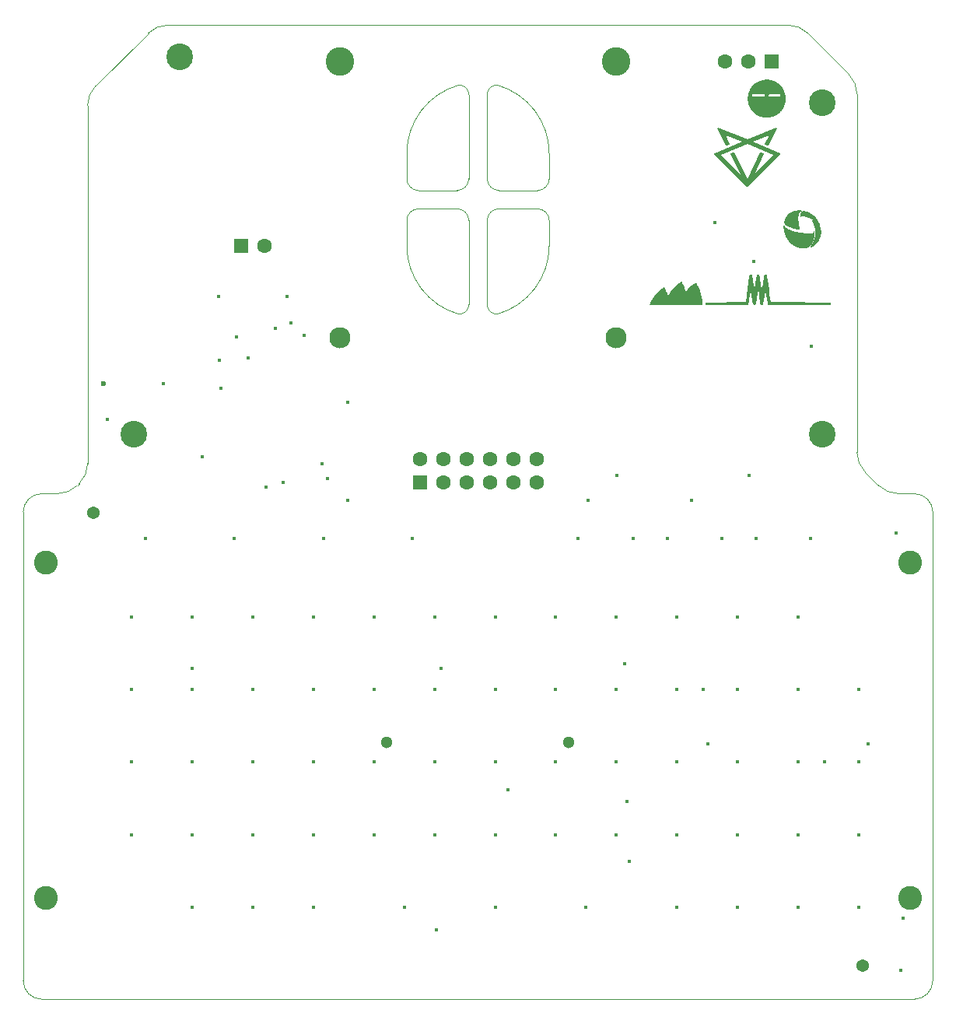
<source format=gbs>
G04*
G04 #@! TF.GenerationSoftware,Altium Limited,Altium Designer,24.6.1 (21)*
G04*
G04 Layer_Color=16711935*
%FSLAX25Y25*%
%MOIN*%
G70*
G04*
G04 #@! TF.SameCoordinates,01E0CDA6-314E-44D1-A422-088EE61E0F49*
G04*
G04*
G04 #@! TF.FilePolarity,Negative*
G04*
G01*
G75*
%ADD15C,0.00394*%
%ADD46C,0.10236*%
%ADD59C,0.09055*%
%ADD60C,0.12205*%
%ADD61C,0.05118*%
%ADD62C,0.05394*%
%ADD63C,0.06299*%
%ADD64R,0.06299X0.06299*%
%ADD65C,0.02362*%
%ADD66C,0.11417*%
%ADD67C,0.01772*%
G36*
X124639Y189159D02*
X124676Y189148D01*
X124710Y189129D01*
X124740Y189105D01*
X124765Y189075D01*
X124783Y189041D01*
X124785Y189035D01*
X125368D01*
X125407Y189031D01*
X125444Y189020D01*
X125478Y189002D01*
X125508Y188977D01*
X125533Y188947D01*
X125551Y188913D01*
X125553Y188907D01*
X125880D01*
X125919Y188903D01*
X125956Y188892D01*
X125990Y188874D01*
X126020Y188849D01*
X126045Y188819D01*
X126063Y188785D01*
X126065Y188779D01*
X126264D01*
X126303Y188775D01*
X126340Y188764D01*
X126374Y188746D01*
X126404Y188721D01*
X126429Y188691D01*
X126447Y188657D01*
X126449Y188651D01*
X126648D01*
X126687Y188647D01*
X126724Y188636D01*
X126758Y188618D01*
X126788Y188593D01*
X126813Y188563D01*
X126831Y188529D01*
X126833Y188523D01*
X126904D01*
X126943Y188519D01*
X126980Y188508D01*
X127014Y188490D01*
X127044Y188465D01*
X127069Y188435D01*
X127087Y188401D01*
X127089Y188395D01*
X127160D01*
X127199Y188391D01*
X127236Y188380D01*
X127270Y188362D01*
X127300Y188337D01*
X127324Y188307D01*
X127343Y188273D01*
X127345Y188267D01*
X127416D01*
X127455Y188263D01*
X127492Y188252D01*
X127526Y188234D01*
X127556Y188209D01*
X127580Y188179D01*
X127599Y188145D01*
X127601Y188139D01*
X127672D01*
X127711Y188135D01*
X127748Y188124D01*
X127782Y188106D01*
X127812Y188081D01*
X127837Y188051D01*
X127855Y188017D01*
X127857Y188011D01*
X127928D01*
X127967Y188007D01*
X128004Y187996D01*
X128038Y187978D01*
X128068Y187953D01*
X128093Y187923D01*
X128111Y187889D01*
X128116Y187873D01*
X128132Y187868D01*
X128166Y187850D01*
X128196Y187825D01*
X128220Y187795D01*
X128239Y187761D01*
X128241Y187755D01*
X128312D01*
X128350Y187751D01*
X128388Y187740D01*
X128422Y187722D01*
X128452Y187697D01*
X128476Y187667D01*
X128495Y187633D01*
X128499Y187617D01*
X128516Y187612D01*
X128550Y187594D01*
X128580Y187569D01*
X128604Y187539D01*
X128623Y187505D01*
X128625Y187498D01*
X128628Y187489D01*
X128644Y187484D01*
X128678Y187466D01*
X128708Y187441D01*
X128732Y187411D01*
X128751Y187377D01*
X128752Y187371D01*
X128824D01*
X128862Y187367D01*
X128900Y187356D01*
X128934Y187338D01*
X128964Y187313D01*
X128988Y187283D01*
X129007Y187249D01*
X129011Y187233D01*
X129027Y187228D01*
X129062Y187210D01*
X129092Y187185D01*
X129116Y187155D01*
X129135Y187121D01*
X129139Y187105D01*
X129156Y187100D01*
X129190Y187082D01*
X129220Y187057D01*
X129244Y187027D01*
X129262Y186993D01*
X129267Y186977D01*
X129283Y186972D01*
X129318Y186954D01*
X129348Y186929D01*
X129372Y186899D01*
X129391Y186865D01*
X129395Y186849D01*
X129411Y186844D01*
X129446Y186826D01*
X129476Y186801D01*
X129500Y186771D01*
X129518Y186737D01*
X129523Y186721D01*
X129539Y186716D01*
X129574Y186698D01*
X129604Y186673D01*
X129628Y186643D01*
X129647Y186609D01*
X129651Y186593D01*
X129667Y186588D01*
X129702Y186570D01*
X129732Y186545D01*
X129756Y186515D01*
X129774Y186481D01*
X129779Y186465D01*
X129795Y186460D01*
X129830Y186442D01*
X129860Y186417D01*
X129884Y186387D01*
X129902Y186353D01*
X129907Y186337D01*
X129923Y186332D01*
X129958Y186314D01*
X129988Y186289D01*
X130012Y186259D01*
X130030Y186225D01*
X130042Y186188D01*
X130045Y186150D01*
Y186078D01*
X130051Y186076D01*
X130086Y186058D01*
X130115Y186033D01*
X130140Y186003D01*
X130158Y185969D01*
X130163Y185953D01*
X130179Y185948D01*
X130213Y185930D01*
X130244Y185905D01*
X130268Y185875D01*
X130286Y185841D01*
X130291Y185825D01*
X130307Y185820D01*
X130341Y185802D01*
X130371Y185777D01*
X130396Y185748D01*
X130414Y185713D01*
X130426Y185676D01*
X130429Y185638D01*
Y185566D01*
X130435Y185564D01*
X130470Y185546D01*
X130499Y185521D01*
X130524Y185492D01*
X130542Y185457D01*
X130547Y185441D01*
X130563Y185436D01*
X130597Y185418D01*
X130627Y185394D01*
X130652Y185363D01*
X130670Y185329D01*
X130682Y185292D01*
X130685Y185254D01*
Y185182D01*
X130691Y185180D01*
X130726Y185162D01*
X130755Y185137D01*
X130780Y185108D01*
X130798Y185073D01*
X130810Y185036D01*
X130813Y184998D01*
Y184926D01*
X130819Y184924D01*
X130853Y184906D01*
X130883Y184882D01*
X130908Y184852D01*
X130926Y184817D01*
X130938Y184780D01*
X130941Y184742D01*
Y184670D01*
X130947Y184669D01*
X130981Y184650D01*
X131011Y184626D01*
X131036Y184596D01*
X131054Y184561D01*
X131065Y184524D01*
X131069Y184486D01*
Y184414D01*
X131075Y184413D01*
X131109Y184394D01*
X131139Y184370D01*
X131164Y184340D01*
X131182Y184306D01*
X131193Y184268D01*
X131197Y184230D01*
Y184158D01*
X131203Y184157D01*
X131237Y184138D01*
X131267Y184114D01*
X131292Y184084D01*
X131310Y184049D01*
X131322Y184012D01*
X131325Y183974D01*
Y183846D01*
Y183774D01*
X131331Y183773D01*
X131365Y183754D01*
X131395Y183730D01*
X131420Y183700D01*
X131438Y183666D01*
X131449Y183628D01*
X131453Y183590D01*
Y183462D01*
Y183334D01*
Y183263D01*
X131459Y183261D01*
X131493Y183242D01*
X131523Y183218D01*
X131548Y183188D01*
X131566Y183154D01*
X131577Y183117D01*
X131581Y183078D01*
Y182950D01*
Y182822D01*
Y182751D01*
X131587Y182749D01*
X131621Y182730D01*
X131651Y182706D01*
X131676Y182676D01*
X131694Y182642D01*
X131705Y182605D01*
X131709Y182566D01*
Y182438D01*
Y182310D01*
Y182182D01*
Y182054D01*
Y181926D01*
Y181855D01*
X131715Y181853D01*
X131749Y181835D01*
X131779Y181810D01*
X131804Y181780D01*
X131822Y181746D01*
X131833Y181709D01*
X131837Y181670D01*
Y181542D01*
Y181414D01*
Y181286D01*
Y181158D01*
Y181030D01*
Y180902D01*
Y180774D01*
Y180646D01*
Y180518D01*
Y180390D01*
X131833Y180352D01*
X131822Y180315D01*
X131804Y180280D01*
X131779Y180251D01*
X131749Y180226D01*
X131715Y180208D01*
X131709Y180206D01*
Y180134D01*
Y180007D01*
Y179878D01*
Y179751D01*
Y179622D01*
Y179495D01*
X131705Y179456D01*
X131694Y179419D01*
X131676Y179385D01*
X131651Y179355D01*
X131621Y179330D01*
X131587Y179312D01*
X131581Y179310D01*
Y179239D01*
Y179111D01*
Y178983D01*
X131577Y178944D01*
X131566Y178907D01*
X131548Y178873D01*
X131523Y178843D01*
X131493Y178818D01*
X131459Y178800D01*
X131453Y178798D01*
Y178727D01*
Y178599D01*
Y178471D01*
X131449Y178432D01*
X131438Y178395D01*
X131420Y178361D01*
X131395Y178331D01*
X131365Y178306D01*
X131331Y178288D01*
X131325Y178286D01*
Y178215D01*
X131322Y178176D01*
X131310Y178139D01*
X131292Y178105D01*
X131267Y178075D01*
X131237Y178050D01*
X131203Y178032D01*
X131197Y178030D01*
Y177959D01*
Y177831D01*
X131193Y177792D01*
X131182Y177755D01*
X131164Y177721D01*
X131139Y177691D01*
X131109Y177666D01*
X131075Y177648D01*
X131069Y177646D01*
Y177575D01*
X131065Y177536D01*
X131054Y177499D01*
X131036Y177465D01*
X131011Y177435D01*
X130981Y177410D01*
X130947Y177392D01*
X130941Y177390D01*
Y177319D01*
X130938Y177280D01*
X130926Y177243D01*
X130908Y177209D01*
X130883Y177179D01*
X130853Y177154D01*
X130819Y177136D01*
X130813Y177134D01*
Y177063D01*
X130810Y177024D01*
X130798Y176987D01*
X130780Y176953D01*
X130755Y176923D01*
X130726Y176899D01*
X130691Y176880D01*
X130685Y176878D01*
Y176807D01*
X130682Y176768D01*
X130670Y176731D01*
X130652Y176697D01*
X130627Y176667D01*
X130597Y176643D01*
X130563Y176624D01*
X130547Y176619D01*
X130542Y176603D01*
X130524Y176569D01*
X130499Y176539D01*
X130470Y176514D01*
X130435Y176496D01*
X130429Y176495D01*
Y176423D01*
X130426Y176384D01*
X130414Y176347D01*
X130396Y176313D01*
X130371Y176283D01*
X130341Y176259D01*
X130307Y176240D01*
X130291Y176235D01*
X130289Y176227D01*
X130286Y176219D01*
X130268Y176185D01*
X130244Y176155D01*
X130213Y176131D01*
X130179Y176112D01*
X130163Y176107D01*
X130158Y176091D01*
X130140Y176057D01*
X130115Y176027D01*
X130086Y176003D01*
X130051Y175984D01*
X130045Y175982D01*
Y175911D01*
X130042Y175873D01*
X130030Y175835D01*
X130012Y175801D01*
X129988Y175771D01*
X129958Y175747D01*
X129923Y175728D01*
X129907Y175724D01*
X129903Y175710D01*
X129902Y175707D01*
X129884Y175673D01*
X129860Y175643D01*
X129830Y175619D01*
X129795Y175600D01*
X129779Y175595D01*
X129774Y175579D01*
X129756Y175545D01*
X129732Y175515D01*
X129702Y175491D01*
X129667Y175472D01*
X129651Y175468D01*
X129647Y175452D01*
X129628Y175417D01*
X129604Y175387D01*
X129574Y175363D01*
X129539Y175344D01*
X129523Y175339D01*
X129519Y175326D01*
X129518Y175323D01*
X129500Y175289D01*
X129476Y175259D01*
X129446Y175235D01*
X129411Y175216D01*
X129395Y175212D01*
X129391Y175196D01*
X129372Y175161D01*
X129348Y175131D01*
X129318Y175107D01*
X129283Y175089D01*
X129267Y175084D01*
X129262Y175067D01*
X129244Y175033D01*
X129220Y175003D01*
X129190Y174979D01*
X129156Y174960D01*
X129139Y174956D01*
X129136Y174945D01*
X129135Y174940D01*
X129116Y174905D01*
X129092Y174875D01*
X129062Y174851D01*
X129027Y174832D01*
X129011Y174828D01*
X129009Y174821D01*
X129007Y174812D01*
X128988Y174777D01*
X128964Y174747D01*
X128934Y174723D01*
X128900Y174705D01*
X128862Y174693D01*
X128824Y174689D01*
X128752D01*
X128751Y174684D01*
X128732Y174649D01*
X128708Y174619D01*
X128678Y174595D01*
X128644Y174576D01*
X128628Y174572D01*
X128625Y174563D01*
X128623Y174556D01*
X128604Y174521D01*
X128580Y174491D01*
X128550Y174467D01*
X128516Y174449D01*
X128499Y174444D01*
X128495Y174428D01*
X128476Y174393D01*
X128452Y174364D01*
X128422Y174339D01*
X128388Y174321D01*
X128350Y174309D01*
X128312Y174305D01*
X128241D01*
X128239Y174300D01*
X128220Y174266D01*
X128196Y174235D01*
X128166Y174211D01*
X128132Y174193D01*
X128116Y174188D01*
X128111Y174172D01*
X128093Y174137D01*
X128068Y174108D01*
X128038Y174083D01*
X128004Y174065D01*
X127967Y174053D01*
X127928Y174050D01*
X127857D01*
X127855Y174044D01*
X127837Y174010D01*
X127812Y173979D01*
X127782Y173955D01*
X127748Y173937D01*
X127711Y173925D01*
X127672Y173922D01*
X127601D01*
X127599Y173916D01*
X127580Y173881D01*
X127556Y173852D01*
X127526Y173827D01*
X127492Y173809D01*
X127455Y173797D01*
X127416Y173794D01*
X127345D01*
X127343Y173788D01*
X127324Y173753D01*
X127300Y173724D01*
X127270Y173699D01*
X127236Y173681D01*
X127199Y173669D01*
X127160Y173666D01*
X127089D01*
X127087Y173660D01*
X127069Y173626D01*
X127044Y173596D01*
X127014Y173571D01*
X126980Y173553D01*
X126943Y173541D01*
X126904Y173538D01*
X126833D01*
X126831Y173532D01*
X126813Y173498D01*
X126788Y173468D01*
X126758Y173443D01*
X126724Y173425D01*
X126687Y173414D01*
X126648Y173410D01*
X126449D01*
X126447Y173404D01*
X126429Y173370D01*
X126404Y173340D01*
X126374Y173315D01*
X126340Y173297D01*
X126303Y173285D01*
X126264Y173282D01*
X126065D01*
X126063Y173276D01*
X126045Y173242D01*
X126020Y173212D01*
X125990Y173187D01*
X125956Y173169D01*
X125919Y173158D01*
X125880Y173154D01*
X125553D01*
X125551Y173148D01*
X125533Y173114D01*
X125508Y173084D01*
X125478Y173059D01*
X125444Y173041D01*
X125407Y173029D01*
X125368Y173026D01*
X124785D01*
X124783Y173020D01*
X124765Y172986D01*
X124740Y172956D01*
X124710Y172931D01*
X124676Y172913D01*
X124639Y172901D01*
X124601Y172898D01*
X122809D01*
X122770Y172901D01*
X122733Y172913D01*
X122699Y172931D01*
X122669Y172956D01*
X122644Y172986D01*
X122626Y173020D01*
X122624Y173026D01*
X122041D01*
X122002Y173029D01*
X121965Y173041D01*
X121931Y173059D01*
X121901Y173084D01*
X121876Y173114D01*
X121858Y173148D01*
X121856Y173154D01*
X121529D01*
X121490Y173158D01*
X121453Y173169D01*
X121419Y173187D01*
X121389Y173212D01*
X121364Y173242D01*
X121346Y173276D01*
X121344Y173282D01*
X121145D01*
X121107Y173285D01*
X121069Y173297D01*
X121035Y173315D01*
X121005Y173340D01*
X120981Y173370D01*
X120962Y173404D01*
X120960Y173410D01*
X120761D01*
X120722Y173414D01*
X120685Y173425D01*
X120651Y173443D01*
X120621Y173468D01*
X120597Y173498D01*
X120578Y173532D01*
X120577Y173538D01*
X120505D01*
X120467Y173541D01*
X120430Y173553D01*
X120395Y173571D01*
X120365Y173596D01*
X120341Y173626D01*
X120322Y173660D01*
X120321Y173666D01*
X120121D01*
X120083Y173669D01*
X120045Y173681D01*
X120011Y173699D01*
X119981Y173724D01*
X119957Y173753D01*
X119939Y173788D01*
X119934Y173804D01*
X119918Y173809D01*
X119883Y173827D01*
X119853Y173852D01*
X119829Y173881D01*
X119810Y173916D01*
X119809Y173922D01*
X119737D01*
X119699Y173925D01*
X119662Y173937D01*
X119627Y173955D01*
X119597Y173979D01*
X119573Y174010D01*
X119554Y174044D01*
X119553Y174050D01*
X119481D01*
X119443Y174053D01*
X119406Y174065D01*
X119371Y174083D01*
X119341Y174108D01*
X119317Y174137D01*
X119299Y174172D01*
X119294Y174188D01*
X119278Y174193D01*
X119243Y174211D01*
X119213Y174235D01*
X119189Y174266D01*
X119171Y174300D01*
X119169Y174305D01*
X119097D01*
X119059Y174309D01*
X119022Y174321D01*
X118988Y174339D01*
X118957Y174364D01*
X118933Y174393D01*
X118915Y174428D01*
X118910Y174444D01*
X118894Y174449D01*
X118860Y174467D01*
X118830Y174491D01*
X118805Y174521D01*
X118787Y174556D01*
X118785Y174562D01*
X118713D01*
X118675Y174565D01*
X118638Y174576D01*
X118604Y174595D01*
X118574Y174619D01*
X118549Y174649D01*
X118531Y174684D01*
X118526Y174700D01*
X118510Y174705D01*
X118476Y174723D01*
X118446Y174747D01*
X118421Y174777D01*
X118403Y174812D01*
X118398Y174828D01*
X118382Y174832D01*
X118348Y174851D01*
X118318Y174875D01*
X118293Y174905D01*
X118275Y174940D01*
X118270Y174956D01*
X118254Y174960D01*
X118220Y174979D01*
X118190Y175003D01*
X118165Y175033D01*
X118147Y175067D01*
X118145Y175075D01*
X118142Y175084D01*
X118126Y175089D01*
X118092Y175107D01*
X118062Y175131D01*
X118037Y175161D01*
X118019Y175196D01*
X118014Y175212D01*
X117998Y175216D01*
X117964Y175235D01*
X117934Y175259D01*
X117909Y175289D01*
X117891Y175323D01*
X117890Y175326D01*
X117886Y175340D01*
X117870Y175344D01*
X117836Y175363D01*
X117806Y175387D01*
X117781Y175417D01*
X117763Y175452D01*
X117758Y175468D01*
X117742Y175472D01*
X117708Y175491D01*
X117678Y175515D01*
X117653Y175545D01*
X117635Y175579D01*
X117630Y175595D01*
X117614Y175600D01*
X117580Y175619D01*
X117550Y175643D01*
X117525Y175673D01*
X117507Y175707D01*
X117502Y175724D01*
X117486Y175728D01*
X117452Y175747D01*
X117422Y175771D01*
X117397Y175801D01*
X117379Y175835D01*
X117374Y175852D01*
X117358Y175856D01*
X117324Y175875D01*
X117294Y175899D01*
X117269Y175929D01*
X117251Y175963D01*
X117240Y176000D01*
X117236Y176039D01*
Y176110D01*
X117230Y176112D01*
X117196Y176131D01*
X117166Y176155D01*
X117141Y176185D01*
X117123Y176219D01*
X117118Y176235D01*
X117102Y176240D01*
X117068Y176259D01*
X117038Y176283D01*
X117013Y176313D01*
X116995Y176347D01*
X116984Y176384D01*
X116980Y176423D01*
Y176495D01*
X116974Y176496D01*
X116940Y176514D01*
X116910Y176539D01*
X116885Y176569D01*
X116867Y176603D01*
X116862Y176619D01*
X116846Y176624D01*
X116812Y176643D01*
X116782Y176667D01*
X116757Y176697D01*
X116739Y176731D01*
X116728Y176768D01*
X116724Y176807D01*
Y176878D01*
X116718Y176880D01*
X116684Y176899D01*
X116654Y176923D01*
X116629Y176953D01*
X116611Y176987D01*
X116600Y177024D01*
X116596Y177063D01*
Y177134D01*
X116590Y177136D01*
X116556Y177154D01*
X116526Y177179D01*
X116501Y177209D01*
X116483Y177243D01*
X116472Y177280D01*
X116468Y177319D01*
Y177390D01*
X116462Y177392D01*
X116428Y177410D01*
X116398Y177435D01*
X116373Y177465D01*
X116355Y177499D01*
X116344Y177536D01*
X116340Y177575D01*
Y177646D01*
X116334Y177648D01*
X116300Y177666D01*
X116270Y177691D01*
X116245Y177721D01*
X116227Y177755D01*
X116216Y177792D01*
X116212Y177831D01*
Y177902D01*
X116206Y177904D01*
X116172Y177922D01*
X116142Y177947D01*
X116117Y177977D01*
X116099Y178011D01*
X116088Y178048D01*
X116084Y178087D01*
Y178215D01*
Y178286D01*
X116078Y178288D01*
X116044Y178306D01*
X116014Y178331D01*
X115989Y178361D01*
X115971Y178395D01*
X115960Y178432D01*
X115956Y178471D01*
Y178599D01*
Y178670D01*
X115950Y178672D01*
X115916Y178690D01*
X115886Y178715D01*
X115861Y178745D01*
X115843Y178779D01*
X115832Y178816D01*
X115828Y178855D01*
Y178983D01*
Y179111D01*
Y179182D01*
X115822Y179184D01*
X115788Y179202D01*
X115758Y179227D01*
X115733Y179257D01*
X115715Y179291D01*
X115704Y179328D01*
X115700Y179367D01*
Y179495D01*
Y179622D01*
Y179751D01*
Y179878D01*
Y179950D01*
X115694Y179952D01*
X115660Y179970D01*
X115630Y179995D01*
X115605Y180025D01*
X115587Y180059D01*
X115576Y180096D01*
X115572Y180134D01*
Y180262D01*
Y180390D01*
Y180518D01*
Y180646D01*
Y180774D01*
Y180902D01*
Y181030D01*
Y181158D01*
Y181286D01*
Y181414D01*
Y181542D01*
Y181670D01*
Y181798D01*
Y181926D01*
X115576Y181965D01*
X115587Y182002D01*
X115605Y182036D01*
X115630Y182066D01*
X115660Y182091D01*
X115694Y182109D01*
X115700Y182111D01*
Y182182D01*
Y182310D01*
Y182438D01*
Y182566D01*
Y182694D01*
X115704Y182733D01*
X115715Y182770D01*
X115733Y182804D01*
X115758Y182834D01*
X115788Y182859D01*
X115822Y182877D01*
X115828Y182879D01*
Y182950D01*
Y183078D01*
Y183206D01*
X115832Y183245D01*
X115843Y183282D01*
X115861Y183316D01*
X115886Y183346D01*
X115916Y183370D01*
X115950Y183389D01*
X115956Y183390D01*
Y183462D01*
Y183590D01*
X115960Y183628D01*
X115971Y183666D01*
X115989Y183700D01*
X116014Y183730D01*
X116044Y183754D01*
X116078Y183773D01*
X116084Y183774D01*
Y183846D01*
Y183974D01*
X116088Y184012D01*
X116099Y184049D01*
X116117Y184084D01*
X116142Y184114D01*
X116172Y184138D01*
X116206Y184157D01*
X116212Y184158D01*
Y184230D01*
X116216Y184268D01*
X116227Y184306D01*
X116245Y184340D01*
X116270Y184370D01*
X116300Y184394D01*
X116334Y184413D01*
X116340Y184414D01*
Y184486D01*
X116344Y184524D01*
X116355Y184561D01*
X116373Y184596D01*
X116398Y184626D01*
X116428Y184650D01*
X116462Y184669D01*
X116468Y184670D01*
Y184742D01*
X116472Y184780D01*
X116483Y184817D01*
X116501Y184852D01*
X116526Y184882D01*
X116556Y184906D01*
X116590Y184924D01*
X116596Y184926D01*
Y184998D01*
X116600Y185036D01*
X116611Y185073D01*
X116629Y185108D01*
X116654Y185137D01*
X116684Y185162D01*
X116718Y185180D01*
X116724Y185182D01*
Y185254D01*
X116728Y185292D01*
X116739Y185329D01*
X116757Y185363D01*
X116782Y185394D01*
X116812Y185418D01*
X116846Y185436D01*
X116862Y185441D01*
X116867Y185457D01*
X116885Y185492D01*
X116910Y185521D01*
X116940Y185546D01*
X116974Y185564D01*
X116980Y185566D01*
Y185638D01*
X116984Y185676D01*
X116995Y185713D01*
X117013Y185748D01*
X117038Y185777D01*
X117068Y185802D01*
X117102Y185820D01*
X117118Y185825D01*
X117123Y185841D01*
X117141Y185875D01*
X117166Y185905D01*
X117196Y185930D01*
X117230Y185948D01*
X117236Y185950D01*
Y186021D01*
X117240Y186060D01*
X117251Y186097D01*
X117269Y186131D01*
X117294Y186161D01*
X117324Y186186D01*
X117358Y186204D01*
X117374Y186209D01*
X117379Y186225D01*
X117397Y186259D01*
X117422Y186289D01*
X117452Y186314D01*
X117486Y186332D01*
X117502Y186337D01*
X117507Y186353D01*
X117525Y186387D01*
X117550Y186417D01*
X117580Y186442D01*
X117614Y186460D01*
X117630Y186465D01*
X117635Y186481D01*
X117653Y186515D01*
X117678Y186545D01*
X117708Y186570D01*
X117742Y186588D01*
X117758Y186593D01*
X117758Y186593D01*
X117763Y186609D01*
X117781Y186643D01*
X117806Y186673D01*
X117836Y186698D01*
X117870Y186716D01*
X117886Y186721D01*
X117891Y186737D01*
X117909Y186771D01*
X117934Y186801D01*
X117964Y186826D01*
X117998Y186844D01*
X118014Y186849D01*
X118019Y186865D01*
X118037Y186899D01*
X118062Y186929D01*
X118092Y186954D01*
X118126Y186972D01*
X118142Y186977D01*
X118147Y186993D01*
X118165Y187027D01*
X118190Y187057D01*
X118220Y187082D01*
X118254Y187100D01*
X118270Y187105D01*
X118275Y187121D01*
X118293Y187155D01*
X118318Y187185D01*
X118348Y187210D01*
X118382Y187228D01*
X118398Y187233D01*
X118403Y187249D01*
X118421Y187283D01*
X118446Y187313D01*
X118476Y187338D01*
X118510Y187356D01*
X118526Y187361D01*
X118531Y187377D01*
X118549Y187411D01*
X118574Y187441D01*
X118604Y187466D01*
X118638Y187484D01*
X118675Y187495D01*
X118713Y187499D01*
X118785D01*
X118787Y187505D01*
X118805Y187539D01*
X118830Y187569D01*
X118860Y187594D01*
X118894Y187612D01*
X118910Y187617D01*
X118915Y187633D01*
X118933Y187667D01*
X118957Y187697D01*
X118988Y187722D01*
X119022Y187740D01*
X119059Y187751D01*
X119097Y187755D01*
X119169D01*
X119171Y187761D01*
X119189Y187795D01*
X119213Y187825D01*
X119243Y187850D01*
X119278Y187868D01*
X119294Y187873D01*
X119299Y187889D01*
X119317Y187923D01*
X119341Y187953D01*
X119371Y187978D01*
X119406Y187996D01*
X119443Y188007D01*
X119481Y188011D01*
X119553D01*
X119554Y188017D01*
X119573Y188051D01*
X119597Y188081D01*
X119627Y188106D01*
X119662Y188124D01*
X119699Y188135D01*
X119737Y188139D01*
X119809D01*
X119810Y188145D01*
X119829Y188179D01*
X119853Y188209D01*
X119883Y188234D01*
X119918Y188252D01*
X119955Y188263D01*
X119993Y188267D01*
X120065D01*
X120066Y188273D01*
X120085Y188307D01*
X120109Y188337D01*
X120139Y188362D01*
X120174Y188380D01*
X120211Y188391D01*
X120249Y188395D01*
X120321D01*
X120322Y188401D01*
X120341Y188435D01*
X120365Y188465D01*
X120395Y188490D01*
X120430Y188508D01*
X120467Y188519D01*
X120505Y188523D01*
X120577D01*
X120578Y188529D01*
X120597Y188563D01*
X120621Y188593D01*
X120651Y188618D01*
X120685Y188636D01*
X120722Y188647D01*
X120761Y188651D01*
X120960D01*
X120962Y188657D01*
X120981Y188691D01*
X121005Y188721D01*
X121035Y188746D01*
X121069Y188764D01*
X121107Y188775D01*
X121145Y188779D01*
X121344D01*
X121346Y188785D01*
X121364Y188819D01*
X121389Y188849D01*
X121419Y188874D01*
X121453Y188892D01*
X121490Y188903D01*
X121529Y188907D01*
X121856D01*
X121858Y188913D01*
X121876Y188947D01*
X121901Y188977D01*
X121931Y189002D01*
X121965Y189020D01*
X122002Y189031D01*
X122041Y189035D01*
X122624D01*
X122626Y189041D01*
X122644Y189075D01*
X122669Y189105D01*
X122699Y189129D01*
X122733Y189148D01*
X122770Y189159D01*
X122809Y189163D01*
X124601D01*
X124639Y189159D01*
D02*
G37*
G36*
X127795Y168620D02*
X127798Y168620D01*
X127815Y168618D01*
X127830Y168616D01*
X127833Y168615D01*
X127837Y168615D01*
X127852Y168610D01*
X127867Y168605D01*
X127870Y168603D01*
X127874Y168602D01*
X127887Y168594D01*
X127901Y168587D01*
X127904Y168585D01*
X127907Y168583D01*
X127919Y168572D01*
X127931Y168562D01*
X127934Y168559D01*
X127936Y168557D01*
X128046Y168439D01*
X128048Y168436D01*
X128051Y168434D01*
X128060Y168421D01*
X128070Y168408D01*
X128071Y168405D01*
X128073Y168402D01*
X128080Y168388D01*
X128087Y168373D01*
X128088Y168370D01*
X128089Y168367D01*
X128093Y168351D01*
X128097Y168336D01*
X128097Y168333D01*
X128098Y168329D01*
X128098Y168314D01*
X128099Y168297D01*
X128099Y168294D01*
X128099Y168290D01*
X128096Y168275D01*
X128094Y168259D01*
X128093Y168256D01*
X128093Y168252D01*
X128087Y168237D01*
X128082Y168222D01*
X128080Y168219D01*
X128079Y168216D01*
X124462Y160939D01*
X124455Y160927D01*
X124449Y160916D01*
X124445Y160911D01*
X124442Y160906D01*
X124433Y160896D01*
X124424Y160886D01*
X124419Y160882D01*
X124415Y160877D01*
X124404Y160870D01*
X124394Y160861D01*
X124389Y160859D01*
X124383Y160855D01*
X124372Y160849D01*
X124360Y160843D01*
X124354Y160842D01*
X124348Y160839D01*
X124335Y160836D01*
X124323Y160832D01*
X124316Y160832D01*
X124310Y160830D01*
X124297Y160830D01*
X124284Y160829D01*
X124278Y160829D01*
X124272Y160829D01*
X124259Y160831D01*
X124245Y160833D01*
X124240Y160835D01*
X124233Y160836D01*
X124221Y160840D01*
X124208Y160844D01*
X123017Y161346D01*
X123014Y161347D01*
X123011Y161348D01*
X122997Y161357D01*
X122983Y161364D01*
X122980Y161366D01*
X122977Y161368D01*
X122965Y161379D01*
X122953Y161389D01*
X122951Y161392D01*
X122949Y161394D01*
X122939Y161407D01*
X122929Y161419D01*
X122927Y161422D01*
X122925Y161425D01*
X122918Y161439D01*
X122910Y161453D01*
X122909Y161457D01*
X122908Y161460D01*
X122852Y161611D01*
X122851Y161614D01*
X122850Y161617D01*
X122846Y161633D01*
X122842Y161649D01*
X122842Y161652D01*
X122841Y161655D01*
X122841Y161671D01*
X122840Y161687D01*
X122840Y161691D01*
X122840Y161694D01*
X122843Y161710D01*
X122845Y161726D01*
X122846Y161729D01*
X122847Y161732D01*
X122853Y161747D01*
X122858Y161762D01*
X122859Y161765D01*
X122861Y161768D01*
X124671Y165388D01*
X117732Y162532D01*
X129337Y157751D01*
X129337Y157751D01*
X129337Y157751D01*
X129351Y157744D01*
X129371Y157733D01*
X129371Y157733D01*
X129371Y157733D01*
X129385Y157721D01*
X129401Y157709D01*
X129401Y157708D01*
X129401Y157708D01*
X129411Y157696D01*
X129425Y157679D01*
X129426Y157678D01*
X129426Y157678D01*
X129433Y157665D01*
X129444Y157644D01*
X129444Y157644D01*
X129444Y157644D01*
X129446Y157636D01*
X129455Y157607D01*
X129455Y157607D01*
X129455Y157607D01*
X129487Y157449D01*
X129487Y157448D01*
X129487Y157448D01*
X129489Y157424D01*
X129491Y157410D01*
Y157410D01*
X129491Y157410D01*
X129489Y157389D01*
X129487Y157371D01*
X129487Y157371D01*
X129487Y157371D01*
X129482Y157355D01*
X129476Y157334D01*
X129476Y157334D01*
X129476Y157334D01*
X129467Y157319D01*
X129457Y157300D01*
X129457Y157300D01*
X129457Y157300D01*
X129445Y157284D01*
X129433Y157270D01*
X129433Y157270D01*
X129433Y157270D01*
X115504Y143341D01*
X115504Y143341D01*
X115474Y143317D01*
X115440Y143298D01*
X115431Y143296D01*
X115403Y143287D01*
X115364Y143283D01*
X115326Y143287D01*
X115288Y143298D01*
X115254Y143317D01*
X115224Y143341D01*
X101296Y157270D01*
X101296Y157270D01*
X101296Y157270D01*
X101291Y157276D01*
X101271Y157300D01*
X101271Y157300D01*
X101271Y157300D01*
X101263Y157315D01*
X101253Y157334D01*
X101253Y157334D01*
X101253Y157334D01*
X101247Y157353D01*
X101242Y157371D01*
X101242Y157371D01*
X101242Y157371D01*
X101240Y157389D01*
X101238Y157410D01*
X101238Y157410D01*
Y157410D01*
X101239Y157425D01*
X101242Y157448D01*
X101242Y157448D01*
X101242Y157449D01*
X101273Y157607D01*
X101273Y157607D01*
X101273Y157607D01*
X101279Y157627D01*
X101285Y157644D01*
X101285Y157644D01*
X101285Y157644D01*
X101294Y157662D01*
X101303Y157678D01*
X101303Y157678D01*
X101303Y157679D01*
X101313Y157690D01*
X101328Y157708D01*
X101328Y157709D01*
X101328Y157709D01*
X101336Y157715D01*
X101358Y157733D01*
X101358Y157733D01*
X101358Y157733D01*
X101368Y157739D01*
X101392Y157751D01*
X101392Y157751D01*
X101392Y157751D01*
X112997Y162532D01*
X106051Y165391D01*
X107824Y161767D01*
X107825Y161764D01*
X107826Y161762D01*
X107832Y161746D01*
X107838Y161730D01*
X107838Y161728D01*
X107839Y161725D01*
X107841Y161709D01*
X107844Y161692D01*
X107844Y161689D01*
X107844Y161687D01*
X107843Y161670D01*
X107843Y161653D01*
X107842Y161651D01*
X107842Y161648D01*
X107837Y161632D01*
X107834Y161616D01*
X107832Y161613D01*
X107832Y161610D01*
X107775Y161459D01*
X107774Y161457D01*
X107773Y161454D01*
X107765Y161439D01*
X107758Y161424D01*
X107756Y161422D01*
X107755Y161419D01*
X107744Y161407D01*
X107734Y161393D01*
X107732Y161392D01*
X107730Y161389D01*
X107718Y161379D01*
X107705Y161368D01*
X107703Y161366D01*
X107701Y161365D01*
X107686Y161357D01*
X107672Y161348D01*
X107669Y161347D01*
X107667Y161346D01*
X106474Y160844D01*
X106462Y160840D01*
X106449Y160836D01*
X106443Y160835D01*
X106437Y160833D01*
X106424Y160831D01*
X106411Y160829D01*
X106405Y160829D01*
X106399Y160829D01*
X106386Y160830D01*
X106372Y160830D01*
X106366Y160832D01*
X106360Y160832D01*
X106348Y160836D01*
X106335Y160839D01*
X106329Y160842D01*
X106323Y160843D01*
X106311Y160849D01*
X106299Y160855D01*
X106294Y160859D01*
X106289Y160861D01*
X106279Y160870D01*
X106268Y160877D01*
X106263Y160882D01*
X106259Y160886D01*
X106250Y160896D01*
X106241Y160906D01*
X106238Y160911D01*
X106234Y160916D01*
X106228Y160927D01*
X106220Y160939D01*
X102604Y168216D01*
X102603Y168219D01*
X102601Y168222D01*
X102596Y168237D01*
X102590Y168252D01*
X102590Y168256D01*
X102589Y168259D01*
X102586Y168275D01*
X102584Y168290D01*
X102584Y168294D01*
X102583Y168297D01*
X102584Y168314D01*
X102585Y168329D01*
X102586Y168333D01*
X102586Y168336D01*
X102590Y168351D01*
X102594Y168367D01*
X102595Y168370D01*
X102596Y168373D01*
X102603Y168388D01*
X102610Y168402D01*
X102611Y168405D01*
X102613Y168408D01*
X102623Y168421D01*
X102632Y168434D01*
X102634Y168436D01*
X102636Y168439D01*
X102747Y168557D01*
X102749Y168559D01*
X102751Y168562D01*
X102764Y168572D01*
X102776Y168583D01*
X102779Y168585D01*
X102781Y168587D01*
X102796Y168594D01*
X102809Y168602D01*
X102812Y168603D01*
X102815Y168605D01*
X102831Y168610D01*
X102846Y168615D01*
X102849Y168615D01*
X102852Y168616D01*
X102868Y168618D01*
X102884Y168620D01*
X102888Y168620D01*
X102891Y168620D01*
X102907Y168619D01*
X102923Y168617D01*
X102926Y168617D01*
X102930Y168616D01*
X102945Y168612D01*
X102961Y168608D01*
X102964Y168606D01*
X102967Y168605D01*
X115341Y163499D01*
X127716Y168605D01*
X127719Y168606D01*
X127722Y168608D01*
X127737Y168612D01*
X127753Y168616D01*
X127757Y168617D01*
X127760Y168618D01*
X127776Y168619D01*
X127792Y168620D01*
X127795Y168620D01*
D02*
G37*
G36*
X137054Y133159D02*
X137054Y133159D01*
X137054Y133159D01*
X137070Y133157D01*
X137088Y133155D01*
X137102Y133156D01*
X137122Y133158D01*
X137122D01*
X137122D01*
X137122D01*
X137191Y133157D01*
X137225Y133154D01*
X137249Y133156D01*
X137259Y133157D01*
X137259D01*
X137259D01*
X137328Y133156D01*
X137328D01*
X137328D01*
X137340Y133155D01*
X137362Y133152D01*
X137396Y133156D01*
X138560Y133145D01*
D01*
X138560D01*
X138565Y133145D01*
X138599Y133141D01*
X138624Y133133D01*
X138636Y133130D01*
X138654Y133119D01*
X138670Y133111D01*
X138700Y133086D01*
Y133086D01*
X138700D01*
X138724Y133056D01*
X138742Y133022D01*
X138750Y132995D01*
X138753Y132984D01*
X138756Y132946D01*
Y132946D01*
Y132946D01*
X138756Y132877D01*
X138755Y132869D01*
X138752Y132839D01*
X138740Y132802D01*
X138740Y132802D01*
D01*
X138722Y132768D01*
X138713Y132757D01*
X138697Y132738D01*
X138674Y132720D01*
X138666Y132714D01*
X138635Y132697D01*
X138632Y132696D01*
D01*
X138632Y132696D01*
X138617Y132691D01*
X138595Y132685D01*
X138556Y132681D01*
X138556D01*
D01*
D01*
X138499Y132682D01*
X138491Y132671D01*
X138491Y132671D01*
X138491Y132671D01*
X138483Y132665D01*
X138461Y132647D01*
X138460Y132647D01*
X138460Y132647D01*
X138450Y132641D01*
X138426Y132629D01*
X138426Y132629D01*
X138426Y132629D01*
X138414Y132625D01*
X138389Y132618D01*
X138389Y132618D01*
X138389Y132618D01*
X138371Y132616D01*
X138350Y132615D01*
X138350Y132615D01*
X138350Y132615D01*
X138293Y132615D01*
X138293Y132615D01*
X138285Y132605D01*
X138285Y132605D01*
X138285Y132605D01*
X138273Y132595D01*
X138254Y132580D01*
X138251Y132579D01*
X138245Y132576D01*
X138244Y132574D01*
X138240Y132567D01*
X138240Y132567D01*
X138240Y132566D01*
X138224Y132547D01*
X138216Y132537D01*
X138216Y132537D01*
X138215Y132537D01*
X138189Y132516D01*
X138185Y132512D01*
X138185D01*
X138185Y132512D01*
X138176Y132508D01*
X138171Y132499D01*
X138171Y132499D01*
X138171Y132499D01*
X138159Y132484D01*
X138146Y132469D01*
X138146Y132469D01*
X138146Y132469D01*
X138116Y132445D01*
X138084Y132428D01*
X138082Y132427D01*
D01*
X138082Y132427D01*
X138059Y132420D01*
X138052Y132397D01*
X138052Y132397D01*
Y132397D01*
X138042Y132380D01*
X138033Y132363D01*
X138033Y132363D01*
X138033Y132363D01*
X138023Y132351D01*
X138008Y132333D01*
X137978Y132309D01*
X137978Y132309D01*
X137978Y132309D01*
X137969Y132304D01*
X137969Y132304D01*
X137964Y132295D01*
X137939Y132265D01*
X137909Y132241D01*
X137900Y132236D01*
X137895Y132227D01*
X137870Y132197D01*
X137840Y132173D01*
X137831Y132168D01*
X137826Y132159D01*
X137801Y132130D01*
X137801Y132129D01*
X137801Y132129D01*
X137795Y132124D01*
X137791Y132121D01*
X137790Y132064D01*
X137786Y132025D01*
X137783Y132017D01*
X137774Y131988D01*
X137756Y131954D01*
X137731Y131925D01*
X137701Y131900D01*
X137692Y131896D01*
X137687Y131886D01*
X137662Y131857D01*
X137632Y131832D01*
X137626Y131829D01*
X137622Y131828D01*
X137618Y131819D01*
X137618Y131819D01*
X137617Y131819D01*
X137604Y131802D01*
X137593Y131789D01*
X137593Y131789D01*
X137593Y131789D01*
X137582Y131780D01*
X137582Y131723D01*
X137582Y131723D01*
X137582Y131723D01*
X137580Y131708D01*
X137577Y131685D01*
X137577Y131685D01*
Y131685D01*
X137575Y131678D01*
X137566Y131648D01*
X137566Y131648D01*
X137566Y131648D01*
X137556Y131630D01*
X137547Y131614D01*
X137547Y131614D01*
X137547Y131614D01*
X137534Y131597D01*
X137522Y131584D01*
X137522Y131584D01*
X137522Y131584D01*
X137512Y131575D01*
X137511Y131519D01*
X137508Y131484D01*
X137511Y131450D01*
D01*
Y131450D01*
X137510Y131382D01*
X137508Y131362D01*
X137506Y131343D01*
X137506Y131343D01*
X137506Y131343D01*
X137498Y131317D01*
X137494Y131306D01*
X137494Y131306D01*
X137494Y131306D01*
X137482Y131284D01*
X137476Y131272D01*
X137476Y131272D01*
X137476Y131272D01*
X137462Y131256D01*
X137451Y131242D01*
X137451Y131242D01*
X137451Y131242D01*
X137440Y131234D01*
X137440Y131177D01*
Y131177D01*
Y131177D01*
X137436Y131138D01*
X137427Y131112D01*
X137424Y131101D01*
X137424Y131101D01*
D01*
X137422Y131098D01*
X137406Y131067D01*
X137381Y131037D01*
X137381Y131037D01*
X137381Y131037D01*
X137370Y131029D01*
X137370Y130972D01*
Y130972D01*
Y130972D01*
X137368Y130959D01*
X137366Y130938D01*
X137368Y130914D01*
X137369Y130903D01*
Y130903D01*
Y130903D01*
X137368Y130835D01*
Y130835D01*
Y130835D01*
X137367Y130823D01*
X137365Y130801D01*
X137366Y130784D01*
X137368Y130766D01*
Y130766D01*
D01*
D01*
X137367Y130698D01*
X137363Y130659D01*
X137355Y130633D01*
X137351Y130622D01*
X137351Y130622D01*
D01*
X137333Y130588D01*
X137316Y130569D01*
X137308Y130559D01*
X137308Y130559D01*
X137308Y130559D01*
X137297Y130550D01*
X137297Y130493D01*
D01*
X137296Y130425D01*
Y130425D01*
Y130425D01*
X137296Y130356D01*
Y130356D01*
Y130356D01*
X137295Y130288D01*
Y130288D01*
X137294Y130219D01*
Y130219D01*
Y130219D01*
X137293Y130201D01*
X137291Y130185D01*
X137292Y130173D01*
X137294Y130151D01*
Y130151D01*
Y130151D01*
X137293Y130082D01*
X137291Y130059D01*
X137290Y130048D01*
X137293Y130014D01*
Y130014D01*
D01*
D01*
X137292Y129945D01*
X137288Y129911D01*
X137290Y129898D01*
X137292Y129877D01*
X137291Y129808D01*
Y129808D01*
Y129808D01*
X137289Y129791D01*
X137287Y129774D01*
X137290Y129740D01*
X137290Y129672D01*
Y129671D01*
Y129671D01*
X137288Y129654D01*
X137286Y129637D01*
X137289Y129603D01*
X137288Y129534D01*
X137285Y129500D01*
X137288Y129466D01*
Y129466D01*
Y129466D01*
X137287Y129397D01*
X137285Y129373D01*
X137284Y129363D01*
X137287Y129329D01*
Y129329D01*
Y129329D01*
X137286Y129261D01*
Y129261D01*
Y129261D01*
X137285Y129192D01*
D01*
X137285Y129124D01*
D01*
X137284Y129055D01*
Y129055D01*
Y129055D01*
X137284Y128987D01*
X137284Y128987D01*
X137284Y128987D01*
X137283Y128918D01*
Y128918D01*
X137283Y128861D01*
X137293Y128852D01*
X137293Y128852D01*
X137293Y128852D01*
X137308Y128834D01*
X137317Y128822D01*
X137317Y128822D01*
X137318Y128822D01*
X137330Y128798D01*
X137335Y128788D01*
X137335Y128788D01*
X137335Y128788D01*
X137341Y128768D01*
X137346Y128751D01*
X137346Y128751D01*
X137346Y128751D01*
X137348Y128733D01*
X137350Y128712D01*
X137350Y128712D01*
X137350Y128712D01*
X137349Y128644D01*
X137348Y128632D01*
X137346Y128610D01*
X137349Y128575D01*
D01*
Y128575D01*
X137348Y128507D01*
Y128507D01*
Y128507D01*
X137345Y128482D01*
X137344Y128472D01*
X137346Y128457D01*
X137347Y128438D01*
Y128438D01*
Y128438D01*
Y128438D01*
X137347Y128370D01*
X137347Y128370D01*
X137347Y128370D01*
X137345Y128354D01*
X137343Y128335D01*
X137345Y128320D01*
X137346Y128301D01*
Y128301D01*
Y128301D01*
Y128301D01*
X137346Y128233D01*
Y128233D01*
Y128233D01*
X137345Y128164D01*
Y128164D01*
X137345Y128107D01*
X137355Y128099D01*
X137355Y128099D01*
X137355Y128099D01*
X137365Y128086D01*
X137379Y128068D01*
X137379Y128068D01*
X137379Y128068D01*
X137392Y128043D01*
X137397Y128034D01*
Y128034D01*
X137397Y128034D01*
X137408Y127997D01*
X137411Y127969D01*
X137412Y127958D01*
Y127958D01*
Y127958D01*
X137411Y127890D01*
Y127890D01*
Y127890D01*
X137408Y127865D01*
X137407Y127855D01*
X137409Y127839D01*
X137410Y127821D01*
Y127821D01*
D01*
D01*
X137410Y127753D01*
Y127753D01*
Y127753D01*
X137409Y127684D01*
D01*
Y127684D01*
X137409Y127627D01*
X137419Y127619D01*
X137419Y127619D01*
X137419Y127619D01*
X137432Y127603D01*
X137444Y127588D01*
X137444Y127588D01*
X137444Y127588D01*
X137454Y127569D01*
X137462Y127554D01*
X137462Y127554D01*
X137462Y127554D01*
X137468Y127533D01*
X137472Y127517D01*
X137473Y127517D01*
X137473Y127517D01*
X137474Y127497D01*
X137476Y127478D01*
Y127478D01*
Y127478D01*
Y127478D01*
X137475Y127410D01*
Y127410D01*
Y127410D01*
X137474Y127401D01*
X137472Y127375D01*
X137473Y127361D01*
X137475Y127341D01*
Y127341D01*
Y127341D01*
Y127341D01*
X137474Y127273D01*
X137474Y127273D01*
X137474Y127273D01*
X137474Y127204D01*
D01*
X137473Y127147D01*
X137484Y127139D01*
X137484Y127139D01*
X137484Y127139D01*
X137508Y127109D01*
X137525Y127076D01*
X137526Y127074D01*
D01*
X137526Y127074D01*
X137537Y127037D01*
X137539Y127008D01*
X137540Y126998D01*
Y126998D01*
D01*
D01*
X137540Y126941D01*
X137550Y126933D01*
X137575Y126902D01*
X137593Y126868D01*
X137603Y126831D01*
X137607Y126792D01*
D01*
Y126792D01*
X137606Y126724D01*
X137606Y126724D01*
X137606Y126724D01*
X137605Y126708D01*
X137603Y126690D01*
X137605Y126666D01*
X137606Y126655D01*
Y126655D01*
Y126655D01*
X137605Y126587D01*
X137601Y126553D01*
X137605Y126518D01*
X137604Y126461D01*
X137615Y126453D01*
X137639Y126423D01*
X137657Y126388D01*
X137668Y126351D01*
X137671Y126312D01*
X137671Y126255D01*
X137671Y126255D01*
X137681Y126247D01*
X137681Y126247D01*
X137681Y126247D01*
X137706Y126216D01*
X137717Y126195D01*
X137724Y126182D01*
X137724Y126182D01*
Y126182D01*
X137734Y126145D01*
X137737Y126119D01*
X137738Y126106D01*
Y126106D01*
Y126106D01*
X137737Y126038D01*
X137737Y126038D01*
X137737Y126038D01*
X137735Y126020D01*
X137734Y126004D01*
X137735Y125987D01*
X137737Y125969D01*
Y125969D01*
D01*
D01*
X137736Y125901D01*
X137736Y125901D01*
X137736Y125901D01*
X137735Y125886D01*
X137733Y125867D01*
X137734Y125853D01*
X137736Y125832D01*
Y125832D01*
Y125832D01*
X137735Y125775D01*
X137745Y125767D01*
X137745Y125767D01*
X137746Y125767D01*
X137769Y125738D01*
X137770Y125737D01*
D01*
X137770Y125736D01*
X137786Y125705D01*
X137788Y125702D01*
Y125702D01*
X137788Y125702D01*
X137795Y125679D01*
X137799Y125665D01*
Y125665D01*
X137799Y125665D01*
X137800Y125647D01*
X137802Y125626D01*
Y125626D01*
Y125626D01*
X137802Y125569D01*
X137812Y125561D01*
X137837Y125530D01*
X137855Y125496D01*
X137865Y125459D01*
X137869Y125420D01*
X137868Y125352D01*
X137866Y125334D01*
X137865Y125318D01*
X137866Y125303D01*
X137868Y125283D01*
Y125283D01*
Y125283D01*
Y125283D01*
X137867Y125215D01*
X137867Y125215D01*
X137867Y125215D01*
X137867Y125146D01*
Y125146D01*
X137866Y125078D01*
Y125078D01*
Y125078D01*
X137865Y125066D01*
X137862Y125039D01*
X137850Y125002D01*
Y125002D01*
X137850Y125002D01*
X137835Y124974D01*
X137832Y124968D01*
X137832Y124968D01*
X137832Y124968D01*
X137816Y124949D01*
X137807Y124939D01*
X137807Y124938D01*
X137807Y124938D01*
X137778Y124915D01*
X137777Y124914D01*
D01*
X137777Y124914D01*
X137745Y124898D01*
X137742Y124896D01*
X137742D01*
X137742Y124896D01*
X137719Y124890D01*
X137705Y124885D01*
X137705D01*
X137705Y124885D01*
X137689Y124884D01*
X137666Y124882D01*
X137666D01*
X137666D01*
X137598Y124882D01*
X137598D01*
X137598D01*
X137564Y124886D01*
X137549Y124885D01*
X137530Y124883D01*
X137530D01*
X137530D01*
X137461Y124884D01*
X137461D01*
X137461D01*
X137422Y124888D01*
X137396Y124896D01*
X137385Y124899D01*
X137385Y124899D01*
D01*
X137382Y124901D01*
X137351Y124918D01*
X137322Y124943D01*
X137322Y124943D01*
X137322Y124943D01*
X137316Y124949D01*
X137313Y124953D01*
X137256Y124954D01*
X137240Y124956D01*
X137222Y124958D01*
X137207Y124956D01*
X137188Y124954D01*
X137188D01*
D01*
D01*
X137119Y124955D01*
X137119D01*
X137119D01*
X137097Y124958D01*
X137081Y124959D01*
X137081Y124959D01*
X137081D01*
X137070Y124962D01*
X137044Y124971D01*
X137010Y124989D01*
X137010Y124989D01*
X137010Y124989D01*
X136999Y124998D01*
X136980Y125014D01*
X136980Y125014D01*
X136980Y125014D01*
X136971Y125025D01*
X136777Y125027D01*
X136743Y125030D01*
X136709Y125027D01*
D01*
X136709D01*
X136641Y125028D01*
X136602Y125032D01*
X136575Y125040D01*
X136565Y125043D01*
X136565Y125043D01*
D01*
X136558Y125047D01*
X136531Y125062D01*
X136531Y125062D01*
X136531Y125062D01*
X136513Y125077D01*
X136501Y125087D01*
X136501Y125087D01*
X136501Y125087D01*
X136496Y125093D01*
X136493Y125098D01*
X136435Y125098D01*
X136402Y125102D01*
X136397Y125102D01*
X136397D01*
X136397Y125102D01*
X136369Y125111D01*
X136360Y125114D01*
X136360Y125114D01*
X136360Y125114D01*
X136342Y125124D01*
X136326Y125132D01*
X136326Y125132D01*
X136326Y125132D01*
X136312Y125144D01*
X136296Y125157D01*
X136296Y125157D01*
X136296Y125157D01*
X136288Y125168D01*
X136094Y125170D01*
X136094D01*
X136094D01*
X136075Y125171D01*
X136055Y125174D01*
X136055Y125174D01*
X136055D01*
X136039Y125179D01*
X136018Y125185D01*
X136018Y125185D01*
X136018D01*
X136012Y125189D01*
X135984Y125204D01*
X135984Y125204D01*
X135984Y125204D01*
X135972Y125214D01*
X135954Y125229D01*
X135954Y125229D01*
X135954Y125229D01*
X135947Y125238D01*
X135946Y125239D01*
X135889Y125240D01*
X135850Y125244D01*
X135813Y125256D01*
X135795Y125266D01*
X135779Y125274D01*
X135750Y125299D01*
Y125299D01*
X135750D01*
X135741Y125310D01*
X135547Y125311D01*
D01*
X135547D01*
X135543Y125312D01*
X135509Y125315D01*
X135472Y125327D01*
X135472Y125327D01*
D01*
X135438Y125346D01*
X135414Y125365D01*
X135408Y125370D01*
Y125370D01*
X135408D01*
X135402Y125378D01*
X135399Y125381D01*
X135342Y125382D01*
X135324Y125383D01*
X135304Y125386D01*
X135304Y125386D01*
X135304D01*
X135274Y125395D01*
X135267Y125397D01*
X135267D01*
X135267Y125397D01*
X135241Y125411D01*
X135233Y125416D01*
X135233Y125416D01*
X135233Y125416D01*
X135215Y125430D01*
X135203Y125441D01*
X135203Y125441D01*
X135203Y125441D01*
X135195Y125451D01*
X135001Y125453D01*
X134962Y125457D01*
X134933Y125466D01*
X134925Y125469D01*
X134925Y125469D01*
X134925Y125469D01*
X134909Y125477D01*
X134891Y125487D01*
X134891Y125487D01*
X134891Y125487D01*
X134881Y125496D01*
X134861Y125512D01*
X134861Y125512D01*
X134861Y125512D01*
X134853Y125523D01*
X134796Y125523D01*
X134757Y125527D01*
X134720Y125539D01*
X134686Y125557D01*
X134656Y125582D01*
X134648Y125593D01*
X134591Y125593D01*
X134591D01*
X134591D01*
X134577Y125595D01*
X134552Y125598D01*
X134515Y125609D01*
X134515Y125609D01*
X134515D01*
X134509Y125612D01*
X134481Y125628D01*
X134481Y125628D01*
X134481D01*
X134476Y125632D01*
X134451Y125653D01*
X134451Y125653D01*
X134451Y125653D01*
X134443Y125663D01*
X134386Y125664D01*
X134362Y125666D01*
X134347Y125668D01*
X134347Y125668D01*
X134347Y125668D01*
X134321Y125676D01*
X134310Y125680D01*
X134310Y125680D01*
X134310Y125680D01*
X134284Y125694D01*
X134276Y125698D01*
X134276Y125698D01*
X134276Y125698D01*
X134257Y125714D01*
X134247Y125723D01*
X134247Y125723D01*
X134247Y125723D01*
X134238Y125733D01*
X134181Y125734D01*
X134181Y125734D01*
X134181Y125734D01*
X134166Y125736D01*
X134143Y125738D01*
X134142Y125738D01*
X134142D01*
X134140Y125739D01*
X134106Y125750D01*
X134106Y125750D01*
X134106Y125750D01*
X134095Y125755D01*
X134072Y125768D01*
X134072Y125768D01*
X134072Y125768D01*
X134055Y125783D01*
X134042Y125793D01*
X134042Y125793D01*
X134042Y125793D01*
X134033Y125804D01*
X133976Y125804D01*
X133964Y125806D01*
X133938Y125809D01*
X133901Y125820D01*
D01*
X133901Y125820D01*
X133867Y125839D01*
X133842Y125859D01*
X133837Y125864D01*
X133837Y125864D01*
X133837Y125864D01*
X133828Y125874D01*
X133772Y125875D01*
X133733Y125879D01*
X133698Y125890D01*
X133696Y125890D01*
D01*
X133696Y125890D01*
X133674Y125902D01*
X133662Y125909D01*
X133662Y125909D01*
X133662Y125909D01*
X133647Y125921D01*
X133632Y125934D01*
X133632Y125934D01*
X133632Y125934D01*
X133624Y125944D01*
X133567Y125945D01*
X133528Y125949D01*
X133491Y125961D01*
X133457Y125979D01*
X133427Y126004D01*
X133419Y126015D01*
X133362Y126015D01*
X133362Y126015D01*
X133362Y126015D01*
X133343Y126017D01*
X133323Y126019D01*
X133323Y126019D01*
X133323Y126019D01*
X133311Y126023D01*
X133286Y126031D01*
X133286Y126031D01*
X133286Y126031D01*
X133279Y126035D01*
X133252Y126049D01*
X133252Y126049D01*
X133252Y126049D01*
X133242Y126058D01*
X133222Y126074D01*
X133222Y126074D01*
X133222Y126074D01*
X133214Y126084D01*
X133198Y126104D01*
X133198Y126105D01*
X133198Y126105D01*
X133193Y126114D01*
X133184Y126119D01*
X133184Y126119D01*
X133184Y126119D01*
X133176Y126126D01*
X133155Y126143D01*
X133155Y126143D01*
X133154Y126143D01*
X133146Y126154D01*
X133089Y126154D01*
X133061Y126157D01*
X133051Y126159D01*
X133051D01*
X133051Y126159D01*
X133017Y126169D01*
X133014Y126170D01*
X133014D01*
X133014Y126170D01*
X132997Y126180D01*
X132980Y126189D01*
X132980Y126189D01*
X132980D01*
X132974Y126193D01*
X132950Y126214D01*
X132950Y126214D01*
X132950Y126214D01*
X132926Y126243D01*
X132925Y126244D01*
D01*
X132925Y126244D01*
X132921Y126253D01*
X132912Y126258D01*
X132912Y126258D01*
X132912Y126258D01*
X132893Y126274D01*
X132882Y126283D01*
X132882Y126283D01*
X132882Y126283D01*
X132873Y126293D01*
X132816Y126294D01*
D01*
X132816D01*
X132812Y126294D01*
X132778Y126298D01*
X132752Y126306D01*
X132741Y126310D01*
X132722Y126320D01*
X132707Y126328D01*
X132677Y126353D01*
Y126353D01*
X132677D01*
X132653Y126383D01*
X132648Y126392D01*
X132639Y126397D01*
X132639Y126397D01*
X132639Y126397D01*
X132625Y126409D01*
X132609Y126422D01*
X132609Y126422D01*
X132609Y126422D01*
X132604Y126428D01*
X132601Y126433D01*
X132544Y126433D01*
X132505Y126437D01*
X132468Y126449D01*
X132434Y126468D01*
X132404Y126492D01*
X132380Y126523D01*
X132375Y126532D01*
X132366Y126537D01*
X132366Y126537D01*
X132366Y126537D01*
X132348Y126552D01*
X132336Y126561D01*
X132336Y126561D01*
X132336Y126561D01*
X132326Y126575D01*
X132312Y126592D01*
X132312Y126592D01*
X132312Y126592D01*
X132307Y126601D01*
X132298Y126605D01*
X132298Y126606D01*
X132298D01*
X132292Y126611D01*
X132269Y126630D01*
X132269Y126630D01*
X132269Y126630D01*
X132258Y126643D01*
X132244Y126661D01*
X132244Y126661D01*
X132244Y126661D01*
X132239Y126670D01*
X132230Y126675D01*
X132230Y126675D01*
X132230Y126675D01*
X132222Y126682D01*
X132201Y126699D01*
X132201Y126700D01*
X132201Y126700D01*
X132192Y126710D01*
X132135Y126711D01*
X132135D01*
X132135D01*
X132115Y126713D01*
X132097Y126715D01*
X132097Y126715D01*
X132097D01*
X132081Y126720D01*
X132060Y126726D01*
X132060Y126726D01*
X132060D01*
X132053Y126730D01*
X132026Y126745D01*
X132026Y126745D01*
X132026Y126745D01*
X132013Y126755D01*
X131996Y126770D01*
X131996Y126770D01*
X131996Y126770D01*
X131988Y126780D01*
X131972Y126800D01*
X131967Y126809D01*
X131958Y126814D01*
X131958Y126814D01*
X131958Y126814D01*
X131940Y126829D01*
X131928Y126839D01*
X131928Y126839D01*
X131928Y126839D01*
X131916Y126854D01*
X131904Y126869D01*
X131904Y126869D01*
X131904Y126869D01*
X131899Y126878D01*
X131890Y126883D01*
X131890Y126883D01*
X131890Y126883D01*
X131876Y126895D01*
X131860Y126908D01*
X131860Y126908D01*
X131860Y126908D01*
X131844Y126927D01*
X131836Y126938D01*
X131836Y126938D01*
X131836Y126938D01*
X131831Y126947D01*
X131822Y126952D01*
X131822Y126952D01*
X131822Y126952D01*
X131813Y126960D01*
X131792Y126977D01*
X131792Y126977D01*
X131792Y126977D01*
X131788Y126983D01*
X131768Y127007D01*
X131768Y127007D01*
X131768Y127007D01*
X131765Y127013D01*
X131763Y127016D01*
X131754Y127021D01*
X131754Y127021D01*
X131754Y127021D01*
X131749Y127026D01*
X131724Y127046D01*
X131700Y127076D01*
X131695Y127085D01*
X131686Y127090D01*
X131686Y127090D01*
X131686Y127090D01*
X131667Y127106D01*
X131656Y127115D01*
X131656Y127115D01*
X131656Y127115D01*
X131633Y127144D01*
X131632Y127145D01*
D01*
X131632Y127145D01*
X131627Y127155D01*
X131618Y127159D01*
X131618Y127159D01*
X131618Y127160D01*
X131599Y127175D01*
X131588Y127184D01*
X131588Y127184D01*
X131588Y127184D01*
X131578Y127197D01*
X131564Y127215D01*
X131564Y127215D01*
X131564Y127215D01*
X131559Y127224D01*
X131551Y127228D01*
X131551Y127228D01*
X131550Y127228D01*
X131534Y127242D01*
X131521Y127253D01*
X131521Y127253D01*
X131521Y127253D01*
X131508Y127269D01*
X131496Y127284D01*
X131496Y127284D01*
X131496Y127284D01*
X131484Y127307D01*
X131478Y127318D01*
X131478Y127318D01*
X131478Y127318D01*
X131471Y127342D01*
X131467Y127355D01*
Y127355D01*
X131467Y127355D01*
X131465Y127377D01*
X131464Y127394D01*
Y127394D01*
Y127394D01*
Y127394D01*
X131464Y127451D01*
X131454Y127459D01*
X131454Y127459D01*
X131454Y127459D01*
X131445Y127471D01*
X131430Y127490D01*
X131425Y127499D01*
X131416Y127504D01*
X131416Y127504D01*
X131416Y127504D01*
X131400Y127517D01*
X131386Y127528D01*
X131386Y127529D01*
X131386Y127529D01*
X131371Y127547D01*
X131362Y127559D01*
X131362Y127559D01*
X131362Y127559D01*
X131349Y127583D01*
X131344Y127593D01*
X131344Y127593D01*
X131344Y127593D01*
X131338Y127613D01*
X131333Y127630D01*
X131333Y127630D01*
X131333Y127630D01*
X131331Y127648D01*
X131329Y127669D01*
X131329Y127669D01*
X131329Y127669D01*
X131330Y127726D01*
X131319Y127734D01*
X131295Y127765D01*
X131277Y127799D01*
X131266Y127836D01*
X131263Y127875D01*
X131263Y127943D01*
Y127943D01*
Y127944D01*
X131266Y127966D01*
X131267Y127977D01*
X131265Y127999D01*
X131264Y128012D01*
X131264Y128012D01*
X131264Y128012D01*
X131264Y128080D01*
X131267Y128105D01*
X131268Y128115D01*
X131266Y128140D01*
X131265Y128149D01*
Y128149D01*
D01*
D01*
X131266Y128217D01*
Y128217D01*
Y128217D01*
X131266Y128286D01*
Y128286D01*
Y128286D01*
X131267Y128354D01*
X131271Y128388D01*
X131269Y128402D01*
X131267Y128423D01*
Y128423D01*
Y128423D01*
X131268Y128491D01*
Y128491D01*
Y128491D01*
X131272Y128530D01*
X131281Y128556D01*
X131284Y128567D01*
X131284Y128567D01*
D01*
X131286Y128570D01*
X131302Y128601D01*
X131327Y128631D01*
X131327Y128631D01*
X131327Y128631D01*
X131338Y128639D01*
X131338Y128696D01*
X131342Y128735D01*
X131354Y128772D01*
X131373Y128806D01*
X131397Y128835D01*
X131408Y128844D01*
X131409Y128901D01*
Y128901D01*
Y128901D01*
X131411Y128919D01*
X131413Y128939D01*
X131413Y128939D01*
Y128939D01*
X131420Y128963D01*
X131424Y128976D01*
X131424Y128976D01*
X131424Y128977D01*
X131434Y128995D01*
X131443Y129010D01*
X131443Y129010D01*
X131443Y129010D01*
X131454Y129024D01*
X131468Y129040D01*
X131468Y129040D01*
X131468Y129040D01*
X131478Y129049D01*
X131479Y129106D01*
X131479Y129106D01*
X131479Y129106D01*
X131481Y129122D01*
X131483Y129144D01*
X131483Y129144D01*
Y129144D01*
X131486Y129153D01*
X131495Y129181D01*
X131495Y129181D01*
X131495Y129181D01*
X131502Y129195D01*
X131513Y129215D01*
X131513Y129215D01*
X131513Y129215D01*
X131522Y129226D01*
X131538Y129245D01*
X131538Y129245D01*
X131538Y129245D01*
X131546Y129252D01*
X131549Y129254D01*
X131549Y129311D01*
Y129311D01*
Y129311D01*
X131550Y129322D01*
X131553Y129349D01*
X131565Y129386D01*
X131565Y129386D01*
X131565Y129386D01*
X131578Y129411D01*
X131583Y129420D01*
X131583Y129420D01*
X131583Y129420D01*
X131599Y129439D01*
X131608Y129450D01*
X131608Y129450D01*
X131608Y129450D01*
X131620Y129460D01*
X131623Y129485D01*
X131634Y129523D01*
D01*
X131634Y129523D01*
X131653Y129557D01*
X131674Y129581D01*
X131678Y129586D01*
X131678Y129586D01*
X131678Y129586D01*
X131690Y129596D01*
X131691Y129606D01*
X131693Y129622D01*
X131693Y129622D01*
Y129622D01*
X131703Y129654D01*
X131704Y129659D01*
Y129659D01*
X131704Y129659D01*
X131720Y129687D01*
X131723Y129693D01*
X131723Y129693D01*
X131723Y129693D01*
X131739Y129712D01*
X131748Y129723D01*
X131748Y129723D01*
X131748Y129723D01*
X131758Y129731D01*
X131759Y129788D01*
X131761Y129812D01*
X131763Y129827D01*
X131763Y129827D01*
X131763Y129827D01*
X131771Y129851D01*
X131774Y129864D01*
X131774Y129864D01*
X131774Y129864D01*
X131785Y129883D01*
X131793Y129898D01*
X131793Y129898D01*
X131793Y129898D01*
X131806Y129914D01*
X131818Y129927D01*
X131818Y129928D01*
X131818Y129928D01*
X131828Y129936D01*
X131829Y129993D01*
X131830Y130004D01*
X131833Y130032D01*
X131845Y130069D01*
X131845Y130069D01*
D01*
X131863Y130103D01*
X131880Y130123D01*
X131888Y130132D01*
X131888Y130132D01*
X131888Y130132D01*
X131918Y130157D01*
X131928Y130161D01*
X131932Y130170D01*
X131957Y130200D01*
X131957Y130200D01*
X131957Y130200D01*
X131987Y130225D01*
X131997Y130229D01*
X131998Y130232D01*
X132001Y130238D01*
X132001Y130238D01*
X132001Y130238D01*
X132017Y130257D01*
X132026Y130268D01*
X132026Y130268D01*
X132026Y130268D01*
X132038Y130278D01*
X132039Y130284D01*
X132041Y130304D01*
X132041Y130304D01*
X132041Y130304D01*
X132048Y130326D01*
X132053Y130341D01*
X132053Y130341D01*
X132053Y130341D01*
X132062Y130358D01*
X132071Y130375D01*
X132071Y130375D01*
X132071Y130375D01*
X132081Y130387D01*
X132096Y130404D01*
X132096Y130404D01*
X132096Y130404D01*
X132108Y130414D01*
X132111Y130440D01*
X132122Y130477D01*
D01*
X132122Y130477D01*
X132130Y130491D01*
X132141Y130511D01*
X132166Y130541D01*
X132166Y130541D01*
X132166Y130541D01*
X132196Y130565D01*
X132205Y130570D01*
X132207Y130573D01*
X132210Y130579D01*
X132210Y130579D01*
X132210Y130579D01*
X132225Y130597D01*
X132235Y130609D01*
X132235Y130609D01*
X132235Y130609D01*
X132247Y130618D01*
X132265Y130633D01*
X132274Y130638D01*
X132279Y130647D01*
X132304Y130676D01*
X132316Y130686D01*
X132318Y130707D01*
X132318Y130712D01*
Y130712D01*
X132318Y130712D01*
X132327Y130740D01*
X132330Y130749D01*
X132330Y130749D01*
X132330Y130749D01*
X132340Y130768D01*
X132349Y130783D01*
X132349Y130783D01*
X132349Y130783D01*
X132360Y130797D01*
X132373Y130813D01*
X132374Y130813D01*
X132374Y130813D01*
X132385Y130823D01*
X132388Y130849D01*
X132400Y130886D01*
D01*
X132400Y130886D01*
X132418Y130920D01*
X132435Y130939D01*
X132443Y130949D01*
X132443Y130949D01*
X132443Y130949D01*
X132473Y130974D01*
X132483Y130978D01*
X132487Y130988D01*
X132487Y130988D01*
X132487Y130988D01*
X132494Y130996D01*
X132512Y131017D01*
X132543Y131042D01*
X132543Y131042D01*
X132543Y131042D01*
X132552Y131046D01*
X132556Y131055D01*
X132556Y131055D01*
X132556Y131055D01*
X132570Y131072D01*
X132581Y131085D01*
X132581Y131085D01*
X132581Y131085D01*
X132594Y131095D01*
X132612Y131109D01*
X132612Y131109D01*
X132612Y131109D01*
X132621Y131114D01*
X132626Y131123D01*
X132650Y131153D01*
X132681Y131177D01*
X132690Y131182D01*
X132691Y131185D01*
X132695Y131191D01*
X132695Y131191D01*
X132695Y131191D01*
X132711Y131210D01*
X132719Y131221D01*
X132720Y131221D01*
X132720Y131221D01*
X132749Y131244D01*
X132750Y131245D01*
D01*
X132750Y131245D01*
X132759Y131250D01*
X132764Y131259D01*
X132789Y131289D01*
X132819Y131313D01*
X132828Y131318D01*
X132833Y131327D01*
X132853Y131351D01*
X132858Y131357D01*
X132858Y131357D01*
X132858Y131357D01*
X132888Y131381D01*
X132897Y131386D01*
X132902Y131395D01*
X132919Y131415D01*
X132927Y131424D01*
X132927Y131424D01*
X132927Y131424D01*
X132938Y131434D01*
X132957Y131449D01*
X132960Y131450D01*
X132966Y131454D01*
X132971Y131463D01*
X132971Y131463D01*
Y131463D01*
X132976Y131469D01*
X132996Y131492D01*
X132996Y131492D01*
X132996Y131492D01*
X133009Y131503D01*
X133026Y131517D01*
X133026Y131517D01*
X133026Y131517D01*
X133035Y131521D01*
X133038Y131527D01*
X133040Y131530D01*
X133040Y131530D01*
X133040Y131530D01*
X133056Y131550D01*
X133065Y131560D01*
X133065Y131560D01*
X133065Y131560D01*
X133084Y131576D01*
X133095Y131585D01*
X133095Y131585D01*
X133095Y131585D01*
X133104Y131589D01*
X133109Y131598D01*
X133109Y131598D01*
X133109Y131598D01*
X133117Y131608D01*
X133134Y131628D01*
X133134Y131628D01*
X133134Y131628D01*
X133157Y131647D01*
X133164Y131652D01*
X133164D01*
X133164Y131652D01*
X133173Y131657D01*
X133178Y131666D01*
X133178Y131666D01*
X133178Y131666D01*
X133190Y131680D01*
X133203Y131696D01*
X133203Y131696D01*
X133203Y131696D01*
X133216Y131706D01*
X133233Y131720D01*
X133233Y131720D01*
X133233Y131720D01*
X133242Y131725D01*
X133247Y131734D01*
X133247Y131734D01*
Y131734D01*
X133250Y131737D01*
X133272Y131764D01*
X133302Y131788D01*
X133302Y131788D01*
X133302Y131788D01*
X133311Y131793D01*
X133311Y131793D01*
X133316Y131802D01*
X133316Y131802D01*
Y131802D01*
X133321Y131808D01*
X133341Y131832D01*
X133341Y131832D01*
X133341Y131832D01*
X133354Y131842D01*
X133371Y131856D01*
X133371Y131856D01*
X133371Y131856D01*
X133380Y131861D01*
X133385Y131870D01*
X133385Y131870D01*
X133386Y131870D01*
X133394Y131880D01*
X133410Y131900D01*
X133410Y131900D01*
X133410Y131900D01*
X133434Y131919D01*
X133440Y131924D01*
X133440D01*
X133440Y131924D01*
X133450Y131929D01*
X133450Y131930D01*
X133454Y131938D01*
X133454Y131938D01*
X133455Y131938D01*
X133470Y131957D01*
X133479Y131967D01*
X133479Y131967D01*
X133479Y131967D01*
X133497Y131982D01*
X133509Y131992D01*
X133510Y131992D01*
X133510Y131992D01*
X133519Y131997D01*
X133523Y132006D01*
X133524Y132006D01*
X133524Y132006D01*
X133539Y132024D01*
X133548Y132035D01*
X133548Y132035D01*
X133548Y132035D01*
X133579Y132060D01*
X133611Y132077D01*
X133613Y132078D01*
D01*
X133613Y132078D01*
X133625Y132081D01*
X133650Y132089D01*
X133689Y132092D01*
X133689D01*
X133689D01*
X133746Y132092D01*
X133750Y132097D01*
X133754Y132102D01*
X133754Y132102D01*
X133754Y132102D01*
X133769Y132114D01*
X133785Y132126D01*
X133785Y132126D01*
X133785Y132126D01*
X133794Y132131D01*
X133799Y132140D01*
X133808Y132151D01*
X133824Y132170D01*
X133846Y132188D01*
X133854Y132194D01*
X133885Y132211D01*
X133888Y132212D01*
D01*
X133888Y132212D01*
X133903Y132217D01*
X133925Y132223D01*
X133964Y132227D01*
X133964D01*
D01*
D01*
X134021Y132226D01*
X134029Y132237D01*
X134029Y132237D01*
X134030Y132237D01*
X134042Y132247D01*
X134060Y132261D01*
X134060Y132261D01*
X134060Y132261D01*
X134069Y132266D01*
X134074Y132275D01*
X134090Y132295D01*
X134099Y132305D01*
X134099Y132305D01*
X134099Y132305D01*
X134129Y132329D01*
X134138Y132334D01*
X134143Y132343D01*
X134163Y132367D01*
X134168Y132372D01*
X134168D01*
Y132372D01*
X134198Y132397D01*
X134214Y132405D01*
X134232Y132415D01*
X134269Y132426D01*
X134308Y132429D01*
X134308D01*
X134308D01*
X134365Y132429D01*
X134374Y132439D01*
X134404Y132464D01*
X134413Y132468D01*
X134418Y132477D01*
X134427Y132488D01*
X134443Y132507D01*
X134466Y132526D01*
X134473Y132531D01*
X134504Y132548D01*
X134507Y132549D01*
D01*
X134507Y132549D01*
X134523Y132554D01*
X134545Y132560D01*
X134583Y132564D01*
X134583D01*
D01*
D01*
X134640Y132563D01*
X134649Y132574D01*
X134649Y132574D01*
X134649Y132574D01*
X134667Y132588D01*
X134679Y132598D01*
X134679Y132598D01*
X134679Y132598D01*
X134694Y132606D01*
X134713Y132616D01*
X134713Y132616D01*
X134713D01*
X134717Y132617D01*
X134751Y132627D01*
X134789Y132630D01*
X134789D01*
X134789D01*
X134846Y132630D01*
X134855Y132640D01*
X134855Y132640D01*
X134855Y132640D01*
X134884Y132664D01*
X134885Y132665D01*
D01*
X134885Y132665D01*
X134894Y132669D01*
X134899Y132679D01*
X134916Y132699D01*
X134924Y132708D01*
X134924Y132708D01*
X134924Y132708D01*
X134954Y132733D01*
X134976Y132744D01*
X134989Y132751D01*
X134989Y132751D01*
X134989D01*
X134993Y132752D01*
X135026Y132762D01*
X135064Y132765D01*
X135064D01*
D01*
D01*
X135133Y132764D01*
X135157Y132762D01*
X135167Y132761D01*
X135198Y132764D01*
X135201Y132764D01*
X135201D01*
D01*
D01*
X135258Y132763D01*
X135267Y132774D01*
X135267Y132774D01*
X135267Y132774D01*
X135280Y132784D01*
X135297Y132798D01*
X135297Y132798D01*
X135297Y132798D01*
X135306Y132803D01*
X135311Y132812D01*
X135311Y132812D01*
X135311Y132812D01*
X135323Y132826D01*
X135336Y132842D01*
X135336Y132842D01*
X135336Y132842D01*
X135350Y132852D01*
X135366Y132866D01*
X135366Y132866D01*
X135366Y132866D01*
X135380Y132873D01*
X135401Y132884D01*
X135401Y132884D01*
X135401Y132884D01*
X135411Y132887D01*
X135438Y132895D01*
X135438Y132895D01*
X135438D01*
X135445Y132896D01*
X135476Y132898D01*
X135476D01*
X135477D01*
X135545Y132898D01*
X135579Y132894D01*
X135593Y132895D01*
X135613Y132897D01*
X135613D01*
X135613D01*
X135670Y132897D01*
X135679Y132907D01*
X135679Y132907D01*
X135679Y132907D01*
X135698Y132923D01*
X135709Y132931D01*
X135709Y132931D01*
X135709Y132931D01*
X135744Y132949D01*
X135775Y132959D01*
X135781Y132960D01*
X135781D01*
X135781Y132960D01*
X135805Y132963D01*
X135819Y132964D01*
X135819D01*
X135819D01*
X135819D01*
X135876Y132963D01*
X135885Y132974D01*
X135915Y132998D01*
X135950Y133016D01*
X135950Y133016D01*
X135950Y133016D01*
X135965Y133021D01*
X135987Y133027D01*
X135987D01*
X135987Y133027D01*
X136005Y133029D01*
X136026Y133030D01*
X136026D01*
X136026D01*
X136094Y133030D01*
X136113Y133028D01*
X136128Y133026D01*
X136162Y133029D01*
D01*
X136162D01*
X136493Y133026D01*
X136502Y133037D01*
X136532Y133061D01*
X136567Y133079D01*
X136604Y133090D01*
X136642Y133094D01*
D01*
X136642D01*
X136711Y133093D01*
X136723Y133092D01*
X136745Y133089D01*
X136779Y133092D01*
X136836Y133092D01*
X136845Y133102D01*
X136875Y133127D01*
X136909Y133145D01*
X136947Y133156D01*
X136985Y133159D01*
X137054Y133159D01*
D02*
G37*
G36*
X139586Y132931D02*
X139620Y132927D01*
X139654Y132930D01*
X139654D01*
X139654D01*
X139723Y132930D01*
X139723D01*
X139723D01*
X139761Y132926D01*
X139788Y132917D01*
X139798Y132914D01*
X139798Y132914D01*
D01*
X139801Y132912D01*
X139832Y132896D01*
X139862Y132871D01*
X139862Y132871D01*
X139862Y132871D01*
X139871Y132860D01*
X140065Y132858D01*
X140065D01*
X140065D01*
X140099Y132855D01*
X140112Y132856D01*
X140133Y132858D01*
X140133D01*
X140133D01*
X140201Y132857D01*
X140226Y132854D01*
X140240Y132853D01*
X140240Y132853D01*
X140240Y132853D01*
X140265Y132845D01*
X140277Y132841D01*
X140277Y132841D01*
X140277Y132841D01*
X140302Y132828D01*
X140311Y132823D01*
X140311Y132823D01*
X140311Y132823D01*
X140330Y132807D01*
X140341Y132798D01*
X140341Y132798D01*
X140341Y132798D01*
X140349Y132787D01*
X140406Y132787D01*
X140423Y132785D01*
X140445Y132783D01*
X140445Y132783D01*
X140445D01*
X140482Y132771D01*
X140516Y132753D01*
X140538Y132734D01*
X140546Y132728D01*
X140546Y132728D01*
X140546Y132728D01*
X140554Y132717D01*
X140611Y132717D01*
X140626Y132715D01*
X140645Y132713D01*
X140669Y132715D01*
X140680Y132716D01*
X140680D01*
X140680D01*
X140748Y132715D01*
X140787Y132711D01*
X140813Y132703D01*
X140824Y132700D01*
X140824Y132700D01*
D01*
X140827Y132698D01*
X140858Y132681D01*
X140887Y132656D01*
X140887Y132656D01*
X140887Y132656D01*
X140896Y132646D01*
X140953Y132645D01*
X140953Y132645D01*
X140953Y132645D01*
X140968Y132643D01*
X140991Y132641D01*
X140992Y132641D01*
X140992D01*
X141000Y132638D01*
X141028Y132629D01*
X141029Y132629D01*
X141029Y132629D01*
X141045Y132621D01*
X141063Y132611D01*
X141063Y132611D01*
X141063Y132611D01*
X141078Y132597D01*
X141092Y132586D01*
X141092Y132586D01*
X141092Y132586D01*
X141101Y132575D01*
X141158Y132575D01*
X141196Y132571D01*
X141233Y132559D01*
X141259Y132545D01*
X141267Y132541D01*
X141267Y132541D01*
X141267Y132541D01*
X141282Y132528D01*
X141297Y132516D01*
X141297Y132516D01*
X141297Y132516D01*
X141322Y132485D01*
X141326Y132476D01*
X141335Y132472D01*
X141335Y132472D01*
X141335Y132472D01*
X141349Y132460D01*
X141365Y132447D01*
X141365Y132447D01*
X141365Y132447D01*
X141374Y132436D01*
X141430Y132436D01*
X141431D01*
X141431D01*
X141455Y132433D01*
X141469Y132431D01*
X141469Y132431D01*
X141469D01*
X141494Y132424D01*
X141506Y132420D01*
X141506Y132420D01*
X141506Y132420D01*
X141518Y132413D01*
X141540Y132401D01*
X141540Y132401D01*
X141540D01*
X141546Y132396D01*
X141570Y132376D01*
X141570Y132376D01*
X141570Y132376D01*
X141578Y132366D01*
X141635Y132365D01*
X141635D01*
X141635D01*
X141656Y132363D01*
X141674Y132361D01*
X141674Y132361D01*
X141674D01*
X141690Y132356D01*
X141711Y132350D01*
X141711Y132350D01*
X141711D01*
X141717Y132346D01*
X141745Y132331D01*
X141745Y132331D01*
X141745Y132331D01*
X141757Y132321D01*
X141775Y132306D01*
X141775Y132306D01*
X141775Y132306D01*
X141783Y132296D01*
X141799Y132276D01*
X141804Y132267D01*
X141813Y132262D01*
X141813Y132262D01*
X141813Y132262D01*
X141823Y132253D01*
X141843Y132237D01*
X141843Y132237D01*
X141843Y132237D01*
X141851Y132226D01*
X141908Y132226D01*
X141947Y132222D01*
X141955Y132219D01*
X141984Y132210D01*
X142006Y132198D01*
X142018Y132192D01*
X142043Y132171D01*
X142048Y132167D01*
Y132167D01*
X142048D01*
X142056Y132156D01*
X142113Y132156D01*
X142113D01*
X142113D01*
X142138Y132153D01*
X142151Y132151D01*
X142152Y132151D01*
X142152D01*
X142166Y132147D01*
X142189Y132140D01*
X142223Y132121D01*
X142223Y132121D01*
X142223D01*
X142226Y132119D01*
X142252Y132096D01*
X142277Y132066D01*
X142281Y132057D01*
X142290Y132052D01*
X142290Y132052D01*
X142290Y132052D01*
X142310Y132036D01*
X142320Y132027D01*
X142320Y132027D01*
X142320Y132027D01*
X142336Y132008D01*
X142345Y131997D01*
X142345Y131997D01*
X142345Y131997D01*
X142349Y131988D01*
X142358Y131983D01*
X142383Y131963D01*
X142388Y131958D01*
X142388Y131958D01*
X142388Y131958D01*
X142397Y131948D01*
X142454Y131947D01*
X142482Y131944D01*
X142492Y131943D01*
X142492D01*
X142492Y131943D01*
X142529Y131931D01*
X142559Y131915D01*
X142563Y131913D01*
X142563Y131913D01*
X142563Y131913D01*
X142581Y131898D01*
X142593Y131888D01*
X142593Y131888D01*
X142593Y131888D01*
X142616Y131859D01*
X142617Y131858D01*
D01*
X142617Y131858D01*
X142622Y131849D01*
X142631Y131844D01*
X142651Y131827D01*
X142661Y131819D01*
X142661Y131819D01*
X142661Y131819D01*
X142685Y131789D01*
X142690Y131780D01*
X142699Y131775D01*
X142699Y131775D01*
X142699Y131775D01*
X142715Y131761D01*
X142729Y131750D01*
X142729Y131750D01*
X142729Y131750D01*
X142737Y131739D01*
X142794Y131739D01*
X142812Y131737D01*
X142833Y131735D01*
X142833Y131735D01*
X142833D01*
X142856Y131727D01*
X142870Y131723D01*
X142870Y131723D01*
X142870Y131723D01*
X142893Y131710D01*
X142904Y131704D01*
X142904Y131704D01*
X142904Y131704D01*
X142922Y131689D01*
X142933Y131680D01*
X142933Y131680D01*
X142933Y131680D01*
X142944Y131666D01*
X142958Y131649D01*
X142958Y131649D01*
X142958Y131649D01*
X142963Y131640D01*
X142972Y131635D01*
X143001Y131611D01*
X143026Y131580D01*
X143031Y131571D01*
X143040Y131566D01*
X143040Y131566D01*
X143040Y131566D01*
X143052Y131555D01*
X143069Y131542D01*
X143069Y131541D01*
X143069Y131541D01*
X143079Y131529D01*
X143094Y131511D01*
X143094Y131511D01*
X143094Y131511D01*
X143098Y131502D01*
X143107Y131497D01*
X143107Y131497D01*
X143107Y131497D01*
X143116Y131490D01*
X143137Y131472D01*
X143146Y131462D01*
X143203Y131461D01*
X143230Y131458D01*
X143241Y131457D01*
X143241D01*
X143241Y131457D01*
X143275Y131447D01*
X143278Y131446D01*
X143278D01*
X143278Y131446D01*
X143306Y131430D01*
X143312Y131427D01*
X143312Y131427D01*
X143312Y131427D01*
X143330Y131412D01*
X143342Y131402D01*
X143342Y131402D01*
X143342Y131402D01*
X143354Y131387D01*
X143366Y131372D01*
X143366Y131372D01*
X143366Y131372D01*
X143371Y131363D01*
X143374Y131361D01*
X143380Y131358D01*
X143380Y131358D01*
X143380Y131358D01*
X143410Y131333D01*
X143426Y131313D01*
X143434Y131303D01*
X143439Y131294D01*
X143448Y131289D01*
X143478Y131264D01*
X143502Y131234D01*
X143507Y131225D01*
X143516Y131220D01*
X143546Y131195D01*
X143546Y131195D01*
X143546Y131195D01*
X143570Y131165D01*
X143575Y131156D01*
X143577Y131155D01*
X143584Y131151D01*
X143584Y131151D01*
X143584Y131150D01*
X143603Y131135D01*
X143614Y131126D01*
X143614Y131126D01*
X143614Y131126D01*
X143624Y131113D01*
X143638Y131096D01*
X143638Y131096D01*
X143638Y131096D01*
X143643Y131087D01*
X143646Y131085D01*
X143652Y131082D01*
X143652Y131081D01*
X143652Y131081D01*
X143671Y131066D01*
X143681Y131057D01*
X143681Y131057D01*
X143681Y131057D01*
X143691Y131045D01*
X143698Y131044D01*
X143717Y131042D01*
X143717Y131042D01*
X143717Y131042D01*
X143736Y131036D01*
X143754Y131030D01*
X143754Y131030D01*
X143754Y131030D01*
X143772Y131020D01*
X143788Y131012D01*
X143788Y131012D01*
X143788Y131012D01*
X143801Y131001D01*
X143818Y130987D01*
X143818Y130987D01*
X143818Y130987D01*
X143830Y130972D01*
X143842Y130957D01*
X143842Y130957D01*
X143842Y130957D01*
X143852Y130938D01*
X143860Y130922D01*
X143860Y130922D01*
X143860Y130922D01*
X143865Y130907D01*
X143883Y130907D01*
X143906Y130905D01*
X143921Y130903D01*
X143921Y130903D01*
X143921D01*
X143946Y130895D01*
X143958Y130892D01*
X143958Y130892D01*
X143958Y130892D01*
X143983Y130878D01*
X143992Y130873D01*
X143992Y130873D01*
X143992Y130873D01*
X144011Y130857D01*
X144022Y130848D01*
X144022Y130848D01*
X144022Y130848D01*
X144032Y130835D01*
X144046Y130818D01*
X144046Y130818D01*
X144046Y130818D01*
X144064Y130784D01*
X144071Y130761D01*
X144080Y130758D01*
X144094Y130754D01*
X144094Y130754D01*
X144094Y130754D01*
X144112Y130744D01*
X144128Y130735D01*
X144128Y130735D01*
X144128Y130735D01*
X144142Y130724D01*
X144158Y130710D01*
X144158Y130710D01*
X144158Y130710D01*
X144173Y130691D01*
X144182Y130680D01*
X144182Y130680D01*
X144182Y130680D01*
X144200Y130646D01*
X144207Y130623D01*
X144218Y130619D01*
X144230Y130615D01*
X144230Y130615D01*
X144230Y130615D01*
X144242Y130609D01*
X144264Y130597D01*
X144264Y130597D01*
X144264D01*
X144270Y130592D01*
X144293Y130572D01*
X144294Y130572D01*
X144294Y130572D01*
X144304Y130559D01*
X144318Y130542D01*
X144318Y130542D01*
X144318Y130542D01*
X144325Y130529D01*
X144336Y130507D01*
X144336Y130507D01*
X144336Y130507D01*
X144340Y130492D01*
X144343Y130484D01*
X144366Y130477D01*
X144400Y130459D01*
X144400Y130459D01*
X144400Y130459D01*
X144410Y130450D01*
X144429Y130434D01*
X144429Y130434D01*
X144429Y130434D01*
X144440Y130421D01*
X144454Y130404D01*
X144454Y130404D01*
X144454Y130404D01*
X144458Y130395D01*
X144472Y130369D01*
X144472Y130369D01*
X144472Y130369D01*
X144474Y130360D01*
X144478Y130346D01*
X144501Y130339D01*
X144501Y130339D01*
X144501D01*
X144508Y130336D01*
X144535Y130321D01*
X144535Y130321D01*
X144535Y130321D01*
X144547Y130310D01*
X144565Y130296D01*
X144565Y130296D01*
X144565Y130296D01*
X144583Y130274D01*
X144589Y130265D01*
Y130265D01*
X144589Y130265D01*
X144600Y130245D01*
X144607Y130231D01*
X144607Y130231D01*
X144607Y130231D01*
X144614Y130208D01*
X144637Y130201D01*
X144671Y130182D01*
X144701Y130157D01*
Y130157D01*
X144701D01*
X144725Y130127D01*
X144741Y130096D01*
X144743Y130093D01*
D01*
X144743Y130093D01*
X144754Y130056D01*
X144756Y130030D01*
X144768Y130020D01*
X144792Y129990D01*
X144810Y129955D01*
X144821Y129918D01*
X144824Y129892D01*
X144835Y129882D01*
X144835Y129882D01*
X144835Y129882D01*
X144848Y129867D01*
X144860Y129852D01*
X144860Y129852D01*
X144860Y129852D01*
X144864Y129843D01*
X144873Y129838D01*
X144903Y129813D01*
X144928Y129783D01*
X144932Y129774D01*
X144941Y129769D01*
X144971Y129744D01*
X144995Y129714D01*
X145000Y129705D01*
X145009Y129700D01*
X145029Y129683D01*
X145039Y129675D01*
X145039Y129675D01*
X145039Y129675D01*
X145063Y129645D01*
X145068Y129636D01*
X145077Y129631D01*
X145077Y129631D01*
X145077Y129631D01*
X145095Y129616D01*
X145107Y129606D01*
X145107Y129606D01*
X145107Y129606D01*
X145119Y129591D01*
X145131Y129576D01*
X145131Y129576D01*
X145131Y129576D01*
X145136Y129567D01*
X145145Y129562D01*
X145175Y129537D01*
X145199Y129507D01*
X145217Y129472D01*
X145228Y129435D01*
X145231Y129397D01*
X145231Y129340D01*
X145241Y129331D01*
X145241Y129331D01*
X145241Y129331D01*
X145253Y129316D01*
X145266Y129301D01*
X145266Y129301D01*
X145266Y129301D01*
X145271Y129292D01*
X145280Y129287D01*
X145309Y129262D01*
X145334Y129232D01*
X145338Y129223D01*
X145347Y129218D01*
X145377Y129193D01*
X145377Y129193D01*
X145377Y129193D01*
X145382Y129186D01*
X145402Y129163D01*
X145406Y129154D01*
X145415Y129148D01*
X145431Y129135D01*
X145445Y129124D01*
X145469Y129094D01*
X145469Y129094D01*
X145469Y129094D01*
X145474Y129084D01*
X145477Y129083D01*
X145483Y129079D01*
X145483Y129079D01*
X145483Y129079D01*
X145501Y129064D01*
X145513Y129055D01*
X145513Y129055D01*
X145513Y129055D01*
X145523Y129043D01*
X145537Y129024D01*
X145555Y128990D01*
D01*
X145555Y128990D01*
X145566Y128953D01*
X145569Y128927D01*
X145580Y128917D01*
X145580Y128917D01*
X145580Y128917D01*
X145595Y128899D01*
X145605Y128887D01*
X145605Y128887D01*
X145605Y128887D01*
X145617Y128863D01*
X145623Y128853D01*
X145623Y128853D01*
X145623Y128852D01*
X145628Y128833D01*
X145633Y128815D01*
X145634Y128815D01*
X145634Y128815D01*
X145635Y128797D01*
X145636Y128789D01*
X145637Y128788D01*
X145648Y128779D01*
X145648Y128779D01*
X145648Y128779D01*
X145658Y128766D01*
X145672Y128749D01*
X145672Y128749D01*
X145672Y128749D01*
X145677Y128740D01*
X145686Y128735D01*
X145686Y128735D01*
X145686D01*
X145692Y128730D01*
X145715Y128710D01*
X145715Y128710D01*
X145715Y128710D01*
X145726Y128698D01*
X145740Y128680D01*
X145740Y128680D01*
X145740Y128680D01*
X145747Y128667D01*
X145758Y128646D01*
X145758Y128646D01*
X145758Y128646D01*
X145762Y128631D01*
X145769Y128609D01*
Y128609D01*
X145769Y128609D01*
X145770Y128591D01*
X145772Y128570D01*
Y128570D01*
Y128570D01*
X145772Y128513D01*
X145782Y128505D01*
X145807Y128474D01*
X145811Y128465D01*
X145820Y128460D01*
X145820Y128460D01*
X145820Y128460D01*
X145829Y128453D01*
X145850Y128435D01*
X145850Y128435D01*
X145850Y128435D01*
X145859Y128424D01*
X145874Y128405D01*
X145874Y128405D01*
X145875Y128405D01*
X145879Y128396D01*
X145888Y128391D01*
X145888Y128391D01*
X145888Y128391D01*
X145907Y128375D01*
X145918Y128366D01*
X145918Y128366D01*
X145918Y128366D01*
X145928Y128353D01*
X145942Y128336D01*
X145942Y128336D01*
X145942Y128336D01*
X145960Y128302D01*
X145969Y128273D01*
X145971Y128265D01*
Y128264D01*
X145971Y128264D01*
X145973Y128243D01*
X145975Y128226D01*
Y128226D01*
D01*
D01*
X145974Y128169D01*
X145975Y128169D01*
X145985Y128160D01*
X146009Y128130D01*
X146014Y128121D01*
X146023Y128116D01*
X146052Y128091D01*
X146053Y128091D01*
X146053Y128091D01*
X146062Y128079D01*
X146077Y128061D01*
X146079Y128058D01*
X146095Y128027D01*
X146104Y127995D01*
X146106Y127989D01*
Y127989D01*
X146106Y127989D01*
X146108Y127962D01*
X146109Y127951D01*
Y127951D01*
Y127951D01*
X146109Y127894D01*
X146119Y127885D01*
X146119Y127885D01*
X146119Y127885D01*
X146133Y127868D01*
X146143Y127855D01*
X146143Y127855D01*
X146143Y127855D01*
X146148Y127846D01*
X146157Y127841D01*
X146187Y127816D01*
X146211Y127786D01*
X146229Y127752D01*
X146240Y127714D01*
X146244Y127676D01*
D01*
Y127676D01*
X146243Y127619D01*
X146254Y127610D01*
X146254Y127610D01*
X146254Y127610D01*
X146263Y127598D01*
X146278Y127580D01*
X146283Y127571D01*
X146292Y127566D01*
X146322Y127541D01*
X146322Y127541D01*
X146322Y127541D01*
X146327Y127534D01*
X146346Y127511D01*
X146364Y127476D01*
X146364Y127476D01*
Y127476D01*
X146375Y127439D01*
X146377Y127411D01*
X146378Y127401D01*
Y127401D01*
Y127401D01*
X146378Y127344D01*
X146388Y127335D01*
X146388Y127335D01*
X146388Y127335D01*
X146398Y127323D01*
X146413Y127305D01*
X146413Y127305D01*
X146413Y127305D01*
X146417Y127296D01*
X146426Y127291D01*
X146451Y127270D01*
X146456Y127266D01*
X146456Y127266D01*
X146456Y127266D01*
X146468Y127251D01*
X146481Y127236D01*
X146481Y127236D01*
X146481Y127236D01*
X146497Y127205D01*
X146499Y127201D01*
D01*
X146499Y127201D01*
X146503Y127186D01*
X146509Y127164D01*
X146513Y127126D01*
Y127126D01*
D01*
D01*
X146512Y127069D01*
X146523Y127060D01*
X146547Y127030D01*
X146565Y126995D01*
X146576Y126958D01*
X146580Y126919D01*
D01*
Y126919D01*
X146579Y126851D01*
D01*
Y126851D01*
X146578Y126783D01*
X146578Y126783D01*
X146574Y126744D01*
X146563Y126707D01*
X146553Y126688D01*
X146544Y126673D01*
X146519Y126643D01*
X146519D01*
Y126643D01*
X146489Y126619D01*
X146473Y126610D01*
X146455Y126601D01*
X146417Y126590D01*
X146379Y126586D01*
D01*
X146379D01*
X146308Y126587D01*
X146313Y126582D01*
X146313Y126582D01*
X146313Y126582D01*
X146338Y126552D01*
X146349Y126530D01*
X146356Y126518D01*
X146356Y126518D01*
Y126518D01*
X146357Y126513D01*
X146367Y126480D01*
X146370Y126442D01*
Y126442D01*
D01*
D01*
X146370Y126385D01*
X146380Y126376D01*
X146380Y126376D01*
X146380Y126376D01*
X146403Y126347D01*
X146404Y126346D01*
D01*
X146404Y126346D01*
X146409Y126337D01*
X146418Y126332D01*
X146448Y126307D01*
X146472Y126277D01*
X146490Y126242D01*
X146501Y126205D01*
X146504Y126167D01*
D01*
Y126167D01*
X146504Y126110D01*
X146515Y126101D01*
X146539Y126071D01*
X146539Y126071D01*
X146539Y126071D01*
X146544Y126062D01*
X146553Y126057D01*
X146553Y126057D01*
X146553Y126057D01*
X146582Y126032D01*
X146601Y126009D01*
X146607Y126002D01*
X146607Y126002D01*
X146607Y126002D01*
X146616Y125983D01*
X146625Y125967D01*
X146625Y125967D01*
X146625Y125967D01*
X146632Y125943D01*
X146636Y125930D01*
Y125930D01*
X146636Y125930D01*
X146638Y125906D01*
X146639Y125891D01*
Y125891D01*
Y125891D01*
Y125891D01*
X146639Y125835D01*
X146639Y125835D01*
X146649Y125826D01*
X146649Y125826D01*
X146649Y125826D01*
X146665Y125806D01*
X146673Y125796D01*
X146673Y125796D01*
X146674Y125796D01*
X146683Y125777D01*
X146691Y125761D01*
X146691Y125761D01*
X146691Y125761D01*
X146695Y125749D01*
X146702Y125724D01*
X146702Y125724D01*
Y125724D01*
X146703Y125713D01*
X146706Y125686D01*
Y125686D01*
Y125686D01*
Y125686D01*
X146705Y125629D01*
X146716Y125620D01*
X146740Y125590D01*
X146758Y125555D01*
X146758Y125555D01*
X146758Y125555D01*
X146761Y125547D01*
X146769Y125518D01*
Y125518D01*
X146769Y125518D01*
X146771Y125500D01*
X146773Y125479D01*
Y125479D01*
Y125479D01*
X146772Y125423D01*
X146782Y125414D01*
X146782Y125414D01*
X146783Y125414D01*
X146806Y125385D01*
X146807Y125384D01*
D01*
X146807Y125384D01*
X146823Y125353D01*
X146825Y125349D01*
Y125349D01*
X146825Y125349D01*
X146832Y125326D01*
X146836Y125312D01*
Y125312D01*
X146836Y125312D01*
X146837Y125296D01*
X146839Y125274D01*
Y125274D01*
Y125274D01*
X146839Y125217D01*
X146849Y125208D01*
X146849Y125208D01*
X146849Y125208D01*
X146860Y125195D01*
X146873Y125178D01*
X146873Y125178D01*
X146873Y125178D01*
X146880Y125164D01*
X146891Y125143D01*
X146891Y125143D01*
X146891Y125143D01*
X146897Y125124D01*
X146902Y125106D01*
Y125106D01*
X146902Y125106D01*
X146904Y125085D01*
X146906Y125067D01*
Y125067D01*
D01*
D01*
X146905Y125011D01*
X146916Y125002D01*
X146916Y125002D01*
X146916Y125002D01*
X146926Y124989D01*
X146940Y124972D01*
X146940Y124972D01*
X146940Y124972D01*
X146947Y124958D01*
X146958Y124937D01*
X146958Y124937D01*
X146958Y124937D01*
X146964Y124917D01*
X146969Y124900D01*
Y124900D01*
X146969Y124900D01*
X146971Y124879D01*
X146973Y124861D01*
Y124861D01*
D01*
D01*
X146972Y124793D01*
X146968Y124759D01*
X146970Y124743D01*
X146971Y124724D01*
Y124724D01*
Y124724D01*
Y124724D01*
X146971Y124656D01*
X146970Y124588D01*
Y124588D01*
Y124588D01*
X146970Y124531D01*
X146980Y124522D01*
X146980Y124522D01*
X146980Y124522D01*
X146991Y124509D01*
X147004Y124492D01*
X147004Y124492D01*
X147004Y124492D01*
X147011Y124478D01*
X147022Y124457D01*
X147022Y124457D01*
X147022Y124457D01*
X147027Y124442D01*
X147033Y124420D01*
Y124420D01*
X147033Y124420D01*
X147035Y124404D01*
X147037Y124381D01*
Y124381D01*
Y124381D01*
X147036Y124313D01*
X147032Y124279D01*
X147036Y124245D01*
X147035Y124176D01*
X147031Y124142D01*
X147033Y124128D01*
X147034Y124108D01*
Y124108D01*
Y124108D01*
X147034Y124039D01*
D01*
X147033Y123971D01*
D01*
Y123971D01*
X147033Y123902D01*
Y123902D01*
Y123902D01*
X147029Y123868D01*
X147031Y123841D01*
X147032Y123834D01*
Y123834D01*
D01*
D01*
X147031Y123765D01*
D01*
Y123765D01*
X147031Y123697D01*
D01*
X147030Y123628D01*
Y123628D01*
Y123628D01*
X147028Y123610D01*
X147027Y123594D01*
X147027Y123591D01*
X147030Y123560D01*
Y123560D01*
Y123560D01*
X147029Y123491D01*
X147027Y123472D01*
X147025Y123457D01*
X147027Y123439D01*
X147028Y123423D01*
Y123423D01*
Y123423D01*
Y123423D01*
X147028Y123354D01*
Y123354D01*
Y123354D01*
X147027Y123343D01*
X147024Y123320D01*
X147026Y123305D01*
X147027Y123286D01*
Y123286D01*
D01*
D01*
X147027Y123217D01*
X147025Y123202D01*
X147023Y123179D01*
X147022Y123179D01*
Y123179D01*
X147016Y123158D01*
X147011Y123142D01*
X147011Y123142D01*
X147011Y123142D01*
X146996Y123115D01*
X146992Y123108D01*
X146992Y123108D01*
X146992Y123108D01*
X146976Y123089D01*
X146968Y123078D01*
X146968Y123078D01*
X146967Y123078D01*
X146957Y123069D01*
X146956Y123012D01*
D01*
X146956Y122944D01*
Y122944D01*
Y122944D01*
X146955Y122875D01*
X146951Y122838D01*
X146951Y122837D01*
D01*
X146951Y122837D01*
X146943Y122811D01*
X146940Y122800D01*
X146940Y122800D01*
X146940Y122800D01*
X146932Y122786D01*
X146921Y122766D01*
X146921Y122766D01*
X146921Y122766D01*
X146909Y122752D01*
X146896Y122736D01*
X146896Y122736D01*
X146896Y122736D01*
X146885Y122728D01*
X146885Y122671D01*
X146885Y122671D01*
X146885Y122671D01*
X146884Y122602D01*
Y122602D01*
X146884Y122534D01*
X146880Y122500D01*
X146883Y122465D01*
Y122465D01*
D01*
D01*
X146883Y122397D01*
X146878Y122358D01*
X146867Y122321D01*
X146848Y122287D01*
X146823Y122257D01*
X146813Y122249D01*
X146812Y122192D01*
X146808Y122153D01*
X146800Y122127D01*
X146797Y122116D01*
X146797Y122116D01*
D01*
X146795Y122113D01*
X146778Y122082D01*
X146753Y122053D01*
X146753Y122053D01*
X146753Y122053D01*
X146742Y122044D01*
X146742Y121987D01*
Y121987D01*
Y121987D01*
X146740Y121969D01*
X146738Y121953D01*
X146741Y121919D01*
D01*
Y121919D01*
X146741Y121850D01*
X146738Y121825D01*
X146737Y121812D01*
X146737Y121812D01*
Y121812D01*
X146727Y121779D01*
X146725Y121775D01*
Y121775D01*
X146725Y121775D01*
X146710Y121747D01*
X146706Y121741D01*
X146706Y121741D01*
X146706Y121741D01*
X146691Y121722D01*
X146682Y121711D01*
X146682Y121711D01*
X146682Y121711D01*
X146670Y121701D01*
X146669Y121698D01*
X146667Y121675D01*
X146667Y121675D01*
Y121675D01*
X146664Y121667D01*
X146655Y121638D01*
X146655Y121638D01*
X146655Y121638D01*
X146646Y121622D01*
X146637Y121604D01*
X146637Y121604D01*
X146637Y121604D01*
X146624Y121588D01*
X146612Y121574D01*
X146612Y121574D01*
X146612Y121574D01*
X146600Y121565D01*
X146599Y121553D01*
X146598Y121543D01*
X146598Y121537D01*
X146601Y121509D01*
Y121509D01*
Y121509D01*
Y121509D01*
X146600Y121440D01*
X146596Y121402D01*
X146585Y121365D01*
X146566Y121331D01*
X146541Y121301D01*
X146529Y121291D01*
X146529Y121285D01*
X146526Y121266D01*
X146526Y121265D01*
Y121265D01*
X146519Y121242D01*
X146515Y121229D01*
X146515Y121229D01*
X146515Y121229D01*
X146498Y121198D01*
X146496Y121195D01*
X146496Y121195D01*
X146496Y121195D01*
X146480Y121175D01*
X146472Y121165D01*
X146471Y121165D01*
X146471Y121165D01*
X146460Y121155D01*
X146457Y121134D01*
X146460Y121107D01*
X146460Y121099D01*
Y121099D01*
D01*
D01*
X146460Y121031D01*
Y121031D01*
Y121031D01*
X146456Y120992D01*
X146447Y120966D01*
X146444Y120955D01*
X146444Y120955D01*
D01*
X146442Y120952D01*
X146425Y120921D01*
X146401Y120891D01*
X146401Y120891D01*
X146400Y120891D01*
X146394Y120886D01*
X146370Y120867D01*
X146361Y120862D01*
X146356Y120853D01*
X146356Y120853D01*
X146356Y120853D01*
X146347Y120842D01*
X146332Y120824D01*
X146331Y120824D01*
X146331Y120824D01*
X146323Y120817D01*
X146321Y120815D01*
X146320Y120758D01*
X146320Y120758D01*
X146320Y120758D01*
X146319Y120743D01*
X146316Y120720D01*
X146316Y120719D01*
Y120719D01*
X146314Y120712D01*
X146305Y120683D01*
X146305Y120683D01*
X146305Y120682D01*
X146295Y120664D01*
X146286Y120649D01*
X146286Y120648D01*
X146286Y120648D01*
X146275Y120635D01*
X146261Y120619D01*
X146261Y120619D01*
X146261Y120619D01*
X146249Y120609D01*
X146231Y120594D01*
X146231Y120594D01*
X146231Y120594D01*
X146222Y120590D01*
X146217Y120581D01*
X146217Y120580D01*
X146217Y120580D01*
X146201Y120562D01*
X146192Y120551D01*
X146192Y120551D01*
X146192Y120551D01*
X146181Y120542D01*
X146181Y120485D01*
Y120485D01*
Y120485D01*
X146180Y120474D01*
X146177Y120447D01*
X146165Y120410D01*
X146151Y120383D01*
X146147Y120376D01*
X146130Y120356D01*
X146122Y120346D01*
X146122Y120346D01*
X146122Y120346D01*
X146107Y120334D01*
X146092Y120322D01*
X146092Y120322D01*
X146092Y120322D01*
X146083Y120317D01*
X146078Y120308D01*
X146053Y120278D01*
X146053Y120278D01*
X146053Y120278D01*
X146046Y120273D01*
X146042Y120270D01*
X146042Y120213D01*
X146038Y120174D01*
X146026Y120137D01*
X146007Y120103D01*
X145983Y120073D01*
X145952Y120049D01*
X145943Y120044D01*
X145940Y120039D01*
X145938Y120035D01*
X145938Y120035D01*
X145938Y120035D01*
X145922Y120016D01*
X145913Y120005D01*
X145913Y120005D01*
X145913Y120005D01*
X145894Y119990D01*
X145883Y119981D01*
X145883Y119981D01*
X145883Y119981D01*
X145874Y119976D01*
X145869Y119967D01*
X145844Y119938D01*
X145844Y119938D01*
X145844Y119938D01*
X145833Y119928D01*
X145832Y119923D01*
X145830Y119902D01*
X145830Y119902D01*
X145830Y119902D01*
X145825Y119887D01*
X145818Y119865D01*
X145818Y119865D01*
X145818Y119865D01*
X145809Y119848D01*
X145800Y119831D01*
X145800Y119831D01*
X145800Y119831D01*
X145788Y119817D01*
X145775Y119801D01*
X145775Y119801D01*
X145775Y119801D01*
X145765Y119793D01*
X145763Y119791D01*
X145760Y119766D01*
X145752Y119739D01*
X145748Y119729D01*
X145748Y119729D01*
D01*
X145730Y119695D01*
X145713Y119675D01*
X145705Y119665D01*
X145705Y119665D01*
X145705Y119665D01*
X145675Y119641D01*
X145666Y119636D01*
X145661Y119627D01*
X145636Y119597D01*
X145636Y119597D01*
X145636Y119597D01*
X145624Y119587D01*
X145606Y119573D01*
X145597Y119568D01*
X145592Y119559D01*
X145592Y119559D01*
X145592Y119559D01*
X145578Y119542D01*
X145567Y119529D01*
X145567Y119529D01*
X145567Y119529D01*
X145554Y119518D01*
X145537Y119505D01*
X145537Y119505D01*
X145537Y119505D01*
X145528Y119500D01*
X145523Y119491D01*
X145523Y119491D01*
X145522Y119491D01*
X145509Y119474D01*
X145498Y119461D01*
X145498Y119461D01*
X145498Y119461D01*
X145487Y119453D01*
X145487Y119396D01*
X145487Y119396D01*
X145483Y119357D01*
X145471Y119320D01*
X145452Y119286D01*
X145434Y119264D01*
X145428Y119256D01*
X145428Y119256D01*
X145428Y119256D01*
X145410Y119242D01*
X145397Y119232D01*
X145397Y119232D01*
X145397Y119232D01*
X145383Y119224D01*
X145363Y119214D01*
X145363Y119214D01*
X145363D01*
X145360Y119213D01*
X145340Y119207D01*
X145333Y119184D01*
Y119184D01*
X145333Y119184D01*
X145317Y119156D01*
X145314Y119150D01*
X145314Y119150D01*
X145314Y119150D01*
X145298Y119131D01*
X145289Y119121D01*
X145289Y119121D01*
X145289Y119121D01*
X145260Y119097D01*
X145259Y119096D01*
D01*
X145259Y119096D01*
X145250Y119091D01*
X145245Y119082D01*
X145245Y119082D01*
X145245Y119082D01*
X145234Y119069D01*
X145220Y119053D01*
X145220Y119053D01*
X145220Y119053D01*
X145207Y119042D01*
X145190Y119028D01*
X145190Y119028D01*
X145190Y119028D01*
X145181Y119024D01*
X145176Y119015D01*
X145151Y118985D01*
X145151Y118985D01*
X145151Y118985D01*
X145121Y118960D01*
X145112Y118956D01*
X145111Y118954D01*
X145107Y118947D01*
X145107Y118947D01*
X145107Y118947D01*
X145091Y118928D01*
X145082Y118917D01*
X145082Y118917D01*
X145082Y118917D01*
X145064Y118903D01*
X145052Y118893D01*
X145052Y118893D01*
X145052Y118893D01*
X145043Y118888D01*
X145038Y118879D01*
X145038Y118879D01*
X145038Y118879D01*
X145029Y118868D01*
X145013Y118849D01*
X145013Y118849D01*
X145013Y118849D01*
X144997Y118836D01*
X144983Y118825D01*
X144983Y118825D01*
X144983Y118825D01*
X144974Y118820D01*
X144973Y118818D01*
X144969Y118811D01*
X144969Y118811D01*
X144969Y118811D01*
X144953Y118792D01*
X144944Y118781D01*
X144944Y118781D01*
X144944Y118781D01*
X144931Y118771D01*
X144914Y118757D01*
X144914Y118757D01*
X144914Y118757D01*
X144905Y118752D01*
X144903Y118749D01*
X144900Y118743D01*
X144875Y118713D01*
X144845Y118689D01*
X144836Y118684D01*
X144831Y118675D01*
X144831Y118675D01*
X144831Y118675D01*
X144815Y118656D01*
X144806Y118645D01*
X144806Y118645D01*
X144806Y118645D01*
X144782Y118626D01*
X144776Y118621D01*
X144776D01*
X144776Y118621D01*
X144766Y118616D01*
X144765Y118613D01*
X144762Y118607D01*
X144762Y118607D01*
X144762Y118607D01*
X144746Y118588D01*
X144737Y118578D01*
X144737Y118578D01*
X144737Y118578D01*
X144708Y118554D01*
X144707Y118553D01*
D01*
X144707Y118553D01*
X144697Y118548D01*
X144693Y118539D01*
X144693Y118539D01*
X144693Y118539D01*
X144681Y118526D01*
X144668Y118510D01*
X144668Y118510D01*
X144668Y118510D01*
X144655Y118500D01*
X144638Y118485D01*
X144637Y118485D01*
X144637Y118485D01*
X144628Y118481D01*
X144623Y118472D01*
X144623Y118471D01*
X144623Y118471D01*
X144615Y118461D01*
X144599Y118442D01*
X144599Y118442D01*
X144598Y118442D01*
X144575Y118423D01*
X144568Y118417D01*
X144568D01*
X144568Y118417D01*
X144559Y118413D01*
X144554Y118404D01*
X144554Y118404D01*
X144554Y118404D01*
X144539Y118386D01*
X144529Y118374D01*
X144529Y118374D01*
X144529Y118374D01*
X144515Y118362D01*
X144499Y118350D01*
X144499Y118350D01*
X144499Y118350D01*
X144490Y118345D01*
X144485Y118336D01*
X144485Y118336D01*
X144485Y118336D01*
X144472Y118319D01*
X144460Y118306D01*
X144460Y118306D01*
X144460Y118306D01*
X144444Y118293D01*
X144430Y118282D01*
X144430Y118282D01*
X144430Y118282D01*
X144401Y118266D01*
X144396Y118264D01*
X144396D01*
X144396Y118264D01*
X144373Y118257D01*
X144366Y118234D01*
D01*
X144366Y118234D01*
X144354Y118212D01*
X144347Y118200D01*
X144347Y118200D01*
X144347Y118200D01*
X144334Y118185D01*
X144322Y118170D01*
X144322Y118170D01*
X144322Y118170D01*
X144305Y118156D01*
X144292Y118146D01*
X144292Y118146D01*
X144292Y118146D01*
X144264Y118131D01*
X144258Y118128D01*
D01*
X144258Y118128D01*
X144227Y118119D01*
X144220Y118117D01*
X144220D01*
X144220Y118117D01*
X144196Y118115D01*
X144182Y118114D01*
X144182D01*
D01*
D01*
X144125Y118114D01*
X144116Y118104D01*
X144116Y118104D01*
X144116Y118103D01*
X144101Y118091D01*
X144086Y118079D01*
X144086Y118079D01*
X144086Y118079D01*
X144077Y118074D01*
X144072Y118065D01*
X144072Y118065D01*
X144072Y118065D01*
X144057Y118047D01*
X144047Y118036D01*
X144047Y118036D01*
X144047Y118036D01*
X144033Y118024D01*
X144017Y118011D01*
X144017Y118011D01*
X144017Y118011D01*
X144008Y118007D01*
X144003Y117998D01*
X143978Y117968D01*
X143948Y117943D01*
X143939Y117939D01*
X143934Y117930D01*
X143934Y117930D01*
X143934Y117930D01*
X143922Y117916D01*
X143909Y117900D01*
X143909Y117900D01*
X143909Y117900D01*
X143889Y117884D01*
X143879Y117876D01*
X143879Y117876D01*
X143879Y117876D01*
X143864Y117868D01*
X143844Y117858D01*
X143844Y117858D01*
X143844Y117858D01*
X143838Y117856D01*
X143807Y117847D01*
X143807Y117847D01*
X143807D01*
X143800Y117846D01*
X143769Y117843D01*
X143769D01*
X143769D01*
X143769D01*
X143712Y117844D01*
X143708Y117839D01*
X143703Y117833D01*
X143703Y117833D01*
X143703Y117833D01*
X143673Y117809D01*
X143664Y117804D01*
X143659Y117795D01*
X143659Y117795D01*
X143659Y117795D01*
X143642Y117774D01*
X143634Y117765D01*
X143634Y117765D01*
X143634Y117765D01*
X143618Y117752D01*
X143604Y117741D01*
X143604Y117741D01*
X143604Y117741D01*
X143584Y117731D01*
X143569Y117723D01*
X143569Y117723D01*
X143569Y117723D01*
X143554Y117719D01*
X143532Y117712D01*
X143532Y117712D01*
X143532D01*
X143521Y117711D01*
X143506Y117710D01*
X143496Y117698D01*
X143496Y117698D01*
X143496Y117698D01*
X143490Y117693D01*
X143466Y117674D01*
X143432Y117656D01*
X143432Y117656D01*
X143432D01*
X143395Y117645D01*
X143368Y117642D01*
X143359Y117631D01*
X143329Y117606D01*
X143319Y117602D01*
X143315Y117593D01*
X143315Y117593D01*
X143315Y117593D01*
X143301Y117577D01*
X143290Y117563D01*
X143290Y117563D01*
X143290Y117563D01*
X143272Y117548D01*
X143260Y117538D01*
X143260Y117538D01*
X143260Y117538D01*
X143236Y117526D01*
X143225Y117520D01*
X143225Y117520D01*
X143225Y117520D01*
X143205Y117515D01*
X143188Y117510D01*
X143188Y117510D01*
X143188Y117510D01*
X143170Y117508D01*
X143149Y117506D01*
X143149Y117506D01*
X143149Y117506D01*
X143092Y117507D01*
X143084Y117496D01*
X143084Y117496D01*
X143084Y117496D01*
X143069Y117484D01*
X143053Y117472D01*
X143053Y117472D01*
X143053Y117472D01*
X143035Y117462D01*
X143019Y117454D01*
X143019Y117454D01*
X143019Y117454D01*
X142997Y117447D01*
X142982Y117443D01*
X142982D01*
X142982Y117443D01*
X142961Y117441D01*
X142943Y117439D01*
X142943D01*
X142943D01*
X142943D01*
X142886Y117440D01*
X142878Y117429D01*
X142847Y117405D01*
X142838Y117400D01*
X142833Y117391D01*
X142833Y117391D01*
X142833Y117391D01*
X142823Y117379D01*
X142809Y117362D01*
X142808Y117362D01*
X142808Y117362D01*
X142799Y117354D01*
X142778Y117337D01*
X142744Y117319D01*
D01*
X142744Y117319D01*
X142720Y117312D01*
X142707Y117308D01*
X142707D01*
X142707Y117308D01*
X142685Y117306D01*
X142668Y117305D01*
X142668D01*
D01*
D01*
X142531Y117306D01*
X142531D01*
X142531D01*
X142513Y117308D01*
X142493Y117310D01*
X142493Y117310D01*
X142493D01*
X142472Y117317D01*
X142456Y117322D01*
X142456Y117322D01*
X142456Y117322D01*
X142440Y117331D01*
X142422Y117340D01*
X142422Y117340D01*
X142422Y117340D01*
X142410Y117350D01*
X142392Y117365D01*
X142392Y117365D01*
X142392Y117365D01*
X142384Y117375D01*
X142367Y117395D01*
X142350Y117430D01*
D01*
X142350Y117430D01*
X142341Y117460D01*
X142339Y117467D01*
Y117467D01*
X142339Y117467D01*
X142337Y117490D01*
X142335Y117506D01*
Y117506D01*
Y117506D01*
X142336Y117574D01*
X142340Y117611D01*
X142340Y117613D01*
D01*
X142340Y117613D01*
X142350Y117646D01*
X142351Y117649D01*
Y117649D01*
X142351Y117650D01*
X142363Y117671D01*
X142370Y117684D01*
X142370Y117684D01*
X142370Y117684D01*
X142382Y117697D01*
X142395Y117713D01*
X142395Y117713D01*
X142395Y117713D01*
X142414Y117729D01*
X142425Y117738D01*
X142425Y117738D01*
X142425Y117738D01*
X142459Y117756D01*
X142482Y117762D01*
X142490Y117785D01*
X142490Y117785D01*
X142490Y117785D01*
X142499Y117802D01*
X142508Y117819D01*
X142508Y117819D01*
X142508Y117819D01*
X142518Y117831D01*
X142533Y117849D01*
X142533Y117849D01*
X142533Y117849D01*
X142545Y117859D01*
X142546Y117865D01*
X142548Y117885D01*
X142548Y117885D01*
Y117885D01*
X142555Y117908D01*
X142559Y117922D01*
X142559Y117922D01*
X142559Y117922D01*
X142578Y117956D01*
X142596Y117977D01*
X142603Y117985D01*
X142603Y117985D01*
X142603Y117986D01*
X142622Y118001D01*
X142633Y118010D01*
X142633Y118010D01*
X142633Y118010D01*
X142642Y118015D01*
X142647Y118024D01*
X142647Y118024D01*
X142647Y118024D01*
X142655Y118034D01*
X142672Y118053D01*
X142672Y118053D01*
X142672Y118053D01*
X142681Y118061D01*
X142702Y118078D01*
X142711Y118082D01*
X142716Y118092D01*
X142741Y118121D01*
X142771Y118146D01*
X142780Y118150D01*
X142785Y118159D01*
X142802Y118179D01*
X142810Y118189D01*
X142810Y118189D01*
X142810Y118189D01*
X142821Y118198D01*
X142821Y118255D01*
X142825Y118293D01*
X142833Y118320D01*
X142837Y118330D01*
X142837Y118330D01*
D01*
X142839Y118333D01*
X142855Y118364D01*
X142880Y118394D01*
X142880Y118394D01*
X142880Y118394D01*
X142892Y118403D01*
X142911Y118418D01*
X142920Y118423D01*
X142924Y118432D01*
X142924Y118432D01*
X142924Y118432D01*
X142938Y118448D01*
X142949Y118462D01*
X142949Y118462D01*
X142949Y118462D01*
X142975Y118483D01*
X142980Y118486D01*
X142980D01*
X142980Y118486D01*
X142989Y118491D01*
X142992Y118497D01*
X142993Y118500D01*
X143018Y118530D01*
X143049Y118554D01*
X143058Y118559D01*
X143063Y118568D01*
X143063Y118568D01*
X143063Y118568D01*
X143075Y118583D01*
X143087Y118598D01*
X143087Y118598D01*
X143088Y118598D01*
X143098Y118606D01*
X143099Y118663D01*
X143103Y118702D01*
X143114Y118739D01*
X143133Y118773D01*
X143158Y118802D01*
X143188Y118827D01*
X143197Y118832D01*
X143202Y118841D01*
X143213Y118854D01*
X143227Y118870D01*
X143237Y118879D01*
X143238Y118936D01*
Y118936D01*
Y118936D01*
X143241Y118961D01*
X143242Y118974D01*
X143242Y118974D01*
Y118974D01*
X143250Y118999D01*
X143254Y119011D01*
X143254Y119011D01*
X143254Y119011D01*
X143260Y119024D01*
X143272Y119045D01*
X143272Y119045D01*
Y119045D01*
X143277Y119052D01*
X143297Y119075D01*
X143297Y119075D01*
X143297Y119075D01*
X143310Y119086D01*
X143327Y119099D01*
X143327Y119100D01*
X143327Y119100D01*
X143336Y119104D01*
X143338Y119107D01*
X143341Y119113D01*
X143341Y119113D01*
X143341Y119113D01*
X143357Y119132D01*
X143366Y119143D01*
X143366Y119143D01*
X143366Y119143D01*
X143395Y119167D01*
X143396Y119167D01*
D01*
X143396Y119167D01*
X143405Y119172D01*
X143410Y119181D01*
X143410Y119181D01*
X143410Y119181D01*
X143422Y119195D01*
X143435Y119211D01*
X143435Y119211D01*
X143435Y119211D01*
X143447Y119221D01*
X143448Y119232D01*
X143450Y119246D01*
X143450Y119246D01*
X143450Y119247D01*
X143458Y119271D01*
X143462Y119283D01*
X143462Y119283D01*
X143462Y119284D01*
X143469Y119298D01*
X143480Y119317D01*
X143480Y119318D01*
X143480Y119318D01*
X143487Y119326D01*
X143505Y119347D01*
X143505Y119347D01*
X143505Y119347D01*
X143517Y119357D01*
X143520Y119383D01*
X143531Y119420D01*
X143546Y119447D01*
X143550Y119454D01*
X143567Y119474D01*
X143575Y119484D01*
X143575Y119484D01*
X143575Y119484D01*
X143585Y119492D01*
X143586Y119549D01*
X143588Y119574D01*
X143590Y119588D01*
X143590Y119588D01*
Y119588D01*
X143600Y119620D01*
X143601Y119625D01*
Y119625D01*
X143601Y119625D01*
X143617Y119653D01*
X143620Y119659D01*
X143620Y119659D01*
X143620Y119659D01*
X143636Y119678D01*
X143645Y119688D01*
X143645Y119689D01*
X143645Y119689D01*
X143656Y119697D01*
X143656Y119754D01*
X143660Y119792D01*
X143672Y119829D01*
X143690Y119864D01*
X143715Y119893D01*
X143745Y119918D01*
X143754Y119922D01*
X143759Y119931D01*
X143759Y119931D01*
X143759Y119932D01*
X143771Y119945D01*
X143784Y119961D01*
X143784Y119961D01*
X143784Y119961D01*
X143795Y119970D01*
X143795Y120027D01*
Y120027D01*
Y120027D01*
X143797Y120045D01*
X143799Y120065D01*
X143799Y120065D01*
Y120065D01*
X143807Y120088D01*
X143811Y120102D01*
X143811Y120102D01*
X143811Y120102D01*
X143821Y120121D01*
X143830Y120136D01*
X143830Y120136D01*
X143830Y120136D01*
X143841Y120150D01*
X143854Y120166D01*
X143854Y120166D01*
X143854Y120166D01*
X143866Y120176D01*
X143867Y120182D01*
X143869Y120202D01*
X143869Y120202D01*
Y120202D01*
X143876Y120225D01*
X143881Y120239D01*
X143881Y120239D01*
X143881Y120239D01*
X143891Y120257D01*
X143899Y120273D01*
X143899Y120273D01*
X143899Y120273D01*
X143911Y120286D01*
X143924Y120302D01*
X143924Y120302D01*
X143924Y120302D01*
X143936Y120312D01*
X143938Y120334D01*
X143935Y120368D01*
D01*
Y120368D01*
X143936Y120436D01*
X143938Y120453D01*
X143940Y120475D01*
X143940Y120475D01*
Y120475D01*
X143946Y120493D01*
X143952Y120512D01*
X143952Y120512D01*
X143952Y120512D01*
X143968Y120542D01*
X143970Y120546D01*
X143970Y120546D01*
X143970Y120546D01*
X143986Y120565D01*
X143995Y120576D01*
X143995Y120576D01*
X143995Y120576D01*
X144014Y120591D01*
X144025Y120600D01*
X144025Y120600D01*
X144025Y120600D01*
X144034Y120605D01*
X144039Y120614D01*
X144039Y120614D01*
X144039Y120614D01*
X144054Y120631D01*
X144064Y120644D01*
X144064Y120644D01*
X144064Y120644D01*
X144075Y120652D01*
X144075Y120709D01*
X144079Y120743D01*
X144077Y120770D01*
X144076Y120778D01*
Y120778D01*
D01*
D01*
X144076Y120846D01*
Y120846D01*
Y120846D01*
X144081Y120885D01*
X144091Y120920D01*
X144092Y120922D01*
D01*
X144092Y120922D01*
X144100Y120936D01*
X144111Y120956D01*
X144136Y120985D01*
X144136Y120985D01*
X144136Y120985D01*
X144147Y120995D01*
X144166Y121010D01*
X144175Y121015D01*
X144180Y121024D01*
X144180Y121024D01*
Y121024D01*
X144182Y121027D01*
X144205Y121053D01*
X144215Y121062D01*
X144216Y121119D01*
X144217Y121131D01*
X144220Y121153D01*
X144218Y121175D01*
X144216Y121187D01*
Y121187D01*
Y121187D01*
X144217Y121256D01*
X144221Y121294D01*
X144232Y121329D01*
X144233Y121331D01*
D01*
X144233Y121331D01*
X144240Y121345D01*
X144251Y121365D01*
X144276Y121395D01*
X144276Y121395D01*
X144276Y121395D01*
X144287Y121404D01*
X144287Y121461D01*
X144291Y121495D01*
X144288Y121529D01*
D01*
Y121529D01*
X144288Y121598D01*
X144291Y121622D01*
X144293Y121636D01*
X144293Y121636D01*
Y121636D01*
X144303Y121669D01*
X144304Y121673D01*
Y121673D01*
X144304Y121673D01*
X144319Y121701D01*
X144323Y121707D01*
X144323Y121707D01*
X144323Y121707D01*
X144339Y121726D01*
X144348Y121737D01*
X144348Y121737D01*
X144348Y121737D01*
X144358Y121746D01*
X144359Y121802D01*
Y121802D01*
Y121803D01*
X144360Y121814D01*
X144362Y121837D01*
X144361Y121852D01*
X144359Y121871D01*
Y121871D01*
Y121871D01*
Y121871D01*
X144360Y121939D01*
Y121939D01*
Y121940D01*
X144362Y121958D01*
X144364Y121978D01*
X144364Y121978D01*
Y121978D01*
X144371Y122001D01*
X144376Y122015D01*
X144376Y122015D01*
X144376Y122015D01*
X144386Y122033D01*
X144394Y122049D01*
X144394Y122049D01*
X144394Y122049D01*
X144406Y122063D01*
X144419Y122079D01*
X144419Y122079D01*
X144419Y122079D01*
X144430Y122087D01*
X144430Y122144D01*
Y122144D01*
X144431Y122213D01*
Y122213D01*
Y122213D01*
X144431Y122281D01*
X144431Y122281D01*
X144431Y122281D01*
X144433Y122297D01*
X144436Y122320D01*
X144436Y122320D01*
Y122320D01*
X144438Y122328D01*
X144447Y122357D01*
X144447Y122357D01*
X144447Y122357D01*
X144454Y122370D01*
X144466Y122391D01*
X144466Y122391D01*
X144466Y122391D01*
X144475Y122402D01*
X144491Y122421D01*
X144491Y122421D01*
X144491Y122421D01*
X144499Y122427D01*
X144501Y122429D01*
X144502Y122486D01*
Y122486D01*
X144502Y122554D01*
X144502Y122555D01*
X144502Y122555D01*
X144503Y122623D01*
X144507Y122657D01*
X144505Y122675D01*
X144503Y122691D01*
Y122692D01*
Y122692D01*
Y122692D01*
X144504Y122760D01*
Y122760D01*
Y122760D01*
X144505Y122769D01*
X144508Y122794D01*
X144505Y122828D01*
D01*
Y122828D01*
X144505Y122897D01*
X144508Y122920D01*
X144509Y122931D01*
X144507Y122953D01*
X144506Y122965D01*
Y122965D01*
Y122965D01*
Y122966D01*
X144506Y123034D01*
Y123034D01*
Y123034D01*
X144508Y123051D01*
X144510Y123068D01*
X144507Y123102D01*
D01*
Y123102D01*
X144508Y123171D01*
Y123171D01*
Y123171D01*
X144509Y123188D01*
X144512Y123209D01*
X144512Y123209D01*
Y123209D01*
X144515Y123219D01*
X144523Y123246D01*
X144523Y123246D01*
Y123247D01*
X144528Y123255D01*
X144538Y123273D01*
X144524Y123300D01*
X144514Y123333D01*
X144513Y123338D01*
Y123338D01*
X144513Y123338D01*
X144511Y123362D01*
X144509Y123376D01*
Y123376D01*
Y123376D01*
X144510Y123445D01*
Y123445D01*
Y123445D01*
X144512Y123462D01*
X144514Y123483D01*
X144514Y123483D01*
Y123483D01*
X144517Y123493D01*
X144526Y123520D01*
X144526Y123520D01*
Y123520D01*
X144530Y123528D01*
X144544Y123554D01*
X144544Y123554D01*
X144544Y123554D01*
X144556Y123568D01*
X144569Y123584D01*
X144569Y123584D01*
X144569Y123584D01*
X144580Y123593D01*
X144580Y123650D01*
D01*
X144581Y123718D01*
D01*
Y123718D01*
X144581Y123775D01*
X144571Y123784D01*
X144571Y123784D01*
X144571Y123784D01*
X144559Y123798D01*
X144547Y123814D01*
X144547Y123814D01*
X144547Y123814D01*
X144539Y123829D01*
X144529Y123848D01*
X144529Y123848D01*
Y123848D01*
X144527Y123853D01*
X144518Y123886D01*
X144514Y123924D01*
Y123924D01*
Y123924D01*
X144515Y123993D01*
X144517Y124009D01*
X144518Y124027D01*
X144517Y124047D01*
X144515Y124061D01*
Y124061D01*
Y124061D01*
Y124061D01*
X144516Y124129D01*
Y124129D01*
Y124129D01*
X144517Y124140D01*
X144520Y124164D01*
X144518Y124188D01*
X144517Y124198D01*
Y124198D01*
Y124198D01*
X144517Y124267D01*
X144521Y124301D01*
X144519Y124321D01*
X144518Y124335D01*
Y124335D01*
Y124335D01*
X144518Y124404D01*
Y124404D01*
Y124404D01*
X144520Y124421D01*
X144522Y124438D01*
X144520Y124461D01*
X144519Y124472D01*
Y124472D01*
Y124472D01*
X144520Y124540D01*
X144523Y124575D01*
X144521Y124601D01*
X144520Y124609D01*
Y124609D01*
D01*
D01*
X144521Y124677D01*
D01*
Y124677D01*
X144521Y124746D01*
D01*
Y124746D01*
X144522Y124803D01*
X144511Y124811D01*
X144511Y124811D01*
X144511Y124811D01*
X144501Y124825D01*
X144487Y124842D01*
X144487Y124842D01*
X144487Y124842D01*
X144480Y124855D01*
X144469Y124876D01*
X144469Y124876D01*
X144469Y124876D01*
X144465Y124891D01*
X144458Y124913D01*
Y124913D01*
X144458Y124913D01*
X144457Y124931D01*
X144455Y124952D01*
Y124952D01*
Y124952D01*
X144455Y125009D01*
X144445Y125017D01*
X144445Y125018D01*
X144445Y125018D01*
X144421Y125047D01*
X144420Y125048D01*
D01*
X144420Y125048D01*
X144402Y125082D01*
X144394Y125110D01*
X144392Y125119D01*
Y125119D01*
X144392Y125119D01*
X144390Y125141D01*
X144388Y125158D01*
Y125158D01*
D01*
D01*
X144389Y125226D01*
Y125226D01*
Y125226D01*
X144390Y125239D01*
X144392Y125261D01*
X144391Y125274D01*
X144389Y125295D01*
Y125295D01*
Y125295D01*
X144390Y125363D01*
X144394Y125398D01*
X144392Y125416D01*
X144390Y125432D01*
Y125432D01*
Y125432D01*
X144391Y125489D01*
X144380Y125497D01*
X144380Y125497D01*
X144380Y125498D01*
X144360Y125523D01*
X144356Y125528D01*
Y125528D01*
X144356Y125528D01*
X144343Y125554D01*
X144338Y125562D01*
X144338Y125562D01*
X144338Y125562D01*
X144332Y125584D01*
X144327Y125599D01*
X144327Y125599D01*
X144327Y125599D01*
X144325Y125619D01*
X144324Y125638D01*
Y125638D01*
Y125638D01*
Y125638D01*
X144324Y125695D01*
X144314Y125704D01*
X144314Y125704D01*
X144314Y125704D01*
X144298Y125723D01*
X144289Y125734D01*
X144289Y125734D01*
X144289Y125734D01*
X144274Y125764D01*
X144271Y125768D01*
Y125768D01*
X144271Y125768D01*
X144264Y125795D01*
X144261Y125805D01*
Y125805D01*
X144261Y125805D01*
X144258Y125828D01*
X144257Y125844D01*
Y125844D01*
Y125844D01*
X144258Y125912D01*
X144261Y125947D01*
X144260Y125965D01*
X144258Y125981D01*
Y125981D01*
Y125981D01*
Y125981D01*
X144259Y126038D01*
X144248Y126047D01*
X144248Y126047D01*
X144248Y126047D01*
X144237Y126061D01*
X144224Y126077D01*
X144224Y126077D01*
X144224Y126077D01*
X144208Y126108D01*
X144206Y126111D01*
D01*
X144206Y126111D01*
X144195Y126148D01*
X144193Y126176D01*
X144192Y126187D01*
Y126187D01*
D01*
D01*
X144192Y126244D01*
X144182Y126252D01*
X144182Y126253D01*
X144182Y126253D01*
X144171Y126266D01*
X144157Y126283D01*
X144157Y126283D01*
X144157Y126283D01*
X144139Y126317D01*
X144130Y126349D01*
X144128Y126354D01*
Y126354D01*
X144128Y126354D01*
X144126Y126379D01*
X144125Y126393D01*
Y126393D01*
Y126393D01*
Y126393D01*
X144125Y126461D01*
X144125Y126461D01*
X144125Y126462D01*
X144128Y126481D01*
X144129Y126496D01*
X144127Y126523D01*
X144126Y126530D01*
Y126530D01*
D01*
D01*
X144126Y126587D01*
X144116Y126596D01*
X144116Y126596D01*
X144116Y126596D01*
X144106Y126608D01*
X144092Y126626D01*
X144092Y126626D01*
X144092Y126626D01*
X144087Y126635D01*
X144078Y126640D01*
X144078Y126640D01*
X144078Y126640D01*
X144064Y126651D01*
X144048Y126665D01*
X144048Y126665D01*
X144048Y126665D01*
X144037Y126678D01*
X144024Y126695D01*
X144024Y126695D01*
X144024Y126695D01*
X144017Y126709D01*
X144006Y126729D01*
X144006Y126729D01*
X144006Y126729D01*
X144003Y126740D01*
X143995Y126766D01*
X143995Y126767D01*
Y126767D01*
X143994Y126774D01*
X143991Y126805D01*
Y126805D01*
Y126805D01*
X143992Y126862D01*
X143982Y126871D01*
X143982Y126871D01*
X143982Y126871D01*
X143957Y126901D01*
X143939Y126935D01*
X143931Y126964D01*
X143928Y126972D01*
Y126972D01*
X143928Y126972D01*
X143926Y126994D01*
X143925Y127011D01*
Y127011D01*
D01*
D01*
X143925Y127068D01*
X143915Y127077D01*
X143915Y127077D01*
X143915Y127077D01*
X143910Y127083D01*
X143890Y127107D01*
X143890Y127107D01*
X143890Y127107D01*
X143883Y127121D01*
X143872Y127141D01*
X143872Y127141D01*
X143872Y127141D01*
X143867Y127160D01*
X143861Y127179D01*
Y127179D01*
X143861Y127179D01*
X143860Y127202D01*
X143858Y127217D01*
Y127217D01*
Y127217D01*
X143859Y127274D01*
X143848Y127283D01*
X143824Y127313D01*
X143819Y127322D01*
X143810Y127327D01*
X143810Y127327D01*
X143810Y127327D01*
X143794Y127340D01*
X143780Y127352D01*
X143780Y127352D01*
X143780Y127352D01*
X143766Y127370D01*
X143756Y127382D01*
X143756Y127382D01*
X143756Y127382D01*
X143743Y127406D01*
X143738Y127416D01*
X143738Y127416D01*
X143738Y127417D01*
X143732Y127436D01*
X143727Y127453D01*
X143727Y127454D01*
X143727Y127454D01*
X143725Y127471D01*
X143723Y127492D01*
X143723Y127492D01*
X143723Y127492D01*
X143724Y127549D01*
X143714Y127558D01*
X143714Y127558D01*
X143713Y127558D01*
X143702Y127572D01*
X143689Y127588D01*
X143689Y127588D01*
X143689Y127588D01*
X143682Y127603D01*
X143671Y127622D01*
X143671Y127622D01*
Y127622D01*
X143670Y127627D01*
X143660Y127660D01*
X143657Y127698D01*
Y127698D01*
Y127698D01*
X143657Y127755D01*
X143647Y127764D01*
X143623Y127794D01*
X143618Y127803D01*
X143609Y127808D01*
X143609Y127808D01*
X143609Y127808D01*
X143590Y127824D01*
X143579Y127833D01*
X143579Y127833D01*
X143579Y127833D01*
X143569Y127846D01*
X143555Y127863D01*
X143555Y127863D01*
X143555Y127863D01*
X143550Y127872D01*
X143541Y127877D01*
X143541Y127877D01*
X143541Y127877D01*
X143527Y127889D01*
X143511Y127902D01*
X143511Y127902D01*
X143511Y127902D01*
X143501Y127915D01*
X143487Y127932D01*
X143487Y127932D01*
X143487Y127932D01*
X143481Y127944D01*
X143469Y127967D01*
X143469Y127967D01*
X143469Y127967D01*
X143462Y127989D01*
X143458Y128004D01*
Y128004D01*
X143458Y128004D01*
X143456Y128028D01*
X143454Y128042D01*
Y128042D01*
Y128043D01*
Y128043D01*
X143455Y128099D01*
X143444Y128108D01*
X143444Y128108D01*
X143444Y128108D01*
X143429Y128128D01*
X143420Y128138D01*
X143420Y128138D01*
X143420Y128138D01*
X143404Y128168D01*
X143402Y128173D01*
Y128173D01*
X143402Y128173D01*
X143393Y128203D01*
X143391Y128210D01*
Y128210D01*
X143391Y128210D01*
X143389Y128235D01*
X143388Y128248D01*
Y128249D01*
Y128249D01*
Y128249D01*
X143388Y128305D01*
X143378Y128314D01*
X143378Y128314D01*
X143378Y128314D01*
X143369Y128325D01*
X143353Y128344D01*
X143353Y128344D01*
X143353Y128344D01*
X143349Y128354D01*
X143340Y128358D01*
X143310Y128383D01*
X143286Y128413D01*
X143281Y128423D01*
X143272Y128427D01*
X143252Y128444D01*
X143242Y128452D01*
X143242Y128452D01*
X143242Y128452D01*
X143218Y128482D01*
X143200Y128517D01*
X143189Y128554D01*
X143186Y128586D01*
X143185Y128593D01*
Y128593D01*
D01*
D01*
X143186Y128661D01*
Y128661D01*
Y128661D01*
X143188Y128679D01*
X143190Y128695D01*
X143186Y128730D01*
D01*
Y128730D01*
X143187Y128798D01*
D01*
Y128798D01*
X143191Y128837D01*
X143203Y128874D01*
X143221Y128908D01*
X143246Y128937D01*
X143246D01*
Y128937D01*
X143252Y128942D01*
X143276Y128962D01*
X143311Y128980D01*
X143348Y128991D01*
X143387Y128994D01*
D01*
X143387D01*
X143592Y128992D01*
X143631Y128988D01*
X143668Y128977D01*
X143702Y128958D01*
X143731Y128933D01*
Y128933D01*
X143731D01*
X143756Y128903D01*
X143760Y128894D01*
X143770Y128889D01*
X143799Y128864D01*
X143799Y128864D01*
X143799Y128864D01*
X143811Y128849D01*
X143824Y128834D01*
X143824Y128834D01*
X143824Y128834D01*
X143828Y128825D01*
X143837Y128820D01*
X143837Y128820D01*
X143837Y128820D01*
X143856Y128804D01*
X143867Y128795D01*
X143867Y128795D01*
X143867Y128795D01*
X143876Y128785D01*
X143933Y128784D01*
X143933D01*
X143933D01*
X143942Y128783D01*
X143971Y128780D01*
X144008Y128768D01*
D01*
X144008Y128768D01*
X144041Y128750D01*
X144037Y128758D01*
X144028Y128763D01*
X143998Y128788D01*
X143998Y128788D01*
X143998Y128788D01*
X143989Y128800D01*
X143974Y128818D01*
X143969Y128827D01*
X143960Y128832D01*
X143936Y128853D01*
X143930Y128857D01*
X143930Y128857D01*
X143930Y128857D01*
X143906Y128887D01*
X143901Y128896D01*
X143892Y128901D01*
X143892Y128901D01*
X143892Y128901D01*
X143874Y128916D01*
X143862Y128926D01*
X143862Y128926D01*
X143862Y128926D01*
X143854Y128937D01*
X143797Y128937D01*
X143758Y128942D01*
X143735Y128949D01*
X143721Y128953D01*
X143721Y128953D01*
D01*
X143687Y128972D01*
X143660Y128994D01*
X143658Y128997D01*
Y128997D01*
X143658D01*
X143652Y129004D01*
X143633Y129027D01*
X143629Y129036D01*
X143620Y129041D01*
X143620Y129041D01*
X143620Y129041D01*
X143609Y129049D01*
X143590Y129066D01*
X143590Y129066D01*
X143590Y129066D01*
X143571Y129089D01*
X143565Y129096D01*
Y129096D01*
X143565Y129096D01*
X143561Y129105D01*
X143552Y129110D01*
X143527Y129130D01*
X143522Y129135D01*
X143522Y129135D01*
X143522Y129135D01*
X143510Y129149D01*
X143498Y129165D01*
X143498Y129165D01*
X143498Y129165D01*
X143493Y129174D01*
X143490Y129176D01*
X143484Y129179D01*
X143454Y129204D01*
X143445Y129214D01*
X143388Y129215D01*
X143366Y129217D01*
X143350Y129219D01*
X143350Y129219D01*
X143350D01*
X143325Y129227D01*
X143313Y129231D01*
X143313Y129231D01*
X143313Y129231D01*
X143288Y129244D01*
X143279Y129249D01*
X143279Y129249D01*
X143279Y129249D01*
X143260Y129265D01*
X143249Y129274D01*
X143249Y129274D01*
X143249Y129274D01*
X143239Y129287D01*
X143225Y129304D01*
X143225Y129304D01*
X143225Y129304D01*
X143220Y129313D01*
X143211Y129318D01*
X143211Y129318D01*
X143211Y129318D01*
X143197Y129330D01*
X143181Y129343D01*
X143181Y129343D01*
X143181Y129343D01*
X143173Y129354D01*
X143116Y129354D01*
X143116Y129354D01*
X143116Y129354D01*
X143101Y129356D01*
X143077Y129358D01*
X143077Y129358D01*
X143077D01*
X143075Y129359D01*
X143040Y129370D01*
X143040Y129370D01*
X143040Y129370D01*
X143030Y129376D01*
X143006Y129388D01*
X143006Y129389D01*
X143006Y129389D01*
X142994Y129399D01*
X142976Y129413D01*
X142976Y129413D01*
X142976Y129413D01*
X142972Y129419D01*
X142952Y129444D01*
X142952Y129444D01*
X142952Y129444D01*
X142949Y129450D01*
X142947Y129453D01*
X142938Y129458D01*
X142938Y129458D01*
X142938Y129458D01*
X142922Y129471D01*
X142909Y129482D01*
X142909Y129483D01*
X142908Y129483D01*
X142900Y129493D01*
X142843Y129494D01*
X142826Y129495D01*
X142805Y129498D01*
X142805Y129498D01*
X142805D01*
X142768Y129509D01*
X142733Y129528D01*
X142711Y129547D01*
X142704Y129553D01*
X142704Y129553D01*
X142704Y129553D01*
X142695Y129563D01*
X142638Y129564D01*
X142638Y129564D01*
X142638Y129564D01*
X142619Y129566D01*
X142600Y129568D01*
X142600Y129568D01*
X142600Y129568D01*
X142584Y129573D01*
X142563Y129579D01*
X142563Y129580D01*
X142563Y129580D01*
X142548Y129587D01*
X142529Y129598D01*
X142529Y129598D01*
X142529Y129598D01*
X142512Y129612D01*
X142499Y129623D01*
X142499Y129623D01*
X142499Y129623D01*
X142488Y129636D01*
X142475Y129653D01*
X142474Y129653D01*
X142474Y129653D01*
X142470Y129662D01*
X142461Y129667D01*
X142461Y129667D01*
X142461Y129667D01*
X142443Y129682D01*
X142431Y129692D01*
X142431Y129692D01*
X142431Y129692D01*
X142426Y129699D01*
X142422Y129703D01*
X142366Y129703D01*
X142366D01*
X142366D01*
X142349Y129705D01*
X142327Y129707D01*
X142327Y129707D01*
X142327D01*
X142308Y129713D01*
X142290Y129719D01*
X142290Y129719D01*
X142290Y129719D01*
X142277Y129726D01*
X142256Y129737D01*
X142226Y129762D01*
X142226Y129762D01*
X142226Y129762D01*
X142218Y129773D01*
X142161Y129773D01*
X142148Y129775D01*
X142122Y129778D01*
X142085Y129789D01*
D01*
X142085Y129789D01*
X142051Y129808D01*
X142027Y129828D01*
X142021Y129833D01*
X142021Y129833D01*
X142021Y129833D01*
X142009Y129847D01*
X141997Y129863D01*
X141997Y129863D01*
X141997Y129863D01*
X141992Y129872D01*
X141983Y129877D01*
X141983Y129877D01*
X141983Y129877D01*
X141965Y129892D01*
X141953Y129902D01*
X141953Y129902D01*
X141953Y129902D01*
X141945Y129912D01*
X141888Y129913D01*
X141888D01*
X141888D01*
X141863Y129915D01*
X141849Y129917D01*
X141849Y129917D01*
X141849D01*
X141835Y129921D01*
X141812Y129929D01*
X141778Y129947D01*
X141778Y129947D01*
X141778Y129947D01*
X141773Y129951D01*
X141749Y129972D01*
X141740Y129983D01*
X141683Y129983D01*
X141645Y129987D01*
X141607Y129999D01*
X141574Y130017D01*
X141544Y130042D01*
X141535Y130053D01*
X141478Y130053D01*
X141440Y130058D01*
X141418Y130064D01*
X141403Y130069D01*
X141403Y130069D01*
X141403D01*
X141390Y130076D01*
X141369Y130088D01*
X141369Y130088D01*
X141369Y130088D01*
X141351Y130102D01*
X141339Y130113D01*
X141339Y130113D01*
X141339Y130113D01*
X141330Y130123D01*
X141273Y130124D01*
X141235Y130128D01*
X141212Y130135D01*
X141198Y130139D01*
X141198Y130139D01*
D01*
X141164Y130158D01*
X141137Y130181D01*
X141134Y130183D01*
Y130183D01*
X141134D01*
X141128Y130190D01*
X141126Y130193D01*
X141069Y130194D01*
X141069D01*
X141069D01*
X141060Y130195D01*
X141030Y130198D01*
X140993Y130210D01*
X140993Y130210D01*
D01*
X140959Y130228D01*
X140935Y130248D01*
X140929Y130253D01*
Y130253D01*
X140929D01*
X140923Y130260D01*
X140921Y130264D01*
X140864Y130264D01*
X140825Y130268D01*
X140788Y130280D01*
X140770Y130290D01*
X140754Y130298D01*
X140724Y130323D01*
Y130323D01*
X140724D01*
X140716Y130334D01*
X140659Y130334D01*
X140659D01*
X140659D01*
X140642Y130336D01*
X140625Y130338D01*
X140590Y130335D01*
X140590D01*
D01*
D01*
X140522Y130336D01*
X140485Y130340D01*
X140483Y130340D01*
D01*
X140483Y130340D01*
X140454Y130349D01*
X140446Y130351D01*
X140446Y130351D01*
X140446Y130351D01*
X140428Y130361D01*
X140412Y130370D01*
X140412Y130370D01*
X140412Y130370D01*
X140399Y130381D01*
X140383Y130395D01*
X140383Y130395D01*
X140383Y130395D01*
X140374Y130405D01*
X140317Y130406D01*
X140317D01*
X140317D01*
X140278Y130410D01*
X140252Y130418D01*
X140242Y130422D01*
X140242Y130422D01*
D01*
X140238Y130423D01*
X140208Y130440D01*
X140178Y130465D01*
X140178Y130465D01*
X140178Y130465D01*
X140173Y130472D01*
X140169Y130476D01*
X139975Y130477D01*
X139941Y130481D01*
X139924Y130480D01*
X139907Y130478D01*
X139907D01*
D01*
D01*
X139838Y130479D01*
X139800Y130483D01*
X139763Y130494D01*
X139729Y130513D01*
X139699Y130538D01*
X139690Y130548D01*
X139633Y130549D01*
X139633D01*
X139633D01*
X139621Y130550D01*
X139599Y130553D01*
X139586Y130551D01*
X139565Y130550D01*
X139565D01*
X139565D01*
X139497Y130550D01*
X139485Y130551D01*
X139462Y130554D01*
X139449Y130553D01*
X139428Y130551D01*
X139428D01*
X139428D01*
D01*
X139360Y130551D01*
X139360Y130551D01*
X139359Y130551D01*
X139341Y130553D01*
X139325Y130555D01*
X139291Y130552D01*
X139291D01*
X139291D01*
X139223Y130552D01*
X139210Y130554D01*
X139188Y130556D01*
X139165Y130554D01*
X139154Y130553D01*
X139154D01*
X139154D01*
X139086Y130554D01*
X139086D01*
X139086D01*
X139073Y130555D01*
X139051Y130557D01*
X139017Y130554D01*
D01*
X139017D01*
X138960Y130555D01*
X138952Y130544D01*
X138952Y130544D01*
X138952Y130544D01*
X138945Y130539D01*
X138921Y130520D01*
X138887Y130502D01*
X138887Y130502D01*
X138887D01*
X138850Y130491D01*
X138822Y130489D01*
X138811Y130488D01*
X138811D01*
X138811D01*
X138743Y130488D01*
X138743D01*
X138743D01*
X138724Y130490D01*
X138708Y130492D01*
X138674Y130489D01*
X138674D01*
X138674D01*
X138617Y130489D01*
X138611Y130482D01*
X138609Y130479D01*
X138578Y130454D01*
X138569Y130450D01*
X138564Y130441D01*
X138548Y130421D01*
X138540Y130411D01*
X138540Y130411D01*
X138540Y130411D01*
X138509Y130387D01*
X138500Y130382D01*
X138495Y130373D01*
X138495Y130373D01*
X138495Y130373D01*
X138484Y130359D01*
X138470Y130343D01*
X138470Y130343D01*
X138470Y130343D01*
X138457Y130332D01*
X138440Y130319D01*
X138440Y130319D01*
X138440Y130319D01*
X138431Y130314D01*
X138426Y130305D01*
X138426Y130305D01*
X138426Y130305D01*
X138410Y130286D01*
X138401Y130275D01*
X138401Y130275D01*
X138401Y130275D01*
X138388Y130265D01*
X138371Y130251D01*
X138371Y130251D01*
X138371Y130251D01*
X138358Y130244D01*
X138337Y130233D01*
X138337Y130233D01*
X138337Y130233D01*
X138317Y130227D01*
X138300Y130222D01*
X138300D01*
X138300Y130222D01*
X138278Y130220D01*
X138261Y130218D01*
X138261D01*
D01*
D01*
X138192Y130219D01*
X138192D01*
X138192D01*
X138174Y130221D01*
X138154Y130223D01*
X138154Y130223D01*
X138154D01*
X138141Y130227D01*
X138117Y130235D01*
X138117Y130235D01*
X138117D01*
X138109Y130239D01*
X138083Y130253D01*
X138083Y130253D01*
X138083Y130253D01*
X138074Y130261D01*
X138053Y130278D01*
X138053Y130278D01*
X138053Y130278D01*
X138048Y130284D01*
X138029Y130308D01*
X138029Y130308D01*
X138029Y130308D01*
X138021Y130322D01*
X138011Y130343D01*
X138011Y130343D01*
X138011Y130343D01*
X138008Y130353D01*
X138000Y130380D01*
X138000Y130380D01*
Y130380D01*
X137999Y130387D01*
X137996Y130419D01*
Y130419D01*
Y130419D01*
X137997Y130487D01*
Y130487D01*
X137997Y130555D01*
X137998Y130555D01*
X137997Y130556D01*
X137998Y130624D01*
Y130624D01*
X137999Y130692D01*
X137999Y130693D01*
X137999Y130693D01*
X137999Y130761D01*
X138003Y130795D01*
X138000Y130830D01*
X138001Y130898D01*
X138002Y130909D01*
X138004Y130932D01*
X138003Y130948D01*
X138001Y130966D01*
Y130966D01*
D01*
D01*
X138002Y131035D01*
X138004Y131060D01*
X138006Y131073D01*
X138006Y131073D01*
Y131073D01*
X138016Y131106D01*
X138017Y131110D01*
Y131110D01*
X138017Y131110D01*
X138033Y131139D01*
X138036Y131144D01*
X138036Y131144D01*
X138036Y131144D01*
X138052Y131164D01*
X138061Y131174D01*
X138061Y131174D01*
X138061Y131174D01*
X138072Y131183D01*
X138072Y131240D01*
Y131240D01*
Y131240D01*
X138074Y131257D01*
X138076Y131278D01*
X138076Y131278D01*
Y131278D01*
X138079Y131288D01*
X138088Y131315D01*
X138088Y131315D01*
Y131315D01*
X138092Y131323D01*
X138106Y131349D01*
X138106Y131349D01*
X138106Y131349D01*
X138118Y131363D01*
X138131Y131379D01*
X138131Y131379D01*
X138131Y131379D01*
X138142Y131388D01*
X138142Y131445D01*
X138144Y131456D01*
X138146Y131479D01*
X138145Y131492D01*
X138143Y131513D01*
X138143Y131513D01*
X138143Y131513D01*
X138144Y131582D01*
X138148Y131620D01*
X138157Y131650D01*
X138159Y131657D01*
X138159Y131657D01*
X138159Y131657D01*
X138173Y131682D01*
X138178Y131691D01*
X138178Y131691D01*
X138178Y131691D01*
X138203Y131721D01*
X138215Y131730D01*
X138217Y131756D01*
X138229Y131793D01*
D01*
X138229Y131793D01*
X138241Y131815D01*
X138247Y131827D01*
X138248Y131827D01*
X138248Y131827D01*
X138262Y131845D01*
X138272Y131857D01*
X138272Y131857D01*
X138272Y131857D01*
X138284Y131867D01*
X138285Y131873D01*
X138287Y131893D01*
X138287Y131893D01*
Y131893D01*
X138294Y131916D01*
X138298Y131930D01*
X138299Y131930D01*
X138299Y131930D01*
X138317Y131964D01*
X138335Y131985D01*
X138342Y131994D01*
X138342Y131994D01*
X138342Y131994D01*
X138353Y132002D01*
X138353Y132059D01*
X138357Y132098D01*
X138369Y132135D01*
X138387Y132169D01*
X138412Y132198D01*
X138442Y132223D01*
X138452Y132228D01*
X138456Y132237D01*
X138456Y132237D01*
X138456Y132237D01*
X138468Y132250D01*
X138481Y132266D01*
X138481Y132266D01*
X138481Y132266D01*
X138493Y132276D01*
X138496Y132300D01*
X138496Y132302D01*
D01*
X138496Y132302D01*
X138506Y132335D01*
X138508Y132339D01*
Y132339D01*
X138508Y132339D01*
X138519Y132360D01*
X138526Y132373D01*
X138526Y132373D01*
X138526Y132373D01*
X138538Y132387D01*
X138551Y132403D01*
X138551Y132403D01*
X138551Y132403D01*
X138570Y132418D01*
X138581Y132427D01*
X138581Y132427D01*
X138581Y132427D01*
X138616Y132445D01*
X138639Y132452D01*
X138646Y132475D01*
X138664Y132509D01*
X138689Y132538D01*
X138715Y132559D01*
X138719Y132563D01*
X138719D01*
X138719Y132563D01*
X138754Y132581D01*
X138777Y132588D01*
X138784Y132610D01*
X138803Y132644D01*
X138827Y132674D01*
X138827D01*
Y132674D01*
X138835Y132680D01*
X138857Y132699D01*
X138892Y132717D01*
D01*
X138892Y132717D01*
X138929Y132728D01*
X138955Y132730D01*
X138956Y132731D01*
X138965Y132741D01*
X138965Y132741D01*
X138965Y132742D01*
X138978Y132752D01*
X138995Y132766D01*
X138995Y132766D01*
X138995Y132766D01*
X139004Y132771D01*
X139009Y132780D01*
X139009Y132780D01*
X139009Y132780D01*
X139014Y132785D01*
X139034Y132809D01*
X139064Y132834D01*
X139064D01*
X139064Y132834D01*
X139084Y132844D01*
X139098Y132852D01*
X139099Y132852D01*
X139099Y132852D01*
X139118Y132857D01*
X139136Y132863D01*
X139136D01*
X139136Y132863D01*
X139159Y132865D01*
X139174Y132866D01*
X139174D01*
X139174D01*
X139368Y132864D01*
X139377Y132875D01*
X139407Y132899D01*
X139407Y132899D01*
X139407Y132899D01*
X139416Y132904D01*
X139442Y132917D01*
X139442Y132917D01*
X139442Y132917D01*
X139450Y132920D01*
X139479Y132928D01*
X139479D01*
X139479Y132928D01*
X139497Y132930D01*
X139517Y132932D01*
X139517D01*
X139517D01*
X139586Y132931D01*
D02*
G37*
G36*
X131176Y126635D02*
X131244Y126635D01*
X131244Y126635D01*
X131244Y126635D01*
X131268Y126632D01*
X131283Y126631D01*
X131283Y126631D01*
X131283Y126631D01*
X131307Y126623D01*
X131320Y126619D01*
X131320Y126619D01*
X131320Y126619D01*
X131334Y126611D01*
X131354Y126601D01*
X131354Y126600D01*
X131354Y126600D01*
X131362Y126593D01*
X131384Y126576D01*
X131384Y126576D01*
X131384Y126576D01*
X131394Y126563D01*
X131408Y126545D01*
X131408Y126545D01*
X131408Y126545D01*
X131413Y126536D01*
X131422Y126531D01*
X131422Y126531D01*
X131422Y126531D01*
X131435Y126520D01*
X131451Y126506D01*
X131451Y126506D01*
X131451Y126506D01*
X131462Y126494D01*
X131476Y126476D01*
X131476Y126476D01*
X131476Y126476D01*
X131480Y126469D01*
X131481Y126467D01*
X131490Y126462D01*
X131490Y126462D01*
X131490Y126462D01*
X131503Y126451D01*
X131519Y126437D01*
X131519Y126437D01*
X131519Y126437D01*
X131529Y126425D01*
X131544Y126407D01*
X131544Y126407D01*
X131544Y126407D01*
X131550Y126395D01*
X131562Y126373D01*
X131562Y126373D01*
X131562Y126373D01*
X131568Y126351D01*
X131573Y126336D01*
Y126336D01*
X131573Y126336D01*
X131575Y126311D01*
X131575Y126310D01*
X131576Y126309D01*
X131587Y126300D01*
X131587Y126300D01*
X131587Y126300D01*
X131610Y126271D01*
X131611Y126270D01*
D01*
X131611Y126270D01*
X131627Y126239D01*
X131629Y126235D01*
Y126235D01*
X131629Y126235D01*
X131636Y126212D01*
X131640Y126198D01*
Y126198D01*
X131640Y126198D01*
X131641Y126182D01*
X131642Y126172D01*
X131654Y126162D01*
X131678Y126132D01*
X131683Y126123D01*
X131692Y126118D01*
X131692Y126118D01*
X131692Y126118D01*
X131706Y126107D01*
X131722Y126093D01*
X131722Y126093D01*
X131722Y126093D01*
X131737Y126074D01*
X131746Y126063D01*
X131746Y126063D01*
X131746Y126063D01*
X131751Y126054D01*
X131760Y126049D01*
X131790Y126024D01*
X131814Y125994D01*
X131819Y125985D01*
X131828Y125980D01*
X131858Y125955D01*
X131858Y125955D01*
X131858Y125955D01*
X131882Y125925D01*
X131887Y125916D01*
X131896Y125911D01*
X131915Y125894D01*
X131925Y125886D01*
X131925Y125886D01*
X131925Y125886D01*
X131950Y125856D01*
X131955Y125847D01*
X131964Y125842D01*
X131964Y125842D01*
X131964Y125842D01*
X131969Y125838D01*
X131993Y125817D01*
X132018Y125787D01*
X132022Y125778D01*
X132031Y125773D01*
X132061Y125748D01*
X132086Y125718D01*
X132090Y125708D01*
X132099Y125704D01*
X132129Y125679D01*
X132129Y125679D01*
X132129Y125679D01*
X132138Y125668D01*
X132194Y125668D01*
X132233Y125663D01*
X132256Y125656D01*
X132270Y125652D01*
X132270Y125652D01*
D01*
X132304Y125633D01*
X132331Y125611D01*
X132334Y125609D01*
Y125609D01*
X132334D01*
X132340Y125601D01*
X132358Y125578D01*
X132376Y125544D01*
X132383Y125521D01*
X132394Y125518D01*
X132406Y125514D01*
X132406Y125514D01*
X132406Y125514D01*
X132418Y125507D01*
X132440Y125495D01*
X132440Y125495D01*
X132440D01*
X132446Y125490D01*
X132470Y125470D01*
X132470Y125470D01*
X132470Y125470D01*
X132480Y125457D01*
X132494Y125440D01*
X132494Y125440D01*
X132494Y125440D01*
X132499Y125431D01*
X132508Y125426D01*
X132538Y125401D01*
X132547Y125389D01*
X132573Y125387D01*
X132610Y125375D01*
D01*
X132610Y125375D01*
X132644Y125356D01*
X132668Y125336D01*
X132674Y125332D01*
X132674Y125331D01*
X132674Y125331D01*
X132683Y125320D01*
X132691Y125319D01*
X132709Y125317D01*
X132710Y125317D01*
X132710D01*
X132720Y125314D01*
X132746Y125305D01*
X132781Y125287D01*
X132781Y125287D01*
X132781Y125287D01*
X132792Y125277D01*
X132810Y125262D01*
X132810Y125262D01*
X132810Y125262D01*
X132823Y125246D01*
X132835Y125232D01*
X132835Y125232D01*
X132835Y125232D01*
X132839Y125223D01*
X132841Y125222D01*
X132848Y125218D01*
X132848Y125218D01*
X132849Y125218D01*
X132868Y125202D01*
X132878Y125193D01*
X132878Y125193D01*
X132878Y125193D01*
X132888Y125181D01*
X132914Y125178D01*
X132951Y125167D01*
D01*
X132951Y125167D01*
X132985Y125148D01*
X133009Y125128D01*
X133015Y125123D01*
X133015Y125123D01*
X133015Y125123D01*
X133024Y125111D01*
X133050Y125109D01*
X133087Y125097D01*
D01*
X133087Y125097D01*
X133109Y125085D01*
X133121Y125078D01*
X133121Y125078D01*
X133121Y125078D01*
X133139Y125063D01*
X133151Y125054D01*
X133151Y125054D01*
X133151Y125054D01*
X133163Y125039D01*
X133175Y125023D01*
X133175Y125023D01*
X133175Y125023D01*
X133180Y125014D01*
X133189Y125009D01*
X133219Y124984D01*
X133227Y124974D01*
X133284Y124973D01*
X133284Y124973D01*
X133284Y124973D01*
X133299Y124972D01*
X133323Y124969D01*
X133323Y124969D01*
X133323D01*
X133325Y124968D01*
X133360Y124958D01*
X133360Y124958D01*
X133360Y124958D01*
X133370Y124952D01*
X133394Y124939D01*
X133394Y124939D01*
X133394Y124939D01*
X133406Y124929D01*
X133424Y124914D01*
X133424Y124914D01*
X133424Y124914D01*
X133429Y124908D01*
X133448Y124884D01*
X133448Y124884D01*
X133448Y124884D01*
X133451Y124877D01*
X133453Y124875D01*
X133462Y124870D01*
X133462Y124870D01*
X133462Y124870D01*
X133473Y124861D01*
X133491Y124845D01*
X133492Y124845D01*
X133492Y124845D01*
X133500Y124834D01*
X133557Y124834D01*
X133557D01*
X133557D01*
X133569Y124833D01*
X133596Y124830D01*
X133633Y124818D01*
D01*
X133633Y124818D01*
X133654Y124806D01*
X133667Y124800D01*
X133667Y124800D01*
X133667Y124800D01*
X133685Y124785D01*
X133696Y124775D01*
X133696Y124775D01*
X133696Y124775D01*
X133705Y124764D01*
X133762Y124764D01*
X133762D01*
X133762D01*
X133770Y124763D01*
X133800Y124759D01*
X133837Y124748D01*
X133837Y124748D01*
D01*
X133871Y124729D01*
X133895Y124709D01*
X133901Y124705D01*
Y124705D01*
X133901D01*
X133907Y124697D01*
X133910Y124694D01*
X133967Y124693D01*
X134005Y124689D01*
X134042Y124678D01*
X134076Y124659D01*
X134101Y124638D01*
X134106Y124634D01*
Y124634D01*
X134106D01*
X134115Y124624D01*
X134171Y124623D01*
X134210Y124619D01*
X134247Y124607D01*
X134281Y124589D01*
X134311Y124564D01*
X134319Y124553D01*
X134376Y124553D01*
X134396Y124551D01*
X134415Y124549D01*
X134415Y124549D01*
X134415Y124549D01*
X134447Y124539D01*
X134452Y124537D01*
X134452D01*
X134452Y124537D01*
X134477Y124523D01*
X134486Y124519D01*
X134486Y124519D01*
X134486Y124519D01*
X134503Y124504D01*
X134516Y124494D01*
X134516Y124494D01*
X134516Y124494D01*
X134527Y124479D01*
X134540Y124463D01*
X134540Y124463D01*
X134540Y124463D01*
X134545Y124454D01*
X134554Y124450D01*
X134574Y124433D01*
X134583Y124425D01*
X134583Y124425D01*
X134583Y124425D01*
X134592Y124414D01*
X134786Y124412D01*
X134786D01*
X134786D01*
X134801Y124411D01*
X134825Y124408D01*
X134825Y124408D01*
X134825D01*
X134833Y124406D01*
X134862Y124397D01*
X134896Y124378D01*
X134896Y124378D01*
X134896Y124378D01*
X134911Y124365D01*
X134925Y124353D01*
X134925Y124353D01*
X134925D01*
X134928Y124350D01*
X134934Y124343D01*
X134991Y124342D01*
X135014Y124339D01*
X135029Y124338D01*
X135029Y124338D01*
X135029Y124338D01*
X135053Y124331D01*
X135066Y124326D01*
X135066Y124326D01*
X135066Y124326D01*
X135086Y124316D01*
X135100Y124308D01*
X135100Y124308D01*
X135100Y124308D01*
X135116Y124294D01*
X135130Y124283D01*
X135130Y124283D01*
X135130Y124283D01*
X135139Y124272D01*
X135196Y124272D01*
D01*
X135196D01*
X135234Y124268D01*
X135271Y124256D01*
X135305Y124237D01*
X135335Y124213D01*
Y124213D01*
X135335D01*
X135340Y124207D01*
X135344Y124202D01*
X135400Y124201D01*
X135400D01*
X135401D01*
X135421Y124199D01*
X135439Y124197D01*
X135439Y124197D01*
X135439D01*
X135455Y124192D01*
X135476Y124186D01*
X135476Y124186D01*
X135476D01*
X135482Y124182D01*
X135510Y124167D01*
X135510Y124167D01*
X135510Y124167D01*
X135522Y124157D01*
X135540Y124142D01*
X135540Y124142D01*
X135540Y124142D01*
X135548Y124133D01*
X135548Y124132D01*
X135742Y124130D01*
X135752Y124129D01*
X135781Y124126D01*
X135818Y124114D01*
D01*
X135818Y124114D01*
X135852Y124096D01*
X135876Y124075D01*
X135882Y124071D01*
X135882Y124071D01*
X135882Y124071D01*
X135890Y124060D01*
X135947Y124060D01*
X135980Y124056D01*
X135986Y124056D01*
X135986D01*
X135986Y124056D01*
X136010Y124048D01*
X136023Y124044D01*
X136023Y124044D01*
X136023Y124044D01*
X136041Y124034D01*
X136057Y124025D01*
X136057Y124025D01*
X136057Y124025D01*
X136073Y124012D01*
X136086Y124001D01*
X136086Y124001D01*
X136086Y124001D01*
X136095Y123990D01*
X136289Y123988D01*
X136314Y123986D01*
X136328Y123984D01*
X136328Y123984D01*
X136328D01*
X136352Y123976D01*
X136364Y123972D01*
X136364Y123972D01*
X136364Y123972D01*
X136389Y123959D01*
X136398Y123954D01*
X136398Y123954D01*
X136399Y123954D01*
X136411Y123944D01*
X136428Y123929D01*
X136437Y123918D01*
X136494Y123918D01*
X136528Y123914D01*
X136545Y123916D01*
X136562Y123917D01*
X136562D01*
D01*
D01*
X136631Y123917D01*
X136631D01*
X136631D01*
X136643Y123916D01*
X136669Y123913D01*
X136706Y123901D01*
D01*
X136706Y123901D01*
X136728Y123889D01*
X136740Y123882D01*
X136740Y123882D01*
X136740Y123882D01*
X136758Y123867D01*
X136770Y123858D01*
X136770Y123858D01*
X136770Y123858D01*
X136779Y123847D01*
X136973Y123845D01*
X136973D01*
X136973D01*
X136989Y123844D01*
X137007Y123842D01*
X137024Y123843D01*
X137041Y123845D01*
X137041D01*
D01*
D01*
X137109Y123844D01*
X137109Y123844D01*
X137110Y123844D01*
X137126Y123842D01*
X137148Y123840D01*
X137148Y123840D01*
X137148D01*
X137156Y123837D01*
X137185Y123828D01*
X137185Y123828D01*
X137185Y123828D01*
X137201Y123819D01*
X137219Y123810D01*
X137219Y123810D01*
X137219Y123810D01*
X137235Y123797D01*
X137249Y123785D01*
X137249Y123785D01*
X137249Y123785D01*
X137258Y123774D01*
X137314Y123774D01*
X137349Y123770D01*
X137369Y123772D01*
X137383Y123773D01*
X137383D01*
X137383D01*
X137383D01*
X137451Y123773D01*
X137451Y123773D01*
X137451Y123773D01*
X137467Y123771D01*
X137490Y123768D01*
X137490Y123768D01*
X137490D01*
X137498Y123766D01*
X137527Y123757D01*
X137527Y123757D01*
X137527Y123757D01*
X137543Y123748D01*
X137561Y123738D01*
X137561Y123738D01*
X137561Y123738D01*
X137577Y123725D01*
X137591Y123714D01*
X137591Y123714D01*
X137591Y123714D01*
X137599Y123703D01*
X137656Y123702D01*
X137656D01*
X137656D01*
X137673Y123701D01*
X137690Y123699D01*
X137710Y123700D01*
X137724Y123702D01*
X137724D01*
X137725D01*
X137793Y123701D01*
X137827Y123697D01*
X137843Y123699D01*
X137862Y123701D01*
X137862D01*
D01*
D01*
X137930Y123700D01*
X137930D01*
X137930D01*
X137948Y123698D01*
X137969Y123696D01*
X137969Y123696D01*
X137969D01*
X137978Y123693D01*
X138006Y123684D01*
X138006Y123684D01*
X138006D01*
X138014Y123680D01*
X138040Y123666D01*
X138040Y123666D01*
X138040Y123666D01*
X138053Y123654D01*
X138069Y123641D01*
X138069Y123641D01*
X138069Y123641D01*
X138078Y123630D01*
X138135Y123630D01*
X138153Y123628D01*
X138173Y123626D01*
X138173Y123626D01*
X138173D01*
X138192Y123620D01*
X138210Y123614D01*
X138210Y123614D01*
X138210Y123614D01*
X138241Y123598D01*
X138244Y123595D01*
X138244Y123595D01*
X138245Y123595D01*
X138264Y123579D01*
X138274Y123571D01*
X138274Y123571D01*
X138274Y123571D01*
X138283Y123560D01*
X138751Y123556D01*
X138785Y123552D01*
X138805Y123554D01*
X138819Y123555D01*
X138819D01*
X138819D01*
X138819D01*
X138888Y123555D01*
X138888D01*
X138888D01*
X138900Y123553D01*
X138926Y123551D01*
X138963Y123539D01*
X138963D01*
X138963Y123539D01*
X138991Y123524D01*
X138997Y123520D01*
X138997Y123520D01*
X138997Y123520D01*
X139016Y123504D01*
X139027Y123496D01*
X139027Y123496D01*
X139027Y123495D01*
X139035Y123485D01*
X139092Y123484D01*
X139127Y123481D01*
X139130Y123481D01*
X139161Y123484D01*
X139161D01*
X139161D01*
X139230Y123483D01*
X139252Y123481D01*
X139263Y123479D01*
X139277Y123481D01*
X139298Y123483D01*
X139298Y123483D01*
X139298Y123483D01*
X139366Y123482D01*
X139405Y123478D01*
X139414Y123475D01*
X139442Y123466D01*
X139476Y123448D01*
X139506Y123423D01*
X139514Y123412D01*
X139708Y123410D01*
X139742Y123407D01*
X139777Y123410D01*
X139845Y123409D01*
X139884Y123405D01*
X139910Y123397D01*
X139921Y123394D01*
X139921Y123394D01*
D01*
X139924Y123392D01*
X139955Y123375D01*
X139985Y123350D01*
X139985Y123350D01*
X139985Y123350D01*
X139993Y123340D01*
X140050Y123339D01*
X140084Y123335D01*
X140097Y123337D01*
X140119Y123338D01*
X140187Y123338D01*
X140212Y123335D01*
X140221Y123334D01*
X140238Y123336D01*
X140255Y123337D01*
X140255D01*
D01*
D01*
X140324Y123337D01*
X140324D01*
X140324D01*
X140336Y123335D01*
X140362Y123333D01*
X140399Y123321D01*
X140399D01*
X140399Y123321D01*
X140427Y123306D01*
X140433Y123302D01*
X140433Y123302D01*
X140434Y123302D01*
X140453Y123286D01*
X140463Y123278D01*
X140463Y123277D01*
X140463Y123277D01*
X140472Y123267D01*
X140803Y123264D01*
X140837Y123260D01*
X140871Y123263D01*
X140871D01*
D01*
D01*
X140940Y123263D01*
X140940D01*
X140940D01*
X140952Y123261D01*
X140978Y123259D01*
X141015Y123247D01*
D01*
X141015Y123247D01*
X141037Y123235D01*
X141049Y123229D01*
X141049Y123229D01*
X141049Y123229D01*
X141067Y123214D01*
X141079Y123204D01*
X141079Y123204D01*
X141079Y123204D01*
X141087Y123193D01*
X141144Y123193D01*
X141179Y123189D01*
X141213Y123192D01*
X141281Y123191D01*
X141305Y123189D01*
X141316Y123188D01*
X141342Y123190D01*
X141350Y123191D01*
X141350D01*
D01*
D01*
X141418Y123190D01*
X141436Y123188D01*
X141452Y123187D01*
X141466Y123188D01*
X141487Y123190D01*
X141487Y123190D01*
X141487Y123190D01*
X141555Y123189D01*
X141580Y123186D01*
X141594Y123185D01*
X141594Y123185D01*
X141594D01*
X141619Y123177D01*
X141631Y123173D01*
X141631Y123173D01*
X141631Y123173D01*
X141647Y123164D01*
X141658Y123159D01*
X141685Y123173D01*
X141722Y123184D01*
X141761Y123187D01*
D01*
X141761D01*
X141829Y123187D01*
X141852Y123184D01*
X141868Y123182D01*
X141868Y123182D01*
X141868D01*
X141892Y123175D01*
X141905Y123171D01*
X141905Y123171D01*
X141905Y123171D01*
X141921Y123162D01*
X141939Y123152D01*
X141939Y123152D01*
X141939Y123152D01*
X141949Y123144D01*
X141969Y123127D01*
X141969Y123127D01*
X141969Y123127D01*
X141977Y123117D01*
X142159Y123115D01*
X142168Y123126D01*
X142168Y123126D01*
X142168Y123126D01*
X142186Y123140D01*
X142198Y123150D01*
X142198Y123150D01*
X142199Y123150D01*
X142222Y123163D01*
X142233Y123168D01*
X142233Y123168D01*
X142233Y123168D01*
X142253Y123174D01*
X142270Y123179D01*
X142270Y123179D01*
X142270Y123179D01*
X142288Y123180D01*
X142308Y123182D01*
X142309Y123182D01*
X142309Y123182D01*
X142377Y123182D01*
X142400Y123179D01*
X142411Y123178D01*
X142429Y123180D01*
X142446Y123181D01*
X142446Y123181D01*
X142446Y123181D01*
X142514Y123181D01*
X142543Y123178D01*
X142548Y123177D01*
X142567Y123179D01*
X142582Y123180D01*
X142582D01*
X142582D01*
X142639Y123179D01*
X142648Y123190D01*
X142671Y123209D01*
X142678Y123214D01*
X142678Y123214D01*
X142678Y123214D01*
X142713Y123232D01*
X142745Y123242D01*
X142750Y123243D01*
X142750D01*
X142750Y123243D01*
X142775Y123245D01*
X142789Y123247D01*
X142789D01*
D01*
D01*
X142982Y123245D01*
X142991Y123256D01*
X143021Y123280D01*
X143030Y123284D01*
X143033Y123289D01*
X143035Y123294D01*
X143035Y123294D01*
X143035Y123294D01*
X143050Y123311D01*
X143060Y123323D01*
X143060Y123323D01*
X143060Y123323D01*
X143090Y123347D01*
X143090Y123348D01*
D01*
X143090Y123348D01*
X143122Y123364D01*
X143125Y123366D01*
X143125D01*
X143125Y123366D01*
X143145Y123372D01*
X143162Y123377D01*
X143162D01*
X143162Y123377D01*
X143176Y123378D01*
X143201Y123380D01*
X143201D01*
X143201D01*
X143257Y123380D01*
X143266Y123390D01*
X143297Y123414D01*
X143297Y123414D01*
X143297Y123415D01*
X143306Y123419D01*
X143310Y123428D01*
X143329Y123450D01*
X143335Y123458D01*
X143335Y123458D01*
X143335Y123458D01*
X143355Y123474D01*
X143366Y123482D01*
X143366Y123482D01*
X143366Y123482D01*
X143396Y123498D01*
X143400Y123500D01*
X143400D01*
X143400Y123500D01*
X143423Y123507D01*
X143430Y123530D01*
X143444Y123556D01*
X143449Y123564D01*
X143449Y123564D01*
X143449Y123564D01*
X143461Y123579D01*
X143473Y123594D01*
X143473Y123594D01*
X143473Y123594D01*
X143504Y123618D01*
X143536Y123635D01*
X143538Y123636D01*
D01*
X143538Y123636D01*
X143561Y123643D01*
X143561Y123643D01*
X143568Y123666D01*
X143587Y123700D01*
X143587Y123700D01*
Y123700D01*
X143589Y123703D01*
X143612Y123730D01*
X143642Y123754D01*
X143642Y123754D01*
X143642Y123754D01*
X143651Y123759D01*
X143656Y123767D01*
X143656Y123767D01*
X143656Y123768D01*
X143667Y123781D01*
X143681Y123797D01*
X143681Y123797D01*
X143681Y123797D01*
X143694Y123808D01*
X143711Y123822D01*
X143711Y123822D01*
X143711Y123822D01*
X143720Y123826D01*
X143725Y123835D01*
X143725Y123835D01*
X143725Y123836D01*
X143738Y123851D01*
X143750Y123865D01*
X143750Y123865D01*
X143750Y123865D01*
X143760Y123874D01*
X143761Y123931D01*
Y123931D01*
Y123931D01*
X143762Y123940D01*
X143765Y123969D01*
X143777Y124006D01*
X143777Y124006D01*
D01*
X143778Y124009D01*
X143795Y124040D01*
X143820Y124070D01*
X143820Y124070D01*
X143820Y124070D01*
X143826Y124075D01*
X143850Y124094D01*
X143859Y124099D01*
X143864Y124108D01*
X143889Y124138D01*
X143919Y124162D01*
X143954Y124180D01*
X143991Y124191D01*
X144030Y124195D01*
D01*
X144030D01*
X144098Y124194D01*
X144135Y124190D01*
X144137Y124190D01*
D01*
X144137Y124190D01*
X144166Y124181D01*
X144174Y124178D01*
X144174Y124178D01*
X144174Y124178D01*
X144192Y124168D01*
X144208Y124160D01*
X144208Y124160D01*
X144208Y124160D01*
X144221Y124148D01*
X144237Y124135D01*
X144237Y124135D01*
X144237Y124135D01*
X144247Y124122D01*
X144262Y124105D01*
X144262Y124105D01*
X144262Y124105D01*
X144273Y124083D01*
X144280Y124070D01*
Y124070D01*
X144280Y124070D01*
X144289Y124040D01*
X144291Y124033D01*
Y124033D01*
X144291Y124033D01*
X144293Y124008D01*
X144294Y123995D01*
Y123995D01*
Y123995D01*
Y123995D01*
X144293Y123926D01*
X144290Y123892D01*
X144291Y123878D01*
X144293Y123858D01*
X144293Y123857D01*
X144293Y123857D01*
X144292Y123789D01*
X144290Y123765D01*
X144289Y123755D01*
X144289Y123752D01*
X144292Y123721D01*
Y123721D01*
Y123721D01*
X144291Y123652D01*
Y123652D01*
Y123652D01*
X144288Y123627D01*
X144287Y123618D01*
X144290Y123584D01*
D01*
Y123584D01*
X144290Y123515D01*
Y123515D01*
Y123515D01*
X144289Y123503D01*
X144286Y123477D01*
X144274Y123440D01*
Y123440D01*
X144274Y123440D01*
X144259Y123412D01*
X144256Y123406D01*
X144256Y123406D01*
X144256Y123406D01*
X144240Y123387D01*
X144231Y123376D01*
X144231Y123376D01*
X144231Y123376D01*
X144220Y123367D01*
X144220Y123310D01*
Y123310D01*
X144219Y123242D01*
D01*
X144218Y123173D01*
Y123173D01*
Y123173D01*
X144218Y123105D01*
D01*
X144217Y123036D01*
Y123036D01*
Y123036D01*
X144217Y122968D01*
Y122968D01*
X144216Y122899D01*
Y122899D01*
Y122899D01*
X144214Y122876D01*
X144212Y122861D01*
X144212Y122861D01*
Y122861D01*
X144204Y122836D01*
X144200Y122824D01*
X144200Y122824D01*
X144200Y122824D01*
X144195Y122814D01*
X144182Y122790D01*
X144157Y122760D01*
X144157Y122760D01*
X144157Y122760D01*
X144146Y122751D01*
X144146Y122695D01*
X144146Y122695D01*
X144146Y122695D01*
X144145Y122626D01*
Y122626D01*
X144145Y122558D01*
Y122558D01*
Y122558D01*
X144144Y122489D01*
D01*
X144143Y122421D01*
Y122421D01*
Y122421D01*
X144141Y122396D01*
X144140Y122386D01*
X144141Y122373D01*
X144143Y122352D01*
Y122352D01*
Y122352D01*
X144142Y122284D01*
X144140Y122261D01*
X144139Y122250D01*
X144140Y122236D01*
X144142Y122215D01*
Y122215D01*
Y122215D01*
X144141Y122147D01*
X144137Y122108D01*
X144125Y122071D01*
X144107Y122037D01*
X144082Y122007D01*
X144071Y121999D01*
X144071Y121942D01*
Y121942D01*
Y121942D01*
X144070Y121873D01*
Y121873D01*
X144070Y121805D01*
X144070Y121805D01*
X144070Y121805D01*
X144067Y121781D01*
X144065Y121766D01*
X144065Y121766D01*
X144065Y121766D01*
X144058Y121742D01*
X144054Y121730D01*
X144054Y121730D01*
X144054Y121729D01*
X144046Y121715D01*
X144035Y121695D01*
X144035Y121695D01*
X144035Y121695D01*
X144028Y121687D01*
X144010Y121666D01*
X144010Y121666D01*
X144010Y121666D01*
X144000Y121657D01*
X143999Y121600D01*
Y121600D01*
Y121600D01*
X143999Y121532D01*
D01*
X143998Y121463D01*
X143996Y121440D01*
X143994Y121429D01*
X143996Y121409D01*
X143997Y121395D01*
Y121395D01*
Y121395D01*
Y121395D01*
X143997Y121326D01*
Y121326D01*
Y121326D01*
X143994Y121303D01*
X143993Y121288D01*
X143993Y121288D01*
Y121288D01*
X143985Y121263D01*
X143981Y121251D01*
X143981Y121251D01*
X143981Y121251D01*
X143976Y121241D01*
X143963Y121217D01*
X143938Y121187D01*
X143938Y121187D01*
X143938Y121187D01*
X143927Y121178D01*
X143927Y121121D01*
X143922Y121083D01*
X143912Y121048D01*
X143911Y121046D01*
D01*
X143911Y121046D01*
X143892Y121012D01*
X143876Y120992D01*
X143868Y120982D01*
X143868Y120982D01*
X143868Y120982D01*
X143857Y120973D01*
X143856Y120917D01*
X143853Y120882D01*
X143855Y120856D01*
X143856Y120848D01*
Y120848D01*
D01*
D01*
X143855Y120780D01*
Y120780D01*
Y120780D01*
X143852Y120755D01*
X143851Y120741D01*
X143851Y120741D01*
Y120741D01*
X143847Y120727D01*
X143839Y120704D01*
X143821Y120670D01*
X143821Y120670D01*
X143821Y120670D01*
X143817Y120665D01*
X143796Y120640D01*
X143785Y120632D01*
X143785Y120575D01*
X143782Y120550D01*
X143781Y120536D01*
X143781Y120536D01*
Y120536D01*
X143773Y120511D01*
X143769Y120499D01*
X143769Y120499D01*
X143769Y120499D01*
X143755Y120474D01*
X143751Y120465D01*
X143751Y120465D01*
X143751Y120465D01*
X143735Y120446D01*
X143726Y120435D01*
X143726Y120435D01*
X143726Y120435D01*
X143715Y120427D01*
X143715Y120370D01*
X143711Y120336D01*
X143712Y120320D01*
X143714Y120301D01*
Y120301D01*
D01*
D01*
X143713Y120233D01*
Y120233D01*
Y120233D01*
X143711Y120208D01*
X143709Y120194D01*
X143709Y120194D01*
Y120194D01*
X143705Y120180D01*
X143698Y120157D01*
X143679Y120123D01*
X143679Y120123D01*
X143679Y120123D01*
X143675Y120118D01*
X143654Y120094D01*
X143624Y120069D01*
X143615Y120064D01*
X143610Y120055D01*
X143585Y120026D01*
X143575Y120017D01*
X143575Y120017D01*
X143574Y119960D01*
X143572Y119941D01*
X143570Y119922D01*
X143570Y119922D01*
X143570Y119922D01*
X143564Y119904D01*
X143558Y119885D01*
X143558Y119885D01*
X143558Y119885D01*
X143548Y119866D01*
X143540Y119851D01*
X143540Y119851D01*
X143540Y119851D01*
X143525Y119833D01*
X143515Y119821D01*
X143515Y119821D01*
X143515Y119821D01*
X143504Y119812D01*
X143504Y119755D01*
X143500Y119717D01*
X143488Y119680D01*
X143469Y119646D01*
X143445Y119616D01*
X143434Y119607D01*
X143433Y119551D01*
Y119551D01*
Y119551D01*
X143432Y119539D01*
X143429Y119512D01*
X143418Y119475D01*
X143403Y119448D01*
X143399Y119441D01*
X143383Y119421D01*
X143374Y119411D01*
X143374Y119411D01*
X143374Y119411D01*
X143360Y119399D01*
X143344Y119387D01*
X143344Y119387D01*
X143344Y119387D01*
X143335Y119382D01*
X143330Y119373D01*
X143330Y119373D01*
X143330Y119373D01*
X143317Y119357D01*
X143305Y119343D01*
X143305Y119343D01*
X143305Y119343D01*
X143295Y119335D01*
X143294Y119278D01*
X143290Y119239D01*
X143278Y119202D01*
X143260Y119168D01*
X143235Y119138D01*
X143205Y119114D01*
X143196Y119109D01*
X143191Y119100D01*
X143170Y119076D01*
X143166Y119071D01*
X143166Y119071D01*
X143166Y119071D01*
X143155Y119062D01*
X143155Y119005D01*
Y119005D01*
Y119005D01*
X143154Y118996D01*
X143151Y118967D01*
X143139Y118930D01*
X143139Y118930D01*
D01*
X143137Y118926D01*
X143121Y118895D01*
X143096Y118866D01*
X143096Y118866D01*
X143096Y118866D01*
X143066Y118841D01*
X143056Y118837D01*
X143051Y118828D01*
X143026Y118798D01*
X143026Y118798D01*
X143026Y118798D01*
X143015Y118788D01*
X142996Y118773D01*
X142987Y118769D01*
X142982Y118760D01*
X142982Y118760D01*
X142982Y118760D01*
X142974Y118749D01*
X142957Y118730D01*
X142957Y118730D01*
X142957Y118730D01*
X142946Y118720D01*
X142943Y118694D01*
X142931Y118657D01*
X142913Y118623D01*
X142888Y118594D01*
X142888Y118594D01*
X142888Y118594D01*
X142876Y118584D01*
X142875Y118573D01*
X142873Y118558D01*
X142873Y118558D01*
Y118558D01*
X142865Y118533D01*
X142862Y118521D01*
X142862Y118521D01*
X142862Y118521D01*
X142848Y118496D01*
X142843Y118487D01*
X142843Y118487D01*
X142843Y118487D01*
X142827Y118468D01*
X142818Y118457D01*
X142818Y118457D01*
X142818Y118457D01*
X142789Y118434D01*
X142788Y118433D01*
D01*
X142788Y118433D01*
X142779Y118428D01*
X142774Y118419D01*
X142749Y118389D01*
X142719Y118365D01*
X142710Y118360D01*
X142705Y118351D01*
X142705Y118351D01*
X142705Y118351D01*
X142689Y118332D01*
X142680Y118322D01*
X142680Y118321D01*
X142680Y118321D01*
X142668Y118312D01*
X142665Y118286D01*
X142654Y118249D01*
X142635Y118215D01*
X142610Y118185D01*
X142610D01*
Y118185D01*
X142604Y118181D01*
X142580Y118161D01*
X142546Y118143D01*
D01*
X142546Y118143D01*
X142524Y118137D01*
X142523Y118136D01*
X142516Y118113D01*
X142503Y118091D01*
X142497Y118079D01*
X142486Y118066D01*
X142472Y118049D01*
X142460Y118040D01*
X142459Y118032D01*
X142457Y118014D01*
X142457Y118014D01*
X142457Y118014D01*
X142447Y117982D01*
X142446Y117977D01*
Y117977D01*
X142446Y117977D01*
X142432Y117951D01*
X142427Y117943D01*
X142427Y117943D01*
X142427Y117943D01*
X142404Y117915D01*
X142403Y117913D01*
D01*
X142402Y117913D01*
X142377Y117893D01*
X142372Y117889D01*
X142372Y117889D01*
X142372Y117889D01*
X142348Y117876D01*
X142338Y117871D01*
X142338Y117871D01*
X142338Y117871D01*
X142316Y117864D01*
X142315Y117864D01*
X142309Y117845D01*
X142308Y117841D01*
Y117841D01*
X142308Y117841D01*
X142289Y117807D01*
X142270Y117784D01*
X142264Y117777D01*
X142264Y117777D01*
X142264Y117777D01*
X142234Y117753D01*
X142200Y117735D01*
X142177Y117728D01*
X142175Y117723D01*
X142170Y117705D01*
X142170Y117705D01*
X142170Y117705D01*
X142162Y117692D01*
X142151Y117671D01*
X142151Y117671D01*
X142151Y117671D01*
X142139Y117656D01*
X142126Y117641D01*
X142126Y117641D01*
X142126Y117641D01*
X142100Y117621D01*
X142096Y117617D01*
X142096D01*
X142096Y117617D01*
X142065Y117601D01*
X142062Y117599D01*
X142062D01*
X142062Y117599D01*
X142038Y117592D01*
X142025Y117588D01*
X142025Y117588D01*
X142024Y117588D01*
X142005Y117586D01*
X141986Y117585D01*
X141986Y117585D01*
X141986Y117585D01*
X141929Y117585D01*
X141920Y117575D01*
X141920Y117575D01*
X141920Y117575D01*
X141897Y117556D01*
X141890Y117551D01*
X141890D01*
X141890Y117550D01*
X141881Y117546D01*
X141876Y117537D01*
X141851Y117507D01*
X141851Y117507D01*
X141851Y117507D01*
X141839Y117497D01*
X141821Y117483D01*
X141812Y117478D01*
X141807Y117469D01*
X141782Y117439D01*
X141782Y117439D01*
X141782Y117439D01*
X141770Y117429D01*
X141752Y117415D01*
X141743Y117410D01*
X141738Y117401D01*
X141738Y117401D01*
X141738Y117401D01*
X141723Y117383D01*
X141713Y117371D01*
X141713Y117371D01*
X141713Y117371D01*
X141698Y117359D01*
X141683Y117347D01*
X141683Y117347D01*
X141683Y117347D01*
X141668Y117339D01*
X141648Y117329D01*
X141648Y117329D01*
X141648D01*
X141644Y117327D01*
X141611Y117318D01*
X141573Y117314D01*
X141572D01*
D01*
D01*
X141516Y117315D01*
X141507Y117305D01*
X141507Y117305D01*
X141507Y117305D01*
X141494Y117294D01*
X141477Y117280D01*
X141477Y117280D01*
X141477Y117280D01*
X141468Y117275D01*
X141463Y117266D01*
X141445Y117245D01*
X141438Y117237D01*
X141438Y117237D01*
X141438Y117237D01*
X141408Y117212D01*
X141375Y117195D01*
X141373Y117194D01*
D01*
X141373Y117194D01*
X141350Y117187D01*
X141336Y117183D01*
X141336D01*
X141336Y117183D01*
X141313Y117181D01*
X141297Y117180D01*
X141297D01*
X141297D01*
X141241Y117180D01*
X141232Y117170D01*
X141232Y117170D01*
X141232Y117170D01*
X141223Y117163D01*
X141201Y117146D01*
X141192Y117141D01*
X141188Y117132D01*
X141188Y117132D01*
Y117132D01*
X141185Y117129D01*
X141163Y117102D01*
X141132Y117078D01*
D01*
X141132Y117078D01*
X141101Y117061D01*
X141098Y117060D01*
X141098D01*
X141098Y117060D01*
X141078Y117054D01*
X141061Y117049D01*
X141061D01*
X141061Y117049D01*
X141047Y117048D01*
X141022Y117045D01*
X141022D01*
X141022D01*
X140828Y117047D01*
X140820Y117036D01*
X140820Y117036D01*
X140820Y117036D01*
X140804Y117024D01*
X140789Y117012D01*
X140789Y117012D01*
X140789Y117012D01*
X140772Y117003D01*
X140755Y116994D01*
X140755Y116994D01*
X140755Y116994D01*
X140735Y116988D01*
X140718Y116983D01*
X140718D01*
X140718Y116983D01*
X140697Y116981D01*
X140679Y116980D01*
X140679D01*
X140679D01*
X140679D01*
X140622Y116980D01*
X140614Y116970D01*
X140614Y116970D01*
X140614Y116970D01*
X140605Y116963D01*
X140583Y116946D01*
X140549Y116928D01*
X140549Y116928D01*
X140549Y116928D01*
X140540Y116925D01*
X140512Y116917D01*
X140512D01*
X140512Y116917D01*
X140494Y116915D01*
X140473Y116913D01*
X140473D01*
X140473D01*
X140405Y116914D01*
X140382Y116916D01*
X140371Y116917D01*
X140350Y116916D01*
X140336Y116914D01*
X140336D01*
D01*
D01*
X139868Y116918D01*
X139860Y116908D01*
X139860Y116908D01*
X139860Y116908D01*
X139850Y116900D01*
X139830Y116884D01*
X139830Y116884D01*
X139830Y116884D01*
X139813Y116875D01*
X139795Y116866D01*
X139795Y116866D01*
X139795Y116866D01*
X139772Y116859D01*
X139758Y116855D01*
X139758D01*
X139758Y116855D01*
X139736Y116853D01*
X139719Y116851D01*
X139719Y116851D01*
X139719Y116851D01*
X139651Y116852D01*
X139627Y116854D01*
X139617Y116856D01*
X139596Y116854D01*
X139583Y116852D01*
X139582D01*
X139582D01*
X139582D01*
X139514Y116853D01*
X139480Y116857D01*
X139445Y116854D01*
X139377Y116854D01*
X139377D01*
X139377D01*
X139366Y116855D01*
X139338Y116858D01*
X139301Y116870D01*
X139274Y116885D01*
X139267Y116888D01*
X139247Y116905D01*
X139238Y116913D01*
X139238Y116913D01*
X139238Y116913D01*
X139229Y116924D01*
X138487Y116930D01*
X138487D01*
X138487D01*
X138474Y116932D01*
X138453Y116934D01*
X138440Y116933D01*
X138419Y116931D01*
X138419D01*
X138419D01*
X138419D01*
X138350Y116932D01*
X138350D01*
X138350D01*
X138339Y116933D01*
X138312Y116936D01*
X138275Y116947D01*
X138248Y116962D01*
X138241Y116966D01*
X138221Y116983D01*
X138211Y116991D01*
X138211Y116991D01*
X138211Y116991D01*
X138203Y117001D01*
X138146Y117002D01*
X138146D01*
X138146D01*
X138129Y117004D01*
X138111Y117006D01*
X138094Y117004D01*
X138077Y117002D01*
X138077D01*
D01*
D01*
X138009Y117003D01*
X138009D01*
X138009D01*
X137996Y117004D01*
X137970Y117007D01*
X137933Y117019D01*
D01*
X137933Y117019D01*
X137911Y117031D01*
X137899Y117037D01*
X137899Y117037D01*
X137899Y117037D01*
X137881Y117052D01*
X137869Y117062D01*
X137869Y117062D01*
X137869Y117062D01*
X137861Y117073D01*
X137804Y117073D01*
X137776Y117076D01*
X137770Y117077D01*
X137735Y117074D01*
X137735D01*
X137735D01*
X137667Y117075D01*
X137648Y117077D01*
X137628Y117079D01*
X137628Y117079D01*
X137628D01*
X137605Y117086D01*
X137591Y117090D01*
X137591Y117090D01*
X137591Y117090D01*
X137561Y117107D01*
X137557Y117109D01*
X137557Y117109D01*
X137557Y117109D01*
X137538Y117125D01*
X137528Y117134D01*
X137527Y117134D01*
X137527Y117134D01*
X137519Y117144D01*
X137462Y117145D01*
X137462D01*
X137462D01*
X137440Y117147D01*
X137423Y117149D01*
X137423Y117149D01*
X137423D01*
X137413Y117152D01*
X137386Y117161D01*
X137352Y117179D01*
X137352Y117179D01*
X137352Y117179D01*
X137342Y117188D01*
X137323Y117204D01*
X137323Y117204D01*
X137322Y117204D01*
X137315Y117213D01*
X137314Y117215D01*
X137257Y117215D01*
X137219Y117219D01*
X137184Y117230D01*
X137182Y117231D01*
D01*
X137182Y117231D01*
X137148Y117249D01*
X137128Y117266D01*
X137118Y117274D01*
X137118Y117274D01*
X137118Y117274D01*
X137109Y117285D01*
X137052Y117285D01*
X137014Y117289D01*
X136991Y117297D01*
X136977Y117301D01*
X136977Y117301D01*
D01*
X136943Y117320D01*
X136916Y117342D01*
X136913Y117344D01*
Y117344D01*
X136913D01*
X136907Y117352D01*
X136904Y117355D01*
X136847Y117356D01*
X136847D01*
X136847D01*
X136835Y117357D01*
X136809Y117360D01*
X136772Y117371D01*
D01*
X136772Y117371D01*
X136750Y117383D01*
X136738Y117390D01*
X136738Y117390D01*
X136738Y117390D01*
X136720Y117405D01*
X136708Y117415D01*
X136708Y117415D01*
X136708Y117415D01*
X136699Y117425D01*
X136643Y117426D01*
X136604Y117430D01*
X136567Y117442D01*
X136533Y117460D01*
X136508Y117481D01*
X136503Y117485D01*
Y117485D01*
X136503D01*
X136495Y117496D01*
X136438Y117496D01*
X136399Y117500D01*
X136376Y117508D01*
X136362Y117512D01*
X136362Y117512D01*
D01*
X136328Y117531D01*
X136301Y117553D01*
X136298Y117555D01*
Y117555D01*
X136298D01*
X136293Y117563D01*
X136274Y117586D01*
X136269Y117595D01*
X136260Y117599D01*
X136260Y117600D01*
X136260Y117600D01*
X136247Y117611D01*
X136231Y117624D01*
X136231Y117624D01*
X136231Y117624D01*
X136222Y117635D01*
X136165Y117636D01*
X136165D01*
X136165D01*
X136149Y117637D01*
X136126Y117640D01*
X136126Y117640D01*
X136126D01*
X136097Y117649D01*
X136090Y117651D01*
D01*
X136089Y117651D01*
X136079Y117657D01*
X136055Y117670D01*
X136026Y117695D01*
X136026Y117695D01*
X136026Y117695D01*
X136012Y117712D01*
X136001Y117725D01*
X136001Y117725D01*
X136001Y117725D01*
X135997Y117734D01*
X135988Y117739D01*
X135988Y117739D01*
X135988Y117739D01*
X135970Y117754D01*
X135958Y117764D01*
X135958Y117764D01*
X135958Y117764D01*
X135949Y117774D01*
X135892Y117775D01*
X135880Y117776D01*
X135854Y117779D01*
X135817Y117791D01*
D01*
X135817Y117791D01*
X135783Y117809D01*
X135758Y117830D01*
X135753Y117834D01*
X135753Y117834D01*
X135753Y117834D01*
X135741Y117849D01*
X135729Y117864D01*
X135729Y117864D01*
X135729Y117864D01*
X135724Y117873D01*
X135715Y117878D01*
X135715Y117878D01*
X135715D01*
X135709Y117883D01*
X135685Y117903D01*
X135685Y117903D01*
X135685Y117903D01*
X135677Y117914D01*
X135620Y117914D01*
X135607Y117916D01*
X135581Y117918D01*
X135544Y117930D01*
D01*
X135544Y117930D01*
X135510Y117949D01*
X135486Y117969D01*
X135480Y117973D01*
X135480Y117973D01*
X135480Y117973D01*
X135468Y117988D01*
X135456Y118004D01*
X135456Y118004D01*
X135456Y118004D01*
X135451Y118013D01*
X135442Y118018D01*
X135412Y118043D01*
X135412Y118043D01*
X135412Y118043D01*
X135404Y118053D01*
X135347Y118054D01*
X135314Y118057D01*
X135308Y118058D01*
X135308D01*
X135308Y118058D01*
X135281Y118067D01*
X135271Y118069D01*
X135271Y118069D01*
X135271Y118069D01*
X135249Y118081D01*
X135237Y118088D01*
X135237Y118088D01*
X135237Y118088D01*
X135221Y118102D01*
X135208Y118113D01*
X135207Y118113D01*
X135207Y118113D01*
X135183Y118143D01*
X135178Y118152D01*
X135176Y118154D01*
X135169Y118157D01*
X135169Y118157D01*
X135169Y118157D01*
X135151Y118173D01*
X135140Y118182D01*
X135140Y118182D01*
X135140Y118182D01*
X135116Y118211D01*
X135115Y118212D01*
D01*
X135115Y118212D01*
X135111Y118221D01*
X135102Y118226D01*
X135101Y118226D01*
X135101Y118226D01*
X135091Y118234D01*
X135072Y118251D01*
X135072Y118251D01*
X135072Y118251D01*
X135053Y118274D01*
X135047Y118281D01*
Y118281D01*
X135047Y118281D01*
X135043Y118290D01*
X135034Y118295D01*
X135004Y118320D01*
X134994Y118332D01*
X134968Y118335D01*
X134942Y118343D01*
X134931Y118346D01*
X134931Y118346D01*
D01*
X134928Y118348D01*
X134897Y118365D01*
X134868Y118390D01*
X134868Y118390D01*
X134868Y118390D01*
X134858Y118401D01*
X134858Y118402D01*
X134832Y118404D01*
X134795Y118416D01*
X134776Y118426D01*
X134761Y118435D01*
X134731Y118459D01*
Y118459D01*
X134731D01*
X134707Y118490D01*
X134702Y118499D01*
X134693Y118503D01*
X134693Y118503D01*
X134693Y118504D01*
X134679Y118515D01*
X134663Y118528D01*
X134663Y118528D01*
X134663Y118528D01*
X134648Y118548D01*
X134639Y118559D01*
X134639Y118559D01*
X134639Y118559D01*
X134634Y118568D01*
X134625Y118573D01*
X134625Y118573D01*
X134625Y118573D01*
X134612Y118583D01*
X134595Y118597D01*
X134595Y118597D01*
X134595Y118598D01*
X134585Y118610D01*
X134571Y118628D01*
X134571Y118628D01*
X134571Y118628D01*
X134566Y118637D01*
X134557Y118642D01*
X134528Y118667D01*
X134503Y118697D01*
X134498Y118706D01*
X134489Y118711D01*
X134489Y118711D01*
X134489Y118711D01*
X134470Y118727D01*
X134460Y118736D01*
X134460Y118736D01*
X134459Y118736D01*
X134451Y118746D01*
X134394Y118747D01*
X134394D01*
X134394D01*
X134376Y118749D01*
X134356Y118751D01*
X134355Y118751D01*
X134355D01*
X134346Y118754D01*
X134319Y118763D01*
X134318Y118763D01*
X134318D01*
X134310Y118767D01*
X134285Y118781D01*
X134284Y118781D01*
X134284Y118781D01*
X134271Y118792D01*
X134255Y118806D01*
X134255Y118806D01*
X134255Y118806D01*
X134244Y118819D01*
X134230Y118836D01*
X134230Y118836D01*
X134230Y118836D01*
X134223Y118850D01*
X134213Y118870D01*
X134212Y118870D01*
X134212Y118870D01*
X134209Y118881D01*
X134206Y118894D01*
X134183Y118901D01*
X134149Y118919D01*
X134126Y118938D01*
X134119Y118944D01*
X134119Y118944D01*
X134119Y118944D01*
X134105Y118962D01*
X134095Y118974D01*
X134095Y118974D01*
X134095Y118974D01*
X134090Y118983D01*
X134081Y118988D01*
X134065Y119001D01*
X134051Y119013D01*
X134027Y119043D01*
X134027Y119043D01*
X134027Y119043D01*
X134022Y119052D01*
X134013Y119057D01*
X134013Y119057D01*
X134013Y119057D01*
X133994Y119073D01*
X133983Y119082D01*
X133983Y119082D01*
X133983Y119082D01*
X133973Y119095D01*
X133959Y119112D01*
X133959Y119113D01*
X133959Y119113D01*
X133954Y119122D01*
X133945Y119126D01*
X133915Y119151D01*
X133891Y119182D01*
X133886Y119191D01*
X133877Y119195D01*
X133848Y119220D01*
X133847Y119220D01*
X133847Y119220D01*
X133842Y119227D01*
X133823Y119251D01*
X133818Y119260D01*
X133809Y119265D01*
X133809Y119265D01*
X133809Y119265D01*
X133791Y119280D01*
X133780Y119289D01*
X133780Y119289D01*
X133780Y119290D01*
X133768Y119304D01*
X133755Y119320D01*
X133755Y119320D01*
X133755Y119320D01*
X133750Y119329D01*
X133742Y119334D01*
X133741Y119334D01*
X133741Y119334D01*
X133733Y119341D01*
X133712Y119359D01*
X133712Y119359D01*
X133712Y119359D01*
X133701Y119371D01*
X133687Y119389D01*
X133687Y119389D01*
X133687Y119389D01*
X133683Y119398D01*
X133680Y119399D01*
X133674Y119403D01*
X133674Y119403D01*
X133674Y119403D01*
X133655Y119419D01*
X133644Y119428D01*
X133644Y119428D01*
X133644Y119428D01*
X133620Y119457D01*
X133620Y119458D01*
D01*
X133619Y119458D01*
X133615Y119467D01*
X133606Y119472D01*
X133606Y119472D01*
X133606Y119472D01*
X133587Y119488D01*
X133576Y119497D01*
X133576Y119497D01*
X133576Y119497D01*
X133553Y119526D01*
X133552Y119527D01*
D01*
X133552Y119527D01*
X133547Y119536D01*
X133538Y119541D01*
X133524Y119552D01*
X133508Y119566D01*
X133484Y119596D01*
X133479Y119605D01*
X133470Y119610D01*
X133440Y119635D01*
X133440Y119635D01*
X133440Y119635D01*
X133435Y119641D01*
X133416Y119665D01*
X133411Y119674D01*
X133402Y119679D01*
X133402Y119679D01*
X133402Y119679D01*
X133392Y119688D01*
X133372Y119704D01*
X133372Y119704D01*
X133372Y119704D01*
X133353Y119727D01*
X133348Y119734D01*
Y119734D01*
X133348Y119734D01*
X133343Y119743D01*
X133334Y119748D01*
X133334Y119748D01*
X133334Y119748D01*
X133323Y119757D01*
X133304Y119773D01*
X133304Y119773D01*
X133304Y119773D01*
X133298Y119781D01*
X133280Y119803D01*
X133280Y119803D01*
X133280Y119803D01*
X133275Y119812D01*
X133266Y119817D01*
X133266Y119817D01*
X133266Y119817D01*
X133250Y119831D01*
X133237Y119842D01*
X133237Y119842D01*
X133237Y119842D01*
X133226Y119855D01*
X133212Y119872D01*
X133212Y119872D01*
X133212Y119872D01*
X133207Y119881D01*
X133198Y119886D01*
X133169Y119911D01*
X133144Y119941D01*
X133126Y119976D01*
X133115Y120013D01*
X133113Y120039D01*
X133101Y120049D01*
X133101Y120049D01*
X133101Y120049D01*
X133094Y120059D01*
X133077Y120079D01*
X133059Y120113D01*
D01*
X133059Y120113D01*
X133050Y120144D01*
X133048Y120150D01*
Y120150D01*
X133048Y120150D01*
X133046Y120175D01*
X133046Y120176D01*
X133044Y120178D01*
X133034Y120186D01*
X133034Y120186D01*
X133034Y120186D01*
X133010Y120217D01*
X133005Y120226D01*
X133003Y120227D01*
X132996Y120230D01*
X132996Y120230D01*
X132996Y120230D01*
X132977Y120246D01*
X132966Y120255D01*
X132966Y120255D01*
X132966Y120255D01*
X132956Y120268D01*
X132942Y120285D01*
X132942Y120286D01*
X132942Y120286D01*
X132937Y120295D01*
X132928Y120299D01*
X132898Y120324D01*
X132898Y120324D01*
X132898Y120324D01*
X132874Y120355D01*
X132869Y120364D01*
X132860Y120369D01*
X132860Y120369D01*
X132860Y120369D01*
X132844Y120382D01*
X132831Y120394D01*
X132831Y120394D01*
X132830Y120394D01*
X132809Y120420D01*
X132806Y120424D01*
Y120424D01*
X132806Y120424D01*
X132801Y120433D01*
X132792Y120438D01*
X132792Y120438D01*
X132792Y120438D01*
X132773Y120454D01*
X132763Y120463D01*
X132763Y120463D01*
X132763Y120463D01*
X132739Y120492D01*
X132738Y120493D01*
D01*
X132738Y120493D01*
X132734Y120502D01*
X132724Y120507D01*
X132724Y120507D01*
X132724Y120507D01*
X132706Y120522D01*
X132695Y120532D01*
X132695Y120532D01*
X132695Y120532D01*
X132683Y120546D01*
X132670Y120562D01*
X132670Y120562D01*
X132670Y120562D01*
X132663Y120577D01*
X132652Y120596D01*
X132652Y120596D01*
Y120596D01*
X132651Y120601D01*
X132641Y120633D01*
X132638Y120672D01*
Y120672D01*
Y120672D01*
X132639Y120729D01*
X132628Y120738D01*
X132628Y120738D01*
X132628Y120738D01*
X132617Y120751D01*
X132604Y120768D01*
X132604Y120768D01*
X132604Y120768D01*
X132599Y120777D01*
X132590Y120782D01*
X132560Y120807D01*
X132536Y120837D01*
X132531Y120846D01*
X132522Y120851D01*
X132522Y120851D01*
X132522Y120851D01*
X132503Y120867D01*
X132492Y120876D01*
X132492Y120876D01*
X132492Y120876D01*
X132482Y120889D01*
X132468Y120906D01*
X132468Y120906D01*
X132468Y120906D01*
X132450Y120940D01*
X132442Y120969D01*
X132439Y120977D01*
Y120978D01*
X132439Y120978D01*
X132437Y120999D01*
X132437Y121004D01*
X132425Y121013D01*
X132425Y121013D01*
X132425Y121013D01*
X132409Y121033D01*
X132401Y121044D01*
X132401Y121044D01*
X132401Y121044D01*
X132385Y121074D01*
X132383Y121078D01*
Y121078D01*
X132383Y121078D01*
X132375Y121105D01*
X132372Y121115D01*
Y121115D01*
X132372Y121115D01*
X132370Y121138D01*
X132369Y121141D01*
X132368Y121142D01*
X132358Y121151D01*
X132358Y121151D01*
X132358Y121151D01*
X132334Y121180D01*
X132333Y121181D01*
D01*
X132333Y121181D01*
X132329Y121190D01*
X132319Y121195D01*
X132300Y121212D01*
X132290Y121220D01*
X132290Y121220D01*
X132290Y121220D01*
X132265Y121250D01*
X132261Y121259D01*
X132252Y121264D01*
X132222Y121289D01*
X132197Y121319D01*
X132179Y121354D01*
X132169Y121391D01*
X132165Y121430D01*
X132166Y121486D01*
X132155Y121495D01*
X132155Y121495D01*
X132155Y121495D01*
X132145Y121508D01*
X132131Y121525D01*
X132131Y121525D01*
X132131Y121525D01*
X132126Y121534D01*
X132117Y121539D01*
X132117Y121539D01*
X132117Y121539D01*
X132107Y121548D01*
X132087Y121564D01*
X132087Y121564D01*
X132087Y121564D01*
X132080Y121573D01*
X132063Y121594D01*
X132045Y121629D01*
X132045Y121629D01*
X132045Y121629D01*
X132042Y121638D01*
X132034Y121666D01*
Y121666D01*
X132034Y121666D01*
X132033Y121684D01*
X132031Y121705D01*
Y121705D01*
Y121705D01*
X132031Y121762D01*
X132030Y121762D01*
X132021Y121770D01*
X132021Y121770D01*
X132021Y121770D01*
X131996Y121800D01*
X131992Y121809D01*
X131989Y121811D01*
X131983Y121814D01*
X131983Y121815D01*
X131983Y121815D01*
X131964Y121830D01*
X131953Y121839D01*
X131953Y121839D01*
X131953Y121839D01*
X131929Y121868D01*
X131929Y121870D01*
D01*
X131928Y121870D01*
X131912Y121901D01*
X131911Y121904D01*
Y121904D01*
X131911Y121904D01*
X131904Y121927D01*
X131899Y121941D01*
Y121941D01*
X131899Y121941D01*
X131898Y121957D01*
X131896Y121980D01*
Y121980D01*
Y121980D01*
X131897Y122037D01*
X131886Y122045D01*
X131886Y122045D01*
X131886Y122045D01*
X131876Y122058D01*
X131862Y122075D01*
X131862Y122076D01*
X131862Y122076D01*
X131857Y122085D01*
X131848Y122090D01*
X131848Y122090D01*
X131848Y122090D01*
X131834Y122101D01*
X131818Y122114D01*
X131818Y122114D01*
X131818Y122115D01*
X131802Y122134D01*
X131794Y122145D01*
X131794Y122145D01*
X131794Y122145D01*
X131778Y122175D01*
X131776Y122179D01*
Y122179D01*
X131776Y122179D01*
X131767Y122210D01*
X131765Y122216D01*
Y122216D01*
X131765Y122216D01*
X131763Y122241D01*
X131762Y122255D01*
Y122255D01*
Y122255D01*
Y122255D01*
X131762Y122312D01*
X131752Y122320D01*
X131752Y122320D01*
X131752Y122320D01*
X131746Y122327D01*
X131727Y122351D01*
X131709Y122385D01*
X131709Y122385D01*
Y122385D01*
X131698Y122422D01*
X131696Y122450D01*
X131695Y122461D01*
Y122461D01*
Y122461D01*
X131695Y122518D01*
X131685Y122527D01*
X131660Y122557D01*
X131642Y122591D01*
X131642Y122591D01*
X131642Y122591D01*
X131640Y122600D01*
X131632Y122628D01*
Y122628D01*
X131632Y122628D01*
X131630Y122646D01*
X131628Y122667D01*
Y122667D01*
Y122667D01*
X131629Y122724D01*
X131618Y122732D01*
X131594Y122763D01*
X131589Y122772D01*
X131580Y122777D01*
X131580Y122777D01*
X131580Y122777D01*
X131570Y122785D01*
X131550Y122801D01*
X131550Y122801D01*
X131550Y122802D01*
X131540Y122815D01*
X131526Y122832D01*
X131526Y122832D01*
X131526Y122832D01*
X131513Y122857D01*
X131508Y122866D01*
Y122866D01*
X131508Y122866D01*
X131497Y122903D01*
X131494Y122932D01*
X131494Y122942D01*
Y122942D01*
Y122942D01*
X131494Y123010D01*
X131498Y123045D01*
X131496Y123062D01*
X131495Y123079D01*
X131495Y123079D01*
X131495Y123079D01*
X131495Y123136D01*
X131485Y123145D01*
X131460Y123175D01*
X131456Y123184D01*
X131447Y123189D01*
X131447Y123189D01*
X131447Y123189D01*
X131429Y123204D01*
X131417Y123214D01*
X131417Y123214D01*
X131417Y123214D01*
X131405Y123228D01*
X131393Y123244D01*
X131393Y123244D01*
X131393Y123244D01*
X131385Y123259D01*
X131375Y123278D01*
X131375Y123278D01*
Y123278D01*
X131373Y123283D01*
X131364Y123315D01*
X131360Y123354D01*
Y123354D01*
Y123354D01*
X131361Y123423D01*
Y123423D01*
Y123423D01*
X131365Y123457D01*
X131363Y123474D01*
X131361Y123491D01*
Y123491D01*
D01*
D01*
X131362Y123548D01*
X131361Y123548D01*
X131351Y123557D01*
X131351Y123557D01*
X131351Y123557D01*
X131340Y123571D01*
X131327Y123587D01*
X131327Y123587D01*
X131327Y123587D01*
X131319Y123602D01*
X131309Y123621D01*
X131309Y123621D01*
Y123621D01*
X131308Y123626D01*
X131298Y123659D01*
X131295Y123697D01*
Y123697D01*
Y123697D01*
X131295Y123754D01*
X131285Y123763D01*
X131285Y123763D01*
X131285Y123763D01*
X131274Y123776D01*
X131260Y123793D01*
X131260Y123793D01*
X131260Y123793D01*
X131254Y123806D01*
X131242Y123827D01*
X131242Y123827D01*
X131242Y123827D01*
X131237Y123847D01*
X131231Y123864D01*
Y123864D01*
X131231Y123864D01*
X131230Y123886D01*
X131228Y123903D01*
Y123903D01*
D01*
D01*
X131229Y123972D01*
Y123972D01*
Y123972D01*
X131231Y123996D01*
X131232Y124006D01*
X131230Y124027D01*
X131229Y124040D01*
Y124040D01*
Y124040D01*
Y124040D01*
X131230Y124097D01*
X131219Y124106D01*
X131219Y124106D01*
X131219Y124106D01*
X131195Y124136D01*
X131177Y124170D01*
X131167Y124202D01*
X131166Y124207D01*
Y124207D01*
X131166Y124207D01*
X131164Y124232D01*
X131163Y124246D01*
Y124246D01*
Y124246D01*
X131163Y124303D01*
X131153Y124312D01*
X131152Y124312D01*
X131152Y124312D01*
X131137Y124331D01*
X131128Y124342D01*
X131128Y124342D01*
X131128Y124342D01*
X131112Y124372D01*
X131110Y124376D01*
Y124376D01*
X131110Y124376D01*
X131102Y124403D01*
X131099Y124413D01*
Y124414D01*
X131099Y124414D01*
X131097Y124436D01*
X131096Y124452D01*
Y124452D01*
Y124452D01*
X131096Y124521D01*
X131100Y124555D01*
X131098Y124575D01*
X131097Y124589D01*
Y124589D01*
Y124589D01*
Y124589D01*
X131098Y124657D01*
X131101Y124692D01*
X131100Y124706D01*
X131098Y124726D01*
Y124726D01*
Y124726D01*
X131099Y124783D01*
X131088Y124792D01*
X131088Y124792D01*
X131088Y124792D01*
X131083Y124798D01*
X131064Y124822D01*
X131064Y124822D01*
X131064Y124822D01*
X131057Y124836D01*
X131046Y124856D01*
X131046Y124856D01*
X131046Y124856D01*
X131043Y124867D01*
X131035Y124893D01*
X131035Y124893D01*
Y124893D01*
X131034Y124901D01*
X131032Y124932D01*
Y124932D01*
Y124932D01*
X131032Y125001D01*
X131034Y125019D01*
X131036Y125035D01*
X131033Y125069D01*
Y125069D01*
D01*
D01*
X131033Y125137D01*
D01*
X131034Y125206D01*
D01*
Y125206D01*
X131034Y125263D01*
X131024Y125272D01*
X131000Y125302D01*
X130982Y125336D01*
X130971Y125373D01*
X130967Y125412D01*
D01*
Y125412D01*
X130968Y125480D01*
X130972Y125515D01*
X130968Y125549D01*
Y125549D01*
D01*
D01*
X130969Y125617D01*
X130971Y125635D01*
X130973Y125652D01*
X130971Y125667D01*
X130970Y125686D01*
Y125686D01*
Y125686D01*
Y125686D01*
X130970Y125754D01*
Y125754D01*
Y125754D01*
X130973Y125779D01*
X130974Y125789D01*
X130971Y125823D01*
D01*
Y125823D01*
X130971Y125891D01*
X130974Y125915D01*
X130975Y125925D01*
X130972Y125960D01*
D01*
Y125960D01*
X130973Y126028D01*
Y126028D01*
Y126028D01*
X130973Y126097D01*
Y126097D01*
X130974Y126165D01*
Y126165D01*
Y126165D01*
X130974Y126234D01*
X130975Y126302D01*
Y126302D01*
X130976Y126371D01*
X130976Y126371D01*
X130976Y126371D01*
X130976Y126439D01*
X130979Y126463D01*
X130980Y126478D01*
X130980Y126478D01*
X130980Y126478D01*
X130989Y126506D01*
X130992Y126515D01*
X130992Y126515D01*
X130992Y126515D01*
X131001Y126531D01*
X131010Y126549D01*
X131010Y126549D01*
X131010Y126549D01*
X131017Y126557D01*
X131035Y126578D01*
X131035Y126578D01*
X131035Y126579D01*
X131052Y126592D01*
X131065Y126603D01*
X131065Y126603D01*
X131066Y126603D01*
X131095Y126618D01*
X131100Y126621D01*
X131100D01*
X131100Y126621D01*
X131133Y126631D01*
X131137Y126632D01*
X131137D01*
X131137Y126632D01*
X131163Y126634D01*
X131176Y126635D01*
X131176D01*
X131176D01*
X131176D01*
D02*
G37*
G36*
X123239Y105664D02*
X123249Y105664D01*
X123346Y105654D01*
X123369Y105649D01*
X123384Y105646D01*
X123384Y105646D01*
X123384D01*
X123384Y105646D01*
X123489Y105613D01*
X123503Y105607D01*
X123518Y105601D01*
X123615Y105553D01*
X123615Y105553D01*
X123616Y105553D01*
X123632Y105542D01*
X123648Y105533D01*
X123648Y105532D01*
X123649Y105532D01*
X123722Y105474D01*
X123735Y105462D01*
X123748Y105450D01*
X123805Y105387D01*
X123812Y105378D01*
X123819Y105369D01*
X123867Y105301D01*
X123873Y105291D01*
X123880Y105281D01*
X123914Y105218D01*
X123917Y105210D01*
X123922Y105202D01*
X123925Y105192D01*
X123929Y105183D01*
X123931Y105174D01*
X123933Y105165D01*
X123943Y105121D01*
X123944Y105107D01*
X123947Y105094D01*
X123951Y105027D01*
X124165Y103393D01*
Y103393D01*
X124406Y101560D01*
X124406Y101560D01*
X124692Y99401D01*
X124692Y99401D01*
X124978Y97242D01*
Y97242D01*
X124978Y97242D01*
X125218Y95413D01*
Y95413D01*
X125218Y95413D01*
X125424Y93844D01*
X127570Y93826D01*
X127570D01*
X130421Y93812D01*
X130421D01*
X134514Y93808D01*
D01*
X138328Y93804D01*
X138328Y93804D01*
X138328Y93804D01*
X142119Y93793D01*
X142119Y93793D01*
X142119Y93793D01*
X145414Y93777D01*
X145414Y93777D01*
X145415Y93777D01*
X147381Y93758D01*
X147392Y93757D01*
X147396Y93757D01*
X150974Y93707D01*
X150992Y93705D01*
X151010Y93703D01*
X151011Y93703D01*
X151012Y93703D01*
X151030Y93697D01*
X151047Y93692D01*
X151048Y93691D01*
X151049Y93691D01*
X151065Y93682D01*
X151081Y93674D01*
X151082Y93673D01*
X151083Y93672D01*
X151097Y93661D01*
X151111Y93649D01*
X151112Y93648D01*
X151113Y93647D01*
X151124Y93633D01*
X151135Y93619D01*
X151136Y93618D01*
X151137Y93617D01*
X151145Y93601D01*
X151154Y93585D01*
X151154Y93584D01*
X151155Y93582D01*
X151160Y93565D01*
X151165Y93548D01*
X151165Y93546D01*
X151165Y93545D01*
X151167Y93528D01*
X151169Y93509D01*
Y92863D01*
X151169Y92863D01*
X151169Y92863D01*
X151167Y92842D01*
X151165Y92824D01*
X151165Y92824D01*
X151165Y92824D01*
X151159Y92805D01*
X151154Y92787D01*
X151154Y92787D01*
X151154Y92787D01*
X151146Y92772D01*
X151135Y92753D01*
X151135Y92753D01*
X151135Y92753D01*
X151124Y92739D01*
X151111Y92723D01*
X151111Y92723D01*
X151111Y92723D01*
X151096Y92711D01*
X151081Y92699D01*
X151081Y92698D01*
X151081Y92698D01*
X151064Y92690D01*
X151047Y92680D01*
X151047Y92680D01*
X151046Y92680D01*
X151028Y92675D01*
X151010Y92669D01*
X151009Y92669D01*
X151009Y92669D01*
X150991Y92667D01*
X150971Y92665D01*
X150971Y92665D01*
X150971Y92665D01*
X124549Y92702D01*
X124532Y92704D01*
X124516Y92705D01*
X124513Y92706D01*
X124510Y92706D01*
X124494Y92711D01*
X124478Y92716D01*
X124476Y92717D01*
X124473Y92718D01*
X124458Y92725D01*
X124444Y92733D01*
X124441Y92735D01*
X124439Y92736D01*
X124426Y92747D01*
X124413Y92757D01*
X124411Y92759D01*
X124409Y92760D01*
X124398Y92773D01*
X124388Y92786D01*
X124256Y92972D01*
X124253Y92977D01*
X124253Y92977D01*
X124253Y92977D01*
X124250Y92981D01*
X124244Y92990D01*
X124241Y92998D01*
X124236Y93006D01*
X124235Y93010D01*
X124234Y93011D01*
X124151Y93209D01*
X124150Y93212D01*
X124149Y93215D01*
X124144Y93231D01*
X124140Y93246D01*
X124139Y93249D01*
X124138Y93252D01*
X124011Y93993D01*
X124011Y93995D01*
X124011Y93997D01*
X123843Y95105D01*
X123843Y95106D01*
X123843Y95107D01*
X123587Y96976D01*
Y96976D01*
X123587Y96976D01*
X123391Y98409D01*
X123228Y99560D01*
X123067Y98458D01*
X122865Y97001D01*
Y97001D01*
X122490Y94293D01*
X122489Y94288D01*
X122489Y94284D01*
X122319Y93379D01*
X122318Y93377D01*
X122318Y93375D01*
X122313Y93359D01*
X122308Y93342D01*
X122307Y93340D01*
X122306Y93338D01*
X122131Y92928D01*
X122127Y92921D01*
X122124Y92914D01*
X122118Y92904D01*
X122113Y92894D01*
X122107Y92888D01*
X122103Y92881D01*
X122095Y92873D01*
X122088Y92864D01*
X122081Y92859D01*
X122076Y92853D01*
X122066Y92847D01*
X122057Y92840D01*
X122050Y92836D01*
X122044Y92832D01*
X121783Y92690D01*
X121781Y92689D01*
X121779Y92688D01*
X121763Y92682D01*
X121747Y92675D01*
X121745Y92675D01*
X121743Y92674D01*
X121726Y92671D01*
X121709Y92667D01*
X121707Y92667D01*
X121705Y92667D01*
X121688Y92667D01*
X121670Y92667D01*
X121668Y92667D01*
X121666Y92667D01*
X121496Y92687D01*
X121491Y92688D01*
X121485Y92688D01*
X121472Y92692D01*
X121458Y92695D01*
X121453Y92697D01*
X121448Y92698D01*
X121298Y92755D01*
X121290Y92759D01*
X121282Y92763D01*
X121273Y92768D01*
X121264Y92773D01*
X121256Y92778D01*
X121248Y92783D01*
X121132Y92872D01*
X121121Y92882D01*
X121109Y92892D01*
X121107Y92895D01*
X121104Y92898D01*
X121095Y92911D01*
X121085Y92923D01*
X121014Y93035D01*
X121009Y93046D01*
X121002Y93055D01*
X121000Y93063D01*
X120996Y93070D01*
X120993Y93081D01*
X120989Y93092D01*
X120945Y93261D01*
X120943Y93273D01*
X120941Y93283D01*
X120430Y96923D01*
Y96923D01*
X120430Y96923D01*
X120055Y99603D01*
X120036Y99471D01*
X119732Y97237D01*
Y97237D01*
X119541Y95833D01*
X119541Y95833D01*
Y95833D01*
X119373Y94608D01*
X119373Y94608D01*
Y94608D01*
X119227Y93556D01*
X119227Y93554D01*
X119227Y93552D01*
X119197Y93363D01*
X119193Y93349D01*
X119190Y93334D01*
X119120Y93116D01*
X119116Y93105D01*
X119112Y93094D01*
X119108Y93087D01*
X119105Y93080D01*
X119099Y93071D01*
X119093Y93061D01*
X118973Y92892D01*
X118962Y92879D01*
X118950Y92866D01*
X118949Y92864D01*
X118948Y92863D01*
X118934Y92852D01*
X118920Y92841D01*
X118759Y92735D01*
X118742Y92727D01*
X118725Y92718D01*
X118725Y92718D01*
X118725Y92717D01*
X118707Y92712D01*
X118688Y92707D01*
X118498Y92670D01*
X118491Y92669D01*
X118484Y92668D01*
X118472Y92667D01*
X118459Y92666D01*
X118452Y92667D01*
X118445Y92667D01*
X118433Y92669D01*
X118421Y92670D01*
X118414Y92672D01*
X118407Y92673D01*
X118395Y92678D01*
X118384Y92681D01*
X118377Y92685D01*
X118371Y92687D01*
X118093Y92828D01*
X118087Y92832D01*
X118080Y92835D01*
X118070Y92842D01*
X118060Y92848D01*
X118055Y92854D01*
X118049Y92858D01*
X118041Y92867D01*
X118032Y92875D01*
X118028Y92882D01*
X118023Y92887D01*
X118017Y92897D01*
X118010Y92907D01*
X118007Y92914D01*
X118003Y92921D01*
X117820Y93311D01*
X117819Y93316D01*
X117816Y93321D01*
X117812Y93334D01*
X117807Y93348D01*
X117807Y93353D01*
X117805Y93358D01*
X117637Y94238D01*
X117636Y94243D01*
X117635Y94248D01*
X117253Y97000D01*
X117253Y97000D01*
X117051Y98457D01*
X116889Y99564D01*
X116726Y98410D01*
X116531Y96976D01*
X116531Y96976D01*
Y96976D01*
X116273Y95093D01*
X116273Y95092D01*
X116273Y95090D01*
X116107Y93988D01*
X116106Y93986D01*
X116106Y93984D01*
X115980Y93253D01*
X115979Y93250D01*
X115979Y93247D01*
X115974Y93231D01*
X115970Y93216D01*
X115968Y93213D01*
X115967Y93210D01*
X115883Y93010D01*
X115882Y93008D01*
X115881Y93005D01*
X115876Y92997D01*
X115872Y92989D01*
X115867Y92981D01*
X115864Y92976D01*
X115864Y92975D01*
X115861Y92972D01*
X115728Y92785D01*
X115717Y92773D01*
X115707Y92761D01*
X115705Y92759D01*
X115702Y92756D01*
X115690Y92746D01*
X115677Y92736D01*
X115674Y92734D01*
X115672Y92732D01*
X115657Y92725D01*
X115643Y92718D01*
X115640Y92717D01*
X115637Y92715D01*
X115621Y92711D01*
X115606Y92706D01*
X115603Y92706D01*
X115600Y92705D01*
X115583Y92704D01*
X115568Y92702D01*
X97722Y92665D01*
X97722Y92665D01*
X97722Y92665D01*
X97703Y92667D01*
X97684Y92669D01*
X97683Y92669D01*
X97683Y92669D01*
X97666Y92674D01*
X97646Y92680D01*
X97646Y92680D01*
X97646Y92680D01*
X97630Y92689D01*
X97612Y92698D01*
X97612Y92698D01*
X97612Y92699D01*
X97598Y92710D01*
X97582Y92723D01*
X97582Y92723D01*
X97582Y92723D01*
X97570Y92738D01*
X97557Y92753D01*
X97557Y92753D01*
X97557Y92753D01*
X97548Y92771D01*
X97539Y92787D01*
X97539Y92787D01*
X97539Y92787D01*
X97534Y92805D01*
X97528Y92824D01*
X97528Y92824D01*
X97528Y92824D01*
X97526Y92843D01*
X97524Y92862D01*
X97524Y92863D01*
X97524Y92863D01*
Y93509D01*
X97526Y93527D01*
X97527Y93545D01*
X97528Y93546D01*
X97528Y93548D01*
X97533Y93565D01*
X97538Y93582D01*
X97539Y93584D01*
X97539Y93585D01*
X97548Y93601D01*
X97556Y93617D01*
X97557Y93618D01*
X97557Y93619D01*
X97569Y93633D01*
X97580Y93647D01*
X97581Y93648D01*
X97582Y93649D01*
X97596Y93661D01*
X97610Y93672D01*
X97611Y93673D01*
X97612Y93674D01*
X97628Y93682D01*
X97644Y93691D01*
X97645Y93691D01*
X97646Y93692D01*
X97663Y93697D01*
X97680Y93703D01*
X97682Y93703D01*
X97683Y93703D01*
X97701Y93705D01*
X97719Y93707D01*
X101232Y93757D01*
X101243Y93758D01*
X102949Y93777D01*
X102949Y93777D01*
X102950Y93777D01*
X105217Y93793D01*
X105217Y93793D01*
X105218Y93793D01*
X107629Y93803D01*
X107629Y93803D01*
X107630Y93803D01*
X109822Y93807D01*
D01*
X111962Y93812D01*
X113539Y93826D01*
D01*
X114688Y93843D01*
X114705Y94099D01*
X114706Y94105D01*
X114706Y94112D01*
X115440Y99535D01*
Y99535D01*
X116188Y105050D01*
X116191Y105063D01*
X116194Y105076D01*
X116249Y105276D01*
X116256Y105294D01*
X116262Y105311D01*
X116263Y105311D01*
X116263Y105312D01*
X116273Y105328D01*
X116283Y105344D01*
X116376Y105465D01*
X116378Y105467D01*
X116379Y105469D01*
X116391Y105481D01*
X116402Y105493D01*
X116404Y105495D01*
X116406Y105497D01*
X116420Y105506D01*
X116434Y105516D01*
X116436Y105517D01*
X116438Y105518D01*
X116591Y105601D01*
X116603Y105606D01*
X116614Y105612D01*
X116621Y105613D01*
X116627Y105616D01*
X116639Y105618D01*
X116652Y105622D01*
X116842Y105655D01*
X116851Y105655D01*
X116859Y105657D01*
X116870Y105657D01*
X116881Y105657D01*
X116889Y105656D01*
X116898Y105656D01*
X117100Y105633D01*
X117106Y105632D01*
X117112Y105631D01*
X117125Y105628D01*
X117138Y105625D01*
X117143Y105622D01*
X117149Y105621D01*
X117227Y105590D01*
X117229Y105589D01*
X117232Y105588D01*
X117247Y105580D01*
X117262Y105573D01*
X117264Y105571D01*
X117266Y105570D01*
X117343Y105518D01*
X117357Y105507D01*
X117370Y105496D01*
X117436Y105432D01*
X117439Y105429D01*
X117442Y105426D01*
X117451Y105414D01*
X117461Y105402D01*
X117463Y105398D01*
X117466Y105395D01*
X117507Y105328D01*
X117511Y105321D01*
X117515Y105314D01*
X117520Y105304D01*
X117525Y105293D01*
X117527Y105286D01*
X117530Y105278D01*
X117568Y105145D01*
X117570Y105132D01*
X117574Y105120D01*
X117740Y104009D01*
X117740Y104008D01*
X117740Y104008D01*
X117925Y102733D01*
X117925Y102732D01*
X117925Y102732D01*
X118130Y101250D01*
X118130Y101249D01*
X118130Y101249D01*
X118331Y99778D01*
X118331Y99778D01*
X118478Y98726D01*
X118626Y99791D01*
Y99791D01*
X118832Y101291D01*
X118832Y101291D01*
X118832Y101291D01*
X119225Y104133D01*
X119227Y104138D01*
X119227Y104143D01*
X119392Y104997D01*
X119394Y105004D01*
X119395Y105011D01*
X119399Y105023D01*
X119403Y105034D01*
X119406Y105040D01*
X119409Y105047D01*
X119593Y105419D01*
X119597Y105425D01*
X119601Y105432D01*
X119608Y105442D01*
X119614Y105452D01*
X119619Y105457D01*
X119624Y105463D01*
X119632Y105471D01*
X119641Y105480D01*
X119647Y105484D01*
X119652Y105489D01*
X119662Y105496D01*
X119672Y105502D01*
X119679Y105506D01*
X119686Y105509D01*
X119973Y105646D01*
X119983Y105650D01*
X119992Y105654D01*
X120001Y105656D01*
X120010Y105659D01*
X120020Y105661D01*
X120030Y105663D01*
X120039Y105664D01*
X120048Y105665D01*
X120058Y105665D01*
X120068Y105665D01*
X120078Y105664D01*
X120087Y105663D01*
X120097Y105661D01*
X120107Y105659D01*
X120115Y105656D01*
X120124Y105654D01*
X120134Y105650D01*
X120143Y105646D01*
X120432Y105509D01*
X120439Y105505D01*
X120446Y105502D01*
X120455Y105495D01*
X120466Y105489D01*
X120471Y105484D01*
X120477Y105479D01*
X120485Y105471D01*
X120494Y105463D01*
X120499Y105457D01*
X120504Y105451D01*
X120510Y105441D01*
X120517Y105431D01*
X120521Y105425D01*
X120525Y105418D01*
X120711Y105045D01*
X120713Y105038D01*
X120717Y105032D01*
X120720Y105020D01*
X120725Y105008D01*
X120726Y105001D01*
X120728Y104994D01*
X120895Y104136D01*
X120896Y104130D01*
X120897Y104125D01*
X121299Y101267D01*
X121299Y101267D01*
X121299Y101266D01*
X121508Y99760D01*
Y99760D01*
X121650Y98749D01*
X122023Y101485D01*
Y101485D01*
X122503Y105018D01*
X122508Y105098D01*
X122510Y105106D01*
X122510Y105113D01*
X122513Y105125D01*
X122515Y105137D01*
X122517Y105144D01*
X122519Y105151D01*
X122563Y105275D01*
X122566Y105282D01*
X122568Y105289D01*
X122574Y105299D01*
X122579Y105310D01*
X122584Y105316D01*
X122588Y105323D01*
X122595Y105332D01*
X122602Y105341D01*
X122608Y105346D01*
X122613Y105352D01*
X122747Y105480D01*
X122751Y105484D01*
X122755Y105488D01*
X122767Y105496D01*
X122777Y105504D01*
X122783Y105507D01*
X122787Y105510D01*
X122962Y105608D01*
X122973Y105612D01*
X122984Y105618D01*
X122991Y105620D01*
X122998Y105623D01*
X123009Y105625D01*
X123021Y105629D01*
X123190Y105662D01*
X123200Y105663D01*
X123210Y105665D01*
X123220Y105665D01*
X123229Y105666D01*
X123239Y105664D01*
D02*
G37*
G36*
X87179Y102607D02*
X87196Y102606D01*
X87198Y102606D01*
X87199Y102606D01*
X87217Y102602D01*
X87234Y102598D01*
X87236Y102597D01*
X87237Y102597D01*
X87253Y102590D01*
X87270Y102583D01*
X87314Y102558D01*
X87325Y102550D01*
X87336Y102544D01*
X87340Y102539D01*
X87346Y102536D01*
X87355Y102526D01*
X87364Y102518D01*
X87368Y102512D01*
X87373Y102508D01*
X87380Y102497D01*
X87387Y102486D01*
X87513Y102276D01*
X87514Y102272D01*
X87516Y102269D01*
X87658Y102011D01*
X87660Y102007D01*
X87662Y102004D01*
X87815Y101696D01*
X87816Y101694D01*
X87817Y101692D01*
X88130Y101018D01*
X88131Y101015D01*
X88133Y101012D01*
X88359Y100481D01*
X88360Y100477D01*
X88362Y100473D01*
X88580Y99891D01*
X88581Y99889D01*
X88582Y99886D01*
X88880Y99023D01*
X88880Y99022D01*
X88881Y99021D01*
X89105Y98359D01*
X89307Y98641D01*
X89309Y98644D01*
X89311Y98647D01*
X89757Y99220D01*
X89761Y99225D01*
X89765Y99230D01*
X90323Y99856D01*
X90326Y99860D01*
X90330Y99864D01*
X90918Y100460D01*
X90924Y100465D01*
X90928Y100469D01*
X91470Y100950D01*
X91476Y100955D01*
X91482Y100960D01*
X91920Y101290D01*
X91925Y101293D01*
X91929Y101297D01*
X92527Y101696D01*
X92529Y101698D01*
X92532Y101699D01*
X93141Y102084D01*
X93149Y102088D01*
X93156Y102093D01*
X93166Y102097D01*
X93176Y102101D01*
X93184Y102104D01*
X93192Y102107D01*
X93353Y102153D01*
X93371Y102156D01*
X93389Y102160D01*
X93390Y102160D01*
X93391Y102160D01*
X93410Y102159D01*
X93428Y102159D01*
X93429Y102159D01*
X93430Y102159D01*
X93447Y102155D01*
X93466Y102151D01*
X93467Y102151D01*
X93468Y102151D01*
X93484Y102144D01*
X93502Y102136D01*
X93536Y102118D01*
X93546Y102111D01*
X93557Y102105D01*
X93562Y102100D01*
X93568Y102096D01*
X93577Y102087D01*
X93586Y102079D01*
X93590Y102073D01*
X93595Y102068D01*
X93602Y102058D01*
X93609Y102048D01*
X93706Y101893D01*
X93708Y101890D01*
X93710Y101887D01*
X93819Y101696D01*
X93821Y101693D01*
X93823Y101690D01*
X93942Y101463D01*
X93944Y101458D01*
X93946Y101453D01*
X94514Y100210D01*
X94516Y100203D01*
X94519Y100197D01*
X95039Y98817D01*
X95041Y98811D01*
X95043Y98806D01*
X95495Y97351D01*
X95496Y97345D01*
X95498Y97340D01*
X95860Y95873D01*
X95861Y95869D01*
X95862Y95865D01*
X96016Y95104D01*
X96016Y95102D01*
X96016Y95100D01*
X96181Y94192D01*
X96181Y94190D01*
X96181Y94189D01*
X96328Y93318D01*
X96329Y93309D01*
X96330Y93300D01*
X96353Y93023D01*
X96352Y93016D01*
X96353Y93010D01*
X96352Y92997D01*
X96352Y92984D01*
X96351Y92978D01*
X96350Y92971D01*
X96346Y92959D01*
X96344Y92946D01*
X96341Y92940D01*
X96339Y92934D01*
X96333Y92923D01*
X96328Y92911D01*
X96324Y92905D01*
X96321Y92899D01*
X96313Y92889D01*
X96306Y92879D01*
X96301Y92874D01*
X96297Y92869D01*
X96200Y92769D01*
X96185Y92757D01*
X96171Y92745D01*
X96171Y92745D01*
X96170Y92744D01*
X96154Y92735D01*
X96137Y92726D01*
X96137Y92726D01*
X96136Y92726D01*
X96118Y92720D01*
X96100Y92714D01*
X96100Y92714D01*
X96099Y92714D01*
X96080Y92712D01*
X96062Y92710D01*
X96061Y92710D01*
X96061D01*
X96061D01*
X94685Y92685D01*
X94683Y92685D01*
X94682Y92685D01*
X92274Y92669D01*
X92274Y92669D01*
X92273Y92669D01*
X84964Y92665D01*
X84964D01*
X84964D01*
X73772Y92665D01*
X73762Y92666D01*
X73752Y92666D01*
X73743Y92668D01*
X73733Y92669D01*
X73724Y92672D01*
X73714Y92674D01*
X73705Y92677D01*
X73696Y92680D01*
X73687Y92685D01*
X73678Y92689D01*
X73670Y92694D01*
X73662Y92699D01*
X73654Y92705D01*
X73646Y92711D01*
X73639Y92717D01*
X73632Y92723D01*
X73626Y92731D01*
X73619Y92738D01*
X73613Y92746D01*
X73607Y92753D01*
X73603Y92762D01*
X73597Y92770D01*
X73594Y92779D01*
X73589Y92787D01*
X73586Y92797D01*
X73583Y92806D01*
X73581Y92815D01*
X73578Y92824D01*
X73577Y92835D01*
X73575Y92844D01*
X73575Y92854D01*
X73574Y92863D01*
X73575Y92873D01*
X73575Y92883D01*
X73577Y92892D01*
X73578Y92901D01*
X73581Y92911D01*
X73583Y92921D01*
X73634Y93089D01*
X73637Y93094D01*
X73640Y93104D01*
X73754Y93394D01*
X73758Y93401D01*
X73761Y93409D01*
X74129Y94151D01*
X74130Y94153D01*
X74130Y94154D01*
X74511Y94893D01*
X74513Y94896D01*
X74515Y94900D01*
X74788Y95385D01*
X74792Y95390D01*
X74795Y95396D01*
X75377Y96287D01*
X75382Y96292D01*
X75385Y96298D01*
X76060Y97188D01*
X76065Y97193D01*
X76068Y97198D01*
X76774Y98010D01*
X76780Y98016D01*
X76785Y98023D01*
X77457Y98677D01*
X77463Y98682D01*
X77469Y98689D01*
X78078Y99187D01*
X78083Y99190D01*
X78088Y99194D01*
X78782Y99690D01*
X78786Y99692D01*
X78790Y99695D01*
X79441Y100116D01*
X79450Y100120D01*
X79458Y100126D01*
X79467Y100129D01*
X79476Y100134D01*
X79485Y100136D01*
X79495Y100140D01*
X79754Y100214D01*
X79760Y100215D01*
X79767Y100217D01*
X79779Y100218D01*
X79792Y100221D01*
X79799Y100220D01*
X79805Y100221D01*
X79818Y100220D01*
X79831Y100220D01*
X79837Y100218D01*
X79844Y100218D01*
X79856Y100214D01*
X79869Y100212D01*
X79875Y100209D01*
X79881Y100207D01*
X79893Y100201D01*
X79904Y100196D01*
X79910Y100192D01*
X79916Y100189D01*
X80047Y100104D01*
X80062Y100092D01*
X80076Y100081D01*
X80077Y100080D01*
X80077Y100080D01*
X80089Y100066D01*
X80102Y100051D01*
X80102Y100051D01*
X80102Y100050D01*
X80111Y100035D01*
X80120Y100017D01*
X80653Y98800D01*
X80654Y98799D01*
X80655Y98796D01*
X81157Y97577D01*
X81158Y97572D01*
X81160Y97568D01*
X81523Y96558D01*
X81729Y96954D01*
X81730Y96955D01*
X81734Y96964D01*
X82538Y98336D01*
X82544Y98345D01*
X82550Y98353D01*
X83469Y99607D01*
X83476Y99614D01*
X83482Y99623D01*
X84505Y100741D01*
X84513Y100748D01*
X84521Y100757D01*
X85634Y101725D01*
X85642Y101731D01*
X85650Y101737D01*
X85987Y101975D01*
X85992Y101978D01*
X85997Y101982D01*
X86462Y102269D01*
X86465Y102270D01*
X86467Y102272D01*
X86938Y102545D01*
X86945Y102548D01*
X86951Y102552D01*
X86962Y102556D01*
X86974Y102561D01*
X86980Y102563D01*
X86987Y102565D01*
X87122Y102601D01*
X87140Y102604D01*
X87157Y102607D01*
X87159Y102607D01*
X87161Y102607D01*
X87179Y102607D01*
D02*
G37*
%LPC*%
G36*
X129279Y183008D02*
X124913D01*
X124911Y183002D01*
X124893Y182968D01*
X124868Y182938D01*
X124838Y182913D01*
X124804Y182895D01*
X124788Y182890D01*
X124783Y182874D01*
X124765Y182840D01*
X124740Y182810D01*
X124710Y182785D01*
X124676Y182767D01*
X124660Y182762D01*
X124655Y182746D01*
X124637Y182712D01*
X124612Y182682D01*
X124582Y182658D01*
X124548Y182639D01*
X124542Y182638D01*
Y182566D01*
Y182438D01*
Y182310D01*
Y182239D01*
X124548Y182237D01*
X124582Y182219D01*
X124612Y182194D01*
X124637Y182164D01*
X124655Y182130D01*
X124660Y182114D01*
X124676Y182109D01*
X124710Y182091D01*
X124740Y182066D01*
X124765Y182036D01*
X124783Y182002D01*
X124785Y181996D01*
X129407D01*
X129409Y182002D01*
X129427Y182036D01*
X129452Y182066D01*
X129482Y182091D01*
X129516Y182109D01*
X129532Y182114D01*
X129537Y182130D01*
X129555Y182164D01*
X129580Y182194D01*
X129610Y182219D01*
X129644Y182237D01*
X129650Y182239D01*
Y182310D01*
Y182438D01*
Y182566D01*
Y182638D01*
X129644Y182639D01*
X129610Y182658D01*
X129580Y182682D01*
X129555Y182712D01*
X129537Y182746D01*
X129532Y182762D01*
X129516Y182767D01*
X129482Y182785D01*
X129452Y182810D01*
X129427Y182840D01*
X129409Y182874D01*
X129404Y182890D01*
Y182890D01*
X129388Y182895D01*
X129354Y182913D01*
X129324Y182938D01*
X129299Y182968D01*
X129281Y183002D01*
X129279Y183008D01*
D02*
G37*
G36*
X122496D02*
X117746D01*
X117744Y183002D01*
X117726Y182968D01*
X117701Y182938D01*
X117672Y182913D01*
X117637Y182895D01*
X117621Y182890D01*
X117616Y182874D01*
X117598Y182840D01*
X117573Y182810D01*
X117543Y182785D01*
X117509Y182767D01*
X117493Y182762D01*
X117488Y182746D01*
X117470Y182712D01*
X117446Y182682D01*
X117416Y182658D01*
X117381Y182639D01*
X117376Y182638D01*
Y182566D01*
Y182438D01*
Y182310D01*
Y182239D01*
X117381Y182237D01*
X117416Y182219D01*
X117446Y182194D01*
X117470Y182164D01*
X117488Y182130D01*
X117493Y182114D01*
X117509Y182109D01*
X117543Y182091D01*
X117573Y182066D01*
X117598Y182036D01*
X117616Y182002D01*
X117618Y181996D01*
X122624D01*
X122626Y182002D01*
X122644Y182036D01*
X122669Y182066D01*
X122699Y182091D01*
X122733Y182109D01*
X122749Y182114D01*
X122751Y182120D01*
X122754Y182130D01*
X122772Y182164D01*
X122797Y182194D01*
X122827Y182219D01*
X122861Y182237D01*
X122877Y182242D01*
X122882Y182258D01*
X122900Y182292D01*
X122925Y182322D01*
X122955Y182347D01*
X122989Y182365D01*
X122995Y182367D01*
Y182438D01*
Y182510D01*
X122989Y182511D01*
X122955Y182530D01*
X122925Y182554D01*
X122900Y182584D01*
X122882Y182618D01*
X122871Y182655D01*
X122867Y182694D01*
Y182765D01*
X122861Y182767D01*
X122827Y182785D01*
X122797Y182810D01*
X122772Y182840D01*
X122754Y182874D01*
X122752Y182880D01*
X122681D01*
X122642Y182884D01*
X122605Y182895D01*
X122571Y182913D01*
X122541Y182938D01*
X122516Y182968D01*
X122498Y183002D01*
X122496Y183008D01*
D02*
G37*
G36*
X115364Y161543D02*
X104170Y156941D01*
X112340Y148791D01*
X108167Y157136D01*
X108166Y157139D01*
X108164Y157142D01*
X108159Y157157D01*
X108153Y157172D01*
X108153Y157176D01*
X108152Y157179D01*
X108150Y157194D01*
X108147Y157211D01*
X108147Y157214D01*
X108147Y157217D01*
X108148Y157233D01*
X108148Y157249D01*
X108149Y157252D01*
X108149Y157256D01*
X108153Y157272D01*
X108157Y157287D01*
X108158Y157290D01*
X108159Y157293D01*
X108215Y157445D01*
X108216Y157448D01*
X108217Y157451D01*
X108225Y157465D01*
X108232Y157480D01*
X108234Y157482D01*
X108235Y157485D01*
X108245Y157498D01*
X108255Y157511D01*
X108257Y157513D01*
X108259Y157515D01*
X108272Y157526D01*
X108284Y157536D01*
X108287Y157538D01*
X108289Y157540D01*
X108303Y157548D01*
X108318Y157556D01*
X108321Y157557D01*
X108324Y157559D01*
X109515Y158060D01*
X109527Y158064D01*
X109540Y158069D01*
X109546Y158070D01*
X109552Y158072D01*
X109565Y158073D01*
X109578Y158075D01*
X109584Y158075D01*
X109591Y158076D01*
X109604Y158074D01*
X109617Y158074D01*
X109623Y158073D01*
X109629Y158072D01*
X109642Y158069D01*
X109654Y158066D01*
X109660Y158063D01*
X109666Y158061D01*
X109678Y158055D01*
X109690Y158050D01*
X109695Y158046D01*
X109701Y158043D01*
X109711Y158035D01*
X109722Y158027D01*
X109726Y158023D01*
X109731Y158019D01*
X109739Y158009D01*
X109748Y157999D01*
X109751Y157994D01*
X109756Y157989D01*
X109762Y157977D01*
X109769Y157966D01*
X115364Y146753D01*
X120959Y157966D01*
X120966Y157977D01*
X120973Y157989D01*
X120977Y157994D01*
X120980Y157999D01*
X120989Y158009D01*
X120997Y158019D01*
X121002Y158023D01*
X121007Y158027D01*
X121017Y158035D01*
X121028Y158043D01*
X121033Y158046D01*
X121038Y158050D01*
X121050Y158055D01*
X121062Y158061D01*
X121068Y158063D01*
X121074Y158066D01*
X121087Y158069D01*
X121099Y158072D01*
X121105Y158073D01*
X121112Y158074D01*
X121125Y158074D01*
X121138Y158076D01*
X121144Y158075D01*
X121150Y158075D01*
X121163Y158073D01*
X121176Y158072D01*
X121182Y158070D01*
X121189Y158069D01*
X121201Y158064D01*
X121213Y158060D01*
X122405Y157559D01*
X122408Y157557D01*
X122411Y157556D01*
X122425Y157548D01*
X122439Y157540D01*
X122441Y157538D01*
X122444Y157536D01*
X122456Y157526D01*
X122469Y157515D01*
X122471Y157513D01*
X122473Y157511D01*
X122483Y157498D01*
X122493Y157485D01*
X122495Y157482D01*
X122497Y157480D01*
X122504Y157465D01*
X122511Y157451D01*
X122512Y157448D01*
X122513Y157445D01*
X122570Y157293D01*
X122571Y157290D01*
X122572Y157287D01*
X122575Y157271D01*
X122580Y157256D01*
X122580Y157253D01*
X122580Y157249D01*
X122581Y157233D01*
X122582Y157217D01*
X122581Y157214D01*
X122582Y157211D01*
X122579Y157195D01*
X122577Y157179D01*
X122576Y157176D01*
X122575Y157173D01*
X122569Y157157D01*
X122564Y157142D01*
X122562Y157139D01*
X122561Y157136D01*
X118388Y148770D01*
X126559Y156941D01*
X115364Y161543D01*
D02*
G37*
G36*
X144097Y128694D02*
X144101Y128685D01*
X144110Y128681D01*
X144110Y128681D01*
X144110Y128681D01*
X144119Y128673D01*
X144140Y128656D01*
X144140Y128656D01*
X144140Y128656D01*
X144143Y128652D01*
X144164Y128626D01*
X144169Y128616D01*
X144178Y128612D01*
X144178Y128612D01*
X144178Y128612D01*
X144192Y128600D01*
X144208Y128587D01*
X144208Y128587D01*
X144208Y128587D01*
X144216Y128576D01*
X144273Y128576D01*
X144312Y128571D01*
X144338Y128563D01*
X144349Y128560D01*
X144349Y128560D01*
D01*
X144352Y128558D01*
X144382Y128542D01*
X144378Y128550D01*
X144369Y128555D01*
X144369Y128555D01*
X144369D01*
X144362Y128560D01*
X144339Y128580D01*
X144339Y128580D01*
X144339Y128580D01*
X144328Y128593D01*
X144315Y128610D01*
X144315Y128610D01*
X144315Y128610D01*
X144310Y128619D01*
X144301Y128624D01*
X144301Y128624D01*
X144301Y128624D01*
X144285Y128637D01*
X144271Y128649D01*
X144271Y128649D01*
X144271Y128649D01*
X144262Y128659D01*
X144205Y128660D01*
X144167Y128664D01*
X144144Y128671D01*
X144130Y128676D01*
X144130Y128676D01*
D01*
X144097Y128694D01*
D02*
G37*
G36*
X144437Y128485D02*
X144442Y128477D01*
X144450Y128473D01*
X144446Y128481D01*
X144437Y128485D01*
D02*
G37*
G36*
X144505Y128416D02*
X144510Y128408D01*
X144518Y128404D01*
X144513Y128412D01*
X144505Y128416D01*
D02*
G37*
G36*
X144573Y128347D02*
X144577Y128339D01*
X144586Y128334D01*
X144581Y128343D01*
X144573Y128347D01*
D02*
G37*
G36*
X144641Y128278D02*
X144645Y128270D01*
X144654Y128265D01*
X144684Y128240D01*
X144684Y128240D01*
X144684Y128240D01*
X144700Y128221D01*
X144708Y128210D01*
X144708Y128210D01*
X144708Y128210D01*
X144713Y128201D01*
X144722Y128196D01*
X144722Y128196D01*
X144722Y128196D01*
X144731Y128188D01*
X144752Y128171D01*
X144752Y128171D01*
X144752Y128171D01*
X144755Y128167D01*
X144761Y128160D01*
X144817Y128160D01*
X144821Y128159D01*
X144815Y128165D01*
X144815Y128165D01*
X144815Y128165D01*
X144790Y128195D01*
X144785Y128204D01*
X144782Y128206D01*
X144776Y128209D01*
X144776Y128209D01*
X144776Y128209D01*
X144757Y128225D01*
X144747Y128234D01*
X144747Y128234D01*
X144747Y128234D01*
X144737Y128246D01*
X144711Y128248D01*
X144674Y128260D01*
X144641Y128278D01*
D02*
G37*
G36*
X145117Y127931D02*
X145122Y127923D01*
X145130Y127919D01*
X145125Y127927D01*
X145117Y127931D01*
D02*
G37*
%LPD*%
D15*
X25512Y141733D02*
G03*
X30512Y146733I0J5000D01*
G01*
X8152Y186919D02*
G03*
X3937Y182705I0J-4215D01*
G01*
X30512Y157481D02*
G03*
X8143Y186886I-30512J0D01*
G01*
X-30512Y146732D02*
G03*
X-25512Y141732I5000J0D01*
G01*
X-3937Y182704D02*
G03*
X-8152Y186919I-4215J0D01*
G01*
X-8143Y186886D02*
G03*
X-30512Y157480I8143J-29405D01*
G01*
X30512Y128858D02*
G03*
X25512Y133858I-5000J0D01*
G01*
X3937Y92886D02*
G03*
X8152Y88672I4215J0D01*
G01*
X8143Y88705D02*
G03*
X30512Y118110I-8143J29405D01*
G01*
X-30512D02*
G03*
X-8143Y88705I30512J0D01*
G01*
X-8152Y88672D02*
G03*
X-3937Y92886I0J4215D01*
G01*
X-25512Y133858D02*
G03*
X-30512Y128858I0J-5000D01*
G01*
X8937Y133858D02*
G03*
X3937Y128858I0J-5000D01*
G01*
X-3937D02*
G03*
X-8937Y133858I-5000J0D01*
G01*
X3937Y146733D02*
G03*
X8937Y141733I5000J0D01*
G01*
X-8937Y141732D02*
G03*
X-3937Y146732I0J5000D01*
G01*
X194883Y3937D02*
G03*
X187008Y11812I-7875J0D01*
G01*
Y-204725D02*
G03*
X194883Y-196850I0J7875D01*
G01*
X-194883D02*
G03*
X-187008Y-204725I7875J0D01*
G01*
Y11812D02*
G03*
X-194883Y3937I0J-7875D01*
G01*
X-180197Y11811D02*
G03*
X-171661Y15347I0J12071D01*
G01*
X171661D02*
G03*
X180197Y11811I8535J8535D01*
G01*
X-170858Y16150D02*
G03*
X-167323Y24685I-8535J8535D01*
G01*
X162402Y29606D02*
G03*
X165937Y21071I12071J0D01*
G01*
X-163787Y186606D02*
G03*
X-167323Y178071I8535J-8535D01*
G01*
X-132795Y212598D02*
G03*
X-141331Y209063I0J-12071D01*
G01*
X141331D02*
G03*
X132795Y212598I-8535J-8535D01*
G01*
X162402Y182992D02*
G03*
X158866Y191528I-12071J0D01*
G01*
X30512Y146654D02*
X30512Y157481D01*
X3937Y146733D02*
Y182705D01*
X8937Y141733D02*
X25512D01*
X-30512Y157480D02*
X-30512Y146653D01*
X-3937Y146732D02*
Y182704D01*
X-25512Y141732D02*
X-8937D01*
X30512Y118110D02*
Y128937D01*
X3937Y92886D02*
Y128858D01*
X8937Y133858D02*
X25512D01*
X-25512D02*
X-8937D01*
X-3937Y92886D02*
Y128858D01*
X-30512Y118110D02*
Y128937D01*
X194882Y-196850D02*
X194882Y3938D01*
X180197Y11811D02*
X187009D01*
X-187009Y-204724D02*
X187009D01*
X-194882Y-196850D02*
X-194882Y3938D01*
X-187009Y11811D02*
X-180197D01*
X-171661Y15347D02*
X-171260Y15748D01*
X171260D02*
X171661Y15347D01*
X-171260Y15748D02*
X-170858Y16150D01*
X-167323Y24685D02*
Y31575D01*
X165937Y21071D02*
X171260Y15748D01*
X162402Y29606D02*
Y29766D01*
X-167323Y31575D02*
Y178071D01*
X-163787Y186606D02*
X-141331Y209063D01*
X-132795Y212598D02*
X132795D01*
X141331Y209063D02*
X158866Y191528D01*
X162402Y29766D02*
Y182992D01*
D46*
X-185039Y-17717D02*
D03*
Y-161417D02*
D03*
X185039Y-17717D02*
D03*
Y-161417D02*
D03*
D59*
X-59055Y78740D02*
D03*
X59055D02*
D03*
D60*
Y196850D02*
D03*
X-59055D02*
D03*
D61*
X-39011Y-94686D02*
D03*
X38942D02*
D03*
D62*
X-164995Y3700D02*
D03*
X164730Y-190395D02*
D03*
D63*
X-91457Y118110D02*
D03*
X-25000Y26654D02*
D03*
X-15000Y16654D02*
D03*
Y26654D02*
D03*
X-5000Y16654D02*
D03*
X-5000Y26654D02*
D03*
X15000D02*
D03*
X15000Y16654D02*
D03*
X5000Y26654D02*
D03*
Y16654D02*
D03*
X25000Y26654D02*
D03*
Y16654D02*
D03*
X115984Y196850D02*
D03*
X105984D02*
D03*
D64*
X-101457Y118110D02*
D03*
X-25000Y16654D02*
D03*
X125984Y196850D02*
D03*
D65*
X-160433Y59055D02*
D03*
D66*
X-127953Y198819D02*
D03*
X147638Y179134D02*
D03*
Y37402D02*
D03*
X-147638D02*
D03*
D67*
X91339Y8819D02*
D03*
X142574Y-7467D02*
D03*
X182087Y-170067D02*
D03*
X181102Y-192516D02*
D03*
X47244Y8858D02*
D03*
X-66929Y24606D02*
D03*
X179134Y-4951D02*
D03*
X116142Y19685D02*
D03*
X59390D02*
D03*
X-55973Y50868D02*
D03*
Y8858D02*
D03*
X142717Y74803D02*
D03*
X-103475Y79064D02*
D03*
X-110678Y68898D02*
D03*
X-98425Y69882D02*
D03*
X-90748Y14764D02*
D03*
X-64567Y18307D02*
D03*
X-83662Y16733D02*
D03*
X-118109Y27559D02*
D03*
X101519Y127812D02*
D03*
X118110Y111221D02*
D03*
X-110236Y57086D02*
D03*
X-111220Y96457D02*
D03*
X-81694Y96456D02*
D03*
X-74556Y79580D02*
D03*
X-80067Y85091D02*
D03*
X-86956Y82729D02*
D03*
X-158858Y43702D02*
D03*
X-134843Y59055D02*
D03*
X163237Y-165355D02*
D03*
X98425Y-95472D02*
D03*
X85284Y-103151D02*
D03*
X59300Y-40946D02*
D03*
X-44637Y-72048D02*
D03*
X-18653Y-134253D02*
D03*
X-148574Y-103151D02*
D03*
X-122590Y-165355D02*
D03*
X119103Y-7521D02*
D03*
X104484Y-7467D02*
D03*
X163237Y-72048D02*
D03*
X59300Y-103151D02*
D03*
X137253Y-165355D02*
D03*
X63976Y-120079D02*
D03*
X33316Y-40946D02*
D03*
X-70621Y-72048D02*
D03*
X-17717Y-175197D02*
D03*
X-44637Y-134253D02*
D03*
X137253Y-72048D02*
D03*
X163237Y-134253D02*
D03*
X111268Y-165355D02*
D03*
X81013Y-7521D02*
D03*
X66393Y-7467D02*
D03*
X7331Y-40946D02*
D03*
X33316Y-103151D02*
D03*
X-96606Y-72048D02*
D03*
X-70621Y-134253D02*
D03*
X96649Y-71994D02*
D03*
X111268Y-72048D02*
D03*
X137253Y-134253D02*
D03*
X85284Y-165355D02*
D03*
X42922Y-7521D02*
D03*
X-15748Y-62992D02*
D03*
X-18653Y-40946D02*
D03*
X-122590Y-72048D02*
D03*
Y-62992D02*
D03*
X7331Y-103151D02*
D03*
X-96606Y-134253D02*
D03*
X85284Y-72048D02*
D03*
X-18653Y-103151D02*
D03*
X111268Y-134253D02*
D03*
X46308Y-165355D02*
D03*
X-28239Y-7521D02*
D03*
X-44637Y-40946D02*
D03*
X-122590Y-134253D02*
D03*
X-148574Y-72048D02*
D03*
X85284Y-134253D02*
D03*
X64961Y-145669D02*
D03*
X62992Y-61024D02*
D03*
X59300Y-72048D02*
D03*
X-44637Y-103151D02*
D03*
X-66330Y-7521D02*
D03*
X-70621Y-40946D02*
D03*
X7332Y-165355D02*
D03*
X-148574Y-134253D02*
D03*
X167323Y-95472D02*
D03*
X137253Y-40946D02*
D03*
X163237Y-103151D02*
D03*
X148617Y-103096D02*
D03*
X59300Y-134253D02*
D03*
X33316Y-72048D02*
D03*
X-104420Y-7521D02*
D03*
X-96606Y-40946D02*
D03*
X-31645Y-165355D02*
D03*
X-70621Y-103151D02*
D03*
X111268Y-40946D02*
D03*
X137253Y-103151D02*
D03*
X12795Y-115157D02*
D03*
X33316Y-134253D02*
D03*
X7331Y-72048D02*
D03*
X-142511Y-7521D02*
D03*
X-122590Y-40946D02*
D03*
X-70621Y-165355D02*
D03*
X-96606Y-103151D02*
D03*
Y-165355D02*
D03*
X7331Y-134253D02*
D03*
X111268Y-103151D02*
D03*
X-122590D02*
D03*
X-18653Y-72048D02*
D03*
X-148574Y-40946D02*
D03*
X85284D02*
D03*
M02*

</source>
